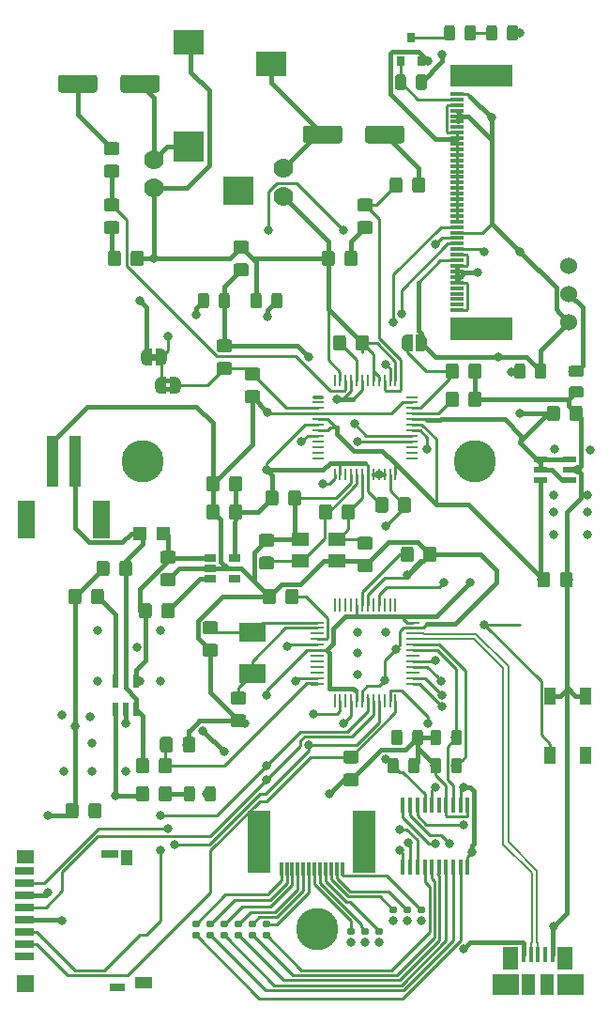
<source format=gbr>
G04 #@! TF.GenerationSoftware,KiCad,Pcbnew,5.1.3-ffb9f22~84~ubuntu18.10.1*
G04 #@! TF.CreationDate,2019-09-01T17:36:09+10:00*
G04 #@! TF.ProjectId,openpod-1,6f70656e-706f-4642-9d31-2e6b69636164,1.0*
G04 #@! TF.SameCoordinates,Original*
G04 #@! TF.FileFunction,Copper,L1,Top*
G04 #@! TF.FilePolarity,Positive*
%FSLAX46Y46*%
G04 Gerber Fmt 4.6, Leading zero omitted, Abs format (unit mm)*
G04 Created by KiCad (PCBNEW 5.1.3-ffb9f22~84~ubuntu18.10.1) date 2019-09-01 17:36:09*
%MOMM*%
%LPD*%
G04 APERTURE LIST*
%ADD10C,0.100000*%
%ADD11C,0.975000*%
%ADD12R,1.200000X1.200000*%
%ADD13C,3.800000*%
%ADD14C,1.600000*%
%ADD15R,2.800000X2.800000*%
%ADD16R,2.800000X2.600000*%
%ADD17R,2.800000X2.200000*%
%ADD18R,0.300000X1.200000*%
%ADD19C,1.150000*%
%ADD20R,0.450000X1.380000*%
%ADD21R,1.475000X2.100000*%
%ADD22R,2.375000X1.900000*%
%ADD23R,1.175000X1.900000*%
%ADD24R,1.550000X1.000000*%
%ADD25R,1.500000X1.500000*%
%ADD26R,1.750000X0.700000*%
%ADD27R,1.400000X0.800000*%
%ADD28R,1.000000X1.450000*%
%ADD29R,1.500000X0.800000*%
%ADD30R,1.500000X1.300000*%
%ADD31C,1.778000*%
%ADD32C,0.500000*%
%ADD33R,0.550000X1.200000*%
%ADD34R,0.250000X1.300000*%
%ADD35R,1.300000X0.250000*%
%ADD36O,1.300000X0.250000*%
%ADD37R,0.280000X1.100000*%
%ADD38R,0.285000X1.100000*%
%ADD39R,1.100000X0.285000*%
%ADD40O,1.100000X0.285000*%
%ADD41R,1.200000X0.550000*%
%ADD42R,2.400000X1.700000*%
%ADD43R,1.060000X0.650000*%
%ADD44R,0.355600X1.473200*%
%ADD45R,1.600000X1.300000*%
%ADD46C,0.590000*%
%ADD47C,1.524000*%
%ADD48R,0.800000X0.900000*%
%ADD49R,1.200000X0.300000*%
%ADD50R,1.000000X1.550000*%
%ADD51R,1.600000X3.400000*%
%ADD52R,1.000000X4.600000*%
%ADD53C,0.800000*%
%ADD54C,0.250000*%
%ADD55C,0.406000*%
%ADD56C,0.200000*%
G04 APERTURE END LIST*
D10*
G36*
X106886500Y-116365500D02*
G01*
X108886500Y-116365500D01*
X108886500Y-110765500D01*
X106886500Y-110765500D01*
X106886500Y-116365500D01*
G37*
G36*
X97386500Y-116360500D02*
G01*
X99386500Y-116360500D01*
X99386500Y-110760500D01*
X97386500Y-110760500D01*
X97386500Y-116360500D01*
G37*
G36*
X90420000Y-72190000D02*
G01*
X89920000Y-72190000D01*
X89920000Y-71790000D01*
X90420000Y-71790000D01*
X90420000Y-72190000D01*
G37*
G36*
X90420000Y-72990000D02*
G01*
X89920000Y-72990000D01*
X89920000Y-72590000D01*
X90420000Y-72590000D01*
X90420000Y-72990000D01*
G37*
G36*
X89150000Y-69550000D02*
G01*
X88650000Y-69550000D01*
X88650000Y-70150000D01*
X89150000Y-70150000D01*
X89150000Y-69550000D01*
G37*
G36*
X115640000Y-45480000D02*
G01*
X121240000Y-45480000D01*
X121240000Y-43480000D01*
X115640000Y-43480000D01*
X115640000Y-45480000D01*
G37*
G36*
X115640000Y-66280000D02*
G01*
X115640000Y-68280000D01*
X121240000Y-68280000D01*
X121240000Y-66280000D01*
X115640000Y-66280000D01*
G37*
G36*
X92372642Y-108521174D02*
G01*
X92396303Y-108524684D01*
X92419507Y-108530496D01*
X92442029Y-108538554D01*
X92463653Y-108548782D01*
X92484170Y-108561079D01*
X92503383Y-108575329D01*
X92521107Y-108591393D01*
X92537171Y-108609117D01*
X92551421Y-108628330D01*
X92563718Y-108648847D01*
X92573946Y-108670471D01*
X92582004Y-108692993D01*
X92587816Y-108716197D01*
X92591326Y-108739858D01*
X92592500Y-108763750D01*
X92592500Y-109676250D01*
X92591326Y-109700142D01*
X92587816Y-109723803D01*
X92582004Y-109747007D01*
X92573946Y-109769529D01*
X92563718Y-109791153D01*
X92551421Y-109811670D01*
X92537171Y-109830883D01*
X92521107Y-109848607D01*
X92503383Y-109864671D01*
X92484170Y-109878921D01*
X92463653Y-109891218D01*
X92442029Y-109901446D01*
X92419507Y-109909504D01*
X92396303Y-109915316D01*
X92372642Y-109918826D01*
X92348750Y-109920000D01*
X91861250Y-109920000D01*
X91837358Y-109918826D01*
X91813697Y-109915316D01*
X91790493Y-109909504D01*
X91767971Y-109901446D01*
X91746347Y-109891218D01*
X91725830Y-109878921D01*
X91706617Y-109864671D01*
X91688893Y-109848607D01*
X91672829Y-109830883D01*
X91658579Y-109811670D01*
X91646282Y-109791153D01*
X91636054Y-109769529D01*
X91627996Y-109747007D01*
X91622184Y-109723803D01*
X91618674Y-109700142D01*
X91617500Y-109676250D01*
X91617500Y-108763750D01*
X91618674Y-108739858D01*
X91622184Y-108716197D01*
X91627996Y-108692993D01*
X91636054Y-108670471D01*
X91646282Y-108648847D01*
X91658579Y-108628330D01*
X91672829Y-108609117D01*
X91688893Y-108591393D01*
X91706617Y-108575329D01*
X91725830Y-108561079D01*
X91746347Y-108548782D01*
X91767971Y-108538554D01*
X91790493Y-108530496D01*
X91813697Y-108524684D01*
X91837358Y-108521174D01*
X91861250Y-108520000D01*
X92348750Y-108520000D01*
X92372642Y-108521174D01*
X92372642Y-108521174D01*
G37*
D11*
X92105000Y-109220000D03*
D10*
G36*
X94247642Y-108521174D02*
G01*
X94271303Y-108524684D01*
X94294507Y-108530496D01*
X94317029Y-108538554D01*
X94338653Y-108548782D01*
X94359170Y-108561079D01*
X94378383Y-108575329D01*
X94396107Y-108591393D01*
X94412171Y-108609117D01*
X94426421Y-108628330D01*
X94438718Y-108648847D01*
X94448946Y-108670471D01*
X94457004Y-108692993D01*
X94462816Y-108716197D01*
X94466326Y-108739858D01*
X94467500Y-108763750D01*
X94467500Y-109676250D01*
X94466326Y-109700142D01*
X94462816Y-109723803D01*
X94457004Y-109747007D01*
X94448946Y-109769529D01*
X94438718Y-109791153D01*
X94426421Y-109811670D01*
X94412171Y-109830883D01*
X94396107Y-109848607D01*
X94378383Y-109864671D01*
X94359170Y-109878921D01*
X94338653Y-109891218D01*
X94317029Y-109901446D01*
X94294507Y-109909504D01*
X94271303Y-109915316D01*
X94247642Y-109918826D01*
X94223750Y-109920000D01*
X93736250Y-109920000D01*
X93712358Y-109918826D01*
X93688697Y-109915316D01*
X93665493Y-109909504D01*
X93642971Y-109901446D01*
X93621347Y-109891218D01*
X93600830Y-109878921D01*
X93581617Y-109864671D01*
X93563893Y-109848607D01*
X93547829Y-109830883D01*
X93533579Y-109811670D01*
X93521282Y-109791153D01*
X93511054Y-109769529D01*
X93502996Y-109747007D01*
X93497184Y-109723803D01*
X93493674Y-109700142D01*
X93492500Y-109676250D01*
X93492500Y-108763750D01*
X93493674Y-108739858D01*
X93497184Y-108716197D01*
X93502996Y-108692993D01*
X93511054Y-108670471D01*
X93521282Y-108648847D01*
X93533579Y-108628330D01*
X93547829Y-108609117D01*
X93563893Y-108591393D01*
X93581617Y-108575329D01*
X93600830Y-108561079D01*
X93621347Y-108548782D01*
X93642971Y-108538554D01*
X93665493Y-108530496D01*
X93688697Y-108524684D01*
X93712358Y-108521174D01*
X93736250Y-108520000D01*
X94223750Y-108520000D01*
X94247642Y-108521174D01*
X94247642Y-108521174D01*
G37*
D11*
X93980000Y-109220000D03*
D12*
X89730000Y-85725000D03*
X87630000Y-85725000D03*
D13*
X103632000Y-121412000D03*
X117856000Y-79248000D03*
X87884000Y-79248000D03*
D10*
G36*
X105652504Y-48985204D02*
G01*
X105676773Y-48988804D01*
X105700571Y-48994765D01*
X105723671Y-49003030D01*
X105745849Y-49013520D01*
X105766893Y-49026133D01*
X105786598Y-49040747D01*
X105804777Y-49057223D01*
X105821253Y-49075402D01*
X105835867Y-49095107D01*
X105848480Y-49116151D01*
X105858970Y-49138329D01*
X105867235Y-49161429D01*
X105873196Y-49185227D01*
X105876796Y-49209496D01*
X105878000Y-49234000D01*
X105878000Y-50334000D01*
X105876796Y-50358504D01*
X105873196Y-50382773D01*
X105867235Y-50406571D01*
X105858970Y-50429671D01*
X105848480Y-50451849D01*
X105835867Y-50472893D01*
X105821253Y-50492598D01*
X105804777Y-50510777D01*
X105786598Y-50527253D01*
X105766893Y-50541867D01*
X105745849Y-50554480D01*
X105723671Y-50564970D01*
X105700571Y-50573235D01*
X105676773Y-50579196D01*
X105652504Y-50582796D01*
X105628000Y-50584000D01*
X102628000Y-50584000D01*
X102603496Y-50582796D01*
X102579227Y-50579196D01*
X102555429Y-50573235D01*
X102532329Y-50564970D01*
X102510151Y-50554480D01*
X102489107Y-50541867D01*
X102469402Y-50527253D01*
X102451223Y-50510777D01*
X102434747Y-50492598D01*
X102420133Y-50472893D01*
X102407520Y-50451849D01*
X102397030Y-50429671D01*
X102388765Y-50406571D01*
X102382804Y-50382773D01*
X102379204Y-50358504D01*
X102378000Y-50334000D01*
X102378000Y-49234000D01*
X102379204Y-49209496D01*
X102382804Y-49185227D01*
X102388765Y-49161429D01*
X102397030Y-49138329D01*
X102407520Y-49116151D01*
X102420133Y-49095107D01*
X102434747Y-49075402D01*
X102451223Y-49057223D01*
X102469402Y-49040747D01*
X102489107Y-49026133D01*
X102510151Y-49013520D01*
X102532329Y-49003030D01*
X102555429Y-48994765D01*
X102579227Y-48988804D01*
X102603496Y-48985204D01*
X102628000Y-48984000D01*
X105628000Y-48984000D01*
X105652504Y-48985204D01*
X105652504Y-48985204D01*
G37*
D14*
X104128000Y-49784000D03*
D10*
G36*
X111252504Y-48985204D02*
G01*
X111276773Y-48988804D01*
X111300571Y-48994765D01*
X111323671Y-49003030D01*
X111345849Y-49013520D01*
X111366893Y-49026133D01*
X111386598Y-49040747D01*
X111404777Y-49057223D01*
X111421253Y-49075402D01*
X111435867Y-49095107D01*
X111448480Y-49116151D01*
X111458970Y-49138329D01*
X111467235Y-49161429D01*
X111473196Y-49185227D01*
X111476796Y-49209496D01*
X111478000Y-49234000D01*
X111478000Y-50334000D01*
X111476796Y-50358504D01*
X111473196Y-50382773D01*
X111467235Y-50406571D01*
X111458970Y-50429671D01*
X111448480Y-50451849D01*
X111435867Y-50472893D01*
X111421253Y-50492598D01*
X111404777Y-50510777D01*
X111386598Y-50527253D01*
X111366893Y-50541867D01*
X111345849Y-50554480D01*
X111323671Y-50564970D01*
X111300571Y-50573235D01*
X111276773Y-50579196D01*
X111252504Y-50582796D01*
X111228000Y-50584000D01*
X108228000Y-50584000D01*
X108203496Y-50582796D01*
X108179227Y-50579196D01*
X108155429Y-50573235D01*
X108132329Y-50564970D01*
X108110151Y-50554480D01*
X108089107Y-50541867D01*
X108069402Y-50527253D01*
X108051223Y-50510777D01*
X108034747Y-50492598D01*
X108020133Y-50472893D01*
X108007520Y-50451849D01*
X107997030Y-50429671D01*
X107988765Y-50406571D01*
X107982804Y-50382773D01*
X107979204Y-50358504D01*
X107978000Y-50334000D01*
X107978000Y-49234000D01*
X107979204Y-49209496D01*
X107982804Y-49185227D01*
X107988765Y-49161429D01*
X107997030Y-49138329D01*
X108007520Y-49116151D01*
X108020133Y-49095107D01*
X108034747Y-49075402D01*
X108051223Y-49057223D01*
X108069402Y-49040747D01*
X108089107Y-49026133D01*
X108110151Y-49013520D01*
X108132329Y-49003030D01*
X108155429Y-48994765D01*
X108179227Y-48988804D01*
X108203496Y-48985204D01*
X108228000Y-48984000D01*
X111228000Y-48984000D01*
X111252504Y-48985204D01*
X111252504Y-48985204D01*
G37*
D14*
X109728000Y-49784000D03*
D15*
X92070000Y-50864000D03*
D16*
X96520000Y-54864000D03*
D17*
X92070000Y-41464000D03*
X99470000Y-43464000D03*
D10*
G36*
X89160504Y-44413204D02*
G01*
X89184773Y-44416804D01*
X89208571Y-44422765D01*
X89231671Y-44431030D01*
X89253849Y-44441520D01*
X89274893Y-44454133D01*
X89294598Y-44468747D01*
X89312777Y-44485223D01*
X89329253Y-44503402D01*
X89343867Y-44523107D01*
X89356480Y-44544151D01*
X89366970Y-44566329D01*
X89375235Y-44589429D01*
X89381196Y-44613227D01*
X89384796Y-44637496D01*
X89386000Y-44662000D01*
X89386000Y-45762000D01*
X89384796Y-45786504D01*
X89381196Y-45810773D01*
X89375235Y-45834571D01*
X89366970Y-45857671D01*
X89356480Y-45879849D01*
X89343867Y-45900893D01*
X89329253Y-45920598D01*
X89312777Y-45938777D01*
X89294598Y-45955253D01*
X89274893Y-45969867D01*
X89253849Y-45982480D01*
X89231671Y-45992970D01*
X89208571Y-46001235D01*
X89184773Y-46007196D01*
X89160504Y-46010796D01*
X89136000Y-46012000D01*
X86136000Y-46012000D01*
X86111496Y-46010796D01*
X86087227Y-46007196D01*
X86063429Y-46001235D01*
X86040329Y-45992970D01*
X86018151Y-45982480D01*
X85997107Y-45969867D01*
X85977402Y-45955253D01*
X85959223Y-45938777D01*
X85942747Y-45920598D01*
X85928133Y-45900893D01*
X85915520Y-45879849D01*
X85905030Y-45857671D01*
X85896765Y-45834571D01*
X85890804Y-45810773D01*
X85887204Y-45786504D01*
X85886000Y-45762000D01*
X85886000Y-44662000D01*
X85887204Y-44637496D01*
X85890804Y-44613227D01*
X85896765Y-44589429D01*
X85905030Y-44566329D01*
X85915520Y-44544151D01*
X85928133Y-44523107D01*
X85942747Y-44503402D01*
X85959223Y-44485223D01*
X85977402Y-44468747D01*
X85997107Y-44454133D01*
X86018151Y-44441520D01*
X86040329Y-44431030D01*
X86063429Y-44422765D01*
X86087227Y-44416804D01*
X86111496Y-44413204D01*
X86136000Y-44412000D01*
X89136000Y-44412000D01*
X89160504Y-44413204D01*
X89160504Y-44413204D01*
G37*
D14*
X87636000Y-45212000D03*
D10*
G36*
X83560504Y-44413204D02*
G01*
X83584773Y-44416804D01*
X83608571Y-44422765D01*
X83631671Y-44431030D01*
X83653849Y-44441520D01*
X83674893Y-44454133D01*
X83694598Y-44468747D01*
X83712777Y-44485223D01*
X83729253Y-44503402D01*
X83743867Y-44523107D01*
X83756480Y-44544151D01*
X83766970Y-44566329D01*
X83775235Y-44589429D01*
X83781196Y-44613227D01*
X83784796Y-44637496D01*
X83786000Y-44662000D01*
X83786000Y-45762000D01*
X83784796Y-45786504D01*
X83781196Y-45810773D01*
X83775235Y-45834571D01*
X83766970Y-45857671D01*
X83756480Y-45879849D01*
X83743867Y-45900893D01*
X83729253Y-45920598D01*
X83712777Y-45938777D01*
X83694598Y-45955253D01*
X83674893Y-45969867D01*
X83653849Y-45982480D01*
X83631671Y-45992970D01*
X83608571Y-46001235D01*
X83584773Y-46007196D01*
X83560504Y-46010796D01*
X83536000Y-46012000D01*
X80536000Y-46012000D01*
X80511496Y-46010796D01*
X80487227Y-46007196D01*
X80463429Y-46001235D01*
X80440329Y-45992970D01*
X80418151Y-45982480D01*
X80397107Y-45969867D01*
X80377402Y-45955253D01*
X80359223Y-45938777D01*
X80342747Y-45920598D01*
X80328133Y-45900893D01*
X80315520Y-45879849D01*
X80305030Y-45857671D01*
X80296765Y-45834571D01*
X80290804Y-45810773D01*
X80287204Y-45786504D01*
X80286000Y-45762000D01*
X80286000Y-44662000D01*
X80287204Y-44637496D01*
X80290804Y-44613227D01*
X80296765Y-44589429D01*
X80305030Y-44566329D01*
X80315520Y-44544151D01*
X80328133Y-44523107D01*
X80342747Y-44503402D01*
X80359223Y-44485223D01*
X80377402Y-44468747D01*
X80397107Y-44454133D01*
X80418151Y-44441520D01*
X80440329Y-44431030D01*
X80463429Y-44422765D01*
X80487227Y-44416804D01*
X80511496Y-44413204D01*
X80536000Y-44412000D01*
X83536000Y-44412000D01*
X83560504Y-44413204D01*
X83560504Y-44413204D01*
G37*
D14*
X82036000Y-45212000D03*
D18*
X104886500Y-115945500D03*
X104386500Y-115945500D03*
X103386500Y-115945500D03*
X105386500Y-115945500D03*
X100386500Y-115945500D03*
X102886500Y-115945500D03*
X102386500Y-115945500D03*
X101886500Y-115945500D03*
X101386500Y-115945500D03*
X105886500Y-115945500D03*
X103886500Y-115945500D03*
X100886500Y-115945500D03*
D10*
G36*
X96994505Y-102051204D02*
G01*
X97018773Y-102054804D01*
X97042572Y-102060765D01*
X97065671Y-102069030D01*
X97087850Y-102079520D01*
X97108893Y-102092132D01*
X97128599Y-102106747D01*
X97146777Y-102123223D01*
X97163253Y-102141401D01*
X97177868Y-102161107D01*
X97190480Y-102182150D01*
X97200970Y-102204329D01*
X97209235Y-102227428D01*
X97215196Y-102251227D01*
X97218796Y-102275495D01*
X97220000Y-102299999D01*
X97220000Y-102950001D01*
X97218796Y-102974505D01*
X97215196Y-102998773D01*
X97209235Y-103022572D01*
X97200970Y-103045671D01*
X97190480Y-103067850D01*
X97177868Y-103088893D01*
X97163253Y-103108599D01*
X97146777Y-103126777D01*
X97128599Y-103143253D01*
X97108893Y-103157868D01*
X97087850Y-103170480D01*
X97065671Y-103180970D01*
X97042572Y-103189235D01*
X97018773Y-103195196D01*
X96994505Y-103198796D01*
X96970001Y-103200000D01*
X96069999Y-103200000D01*
X96045495Y-103198796D01*
X96021227Y-103195196D01*
X95997428Y-103189235D01*
X95974329Y-103180970D01*
X95952150Y-103170480D01*
X95931107Y-103157868D01*
X95911401Y-103143253D01*
X95893223Y-103126777D01*
X95876747Y-103108599D01*
X95862132Y-103088893D01*
X95849520Y-103067850D01*
X95839030Y-103045671D01*
X95830765Y-103022572D01*
X95824804Y-102998773D01*
X95821204Y-102974505D01*
X95820000Y-102950001D01*
X95820000Y-102299999D01*
X95821204Y-102275495D01*
X95824804Y-102251227D01*
X95830765Y-102227428D01*
X95839030Y-102204329D01*
X95849520Y-102182150D01*
X95862132Y-102161107D01*
X95876747Y-102141401D01*
X95893223Y-102123223D01*
X95911401Y-102106747D01*
X95931107Y-102092132D01*
X95952150Y-102079520D01*
X95974329Y-102069030D01*
X95997428Y-102060765D01*
X96021227Y-102054804D01*
X96045495Y-102051204D01*
X96069999Y-102050000D01*
X96970001Y-102050000D01*
X96994505Y-102051204D01*
X96994505Y-102051204D01*
G37*
D19*
X96520000Y-102625000D03*
D10*
G36*
X96994505Y-100001204D02*
G01*
X97018773Y-100004804D01*
X97042572Y-100010765D01*
X97065671Y-100019030D01*
X97087850Y-100029520D01*
X97108893Y-100042132D01*
X97128599Y-100056747D01*
X97146777Y-100073223D01*
X97163253Y-100091401D01*
X97177868Y-100111107D01*
X97190480Y-100132150D01*
X97200970Y-100154329D01*
X97209235Y-100177428D01*
X97215196Y-100201227D01*
X97218796Y-100225495D01*
X97220000Y-100249999D01*
X97220000Y-100900001D01*
X97218796Y-100924505D01*
X97215196Y-100948773D01*
X97209235Y-100972572D01*
X97200970Y-100995671D01*
X97190480Y-101017850D01*
X97177868Y-101038893D01*
X97163253Y-101058599D01*
X97146777Y-101076777D01*
X97128599Y-101093253D01*
X97108893Y-101107868D01*
X97087850Y-101120480D01*
X97065671Y-101130970D01*
X97042572Y-101139235D01*
X97018773Y-101145196D01*
X96994505Y-101148796D01*
X96970001Y-101150000D01*
X96069999Y-101150000D01*
X96045495Y-101148796D01*
X96021227Y-101145196D01*
X95997428Y-101139235D01*
X95974329Y-101130970D01*
X95952150Y-101120480D01*
X95931107Y-101107868D01*
X95911401Y-101093253D01*
X95893223Y-101076777D01*
X95876747Y-101058599D01*
X95862132Y-101038893D01*
X95849520Y-101017850D01*
X95839030Y-100995671D01*
X95830765Y-100972572D01*
X95824804Y-100948773D01*
X95821204Y-100924505D01*
X95820000Y-100900001D01*
X95820000Y-100249999D01*
X95821204Y-100225495D01*
X95824804Y-100201227D01*
X95830765Y-100177428D01*
X95839030Y-100154329D01*
X95849520Y-100132150D01*
X95862132Y-100111107D01*
X95876747Y-100091401D01*
X95893223Y-100073223D01*
X95911401Y-100056747D01*
X95931107Y-100042132D01*
X95952150Y-100029520D01*
X95974329Y-100019030D01*
X95997428Y-100010765D01*
X96021227Y-100004804D01*
X96045495Y-100001204D01*
X96069999Y-100000000D01*
X96970001Y-100000000D01*
X96994505Y-100001204D01*
X96994505Y-100001204D01*
G37*
D19*
X96520000Y-100575000D03*
D10*
G36*
X94454505Y-93651204D02*
G01*
X94478773Y-93654804D01*
X94502572Y-93660765D01*
X94525671Y-93669030D01*
X94547850Y-93679520D01*
X94568893Y-93692132D01*
X94588599Y-93706747D01*
X94606777Y-93723223D01*
X94623253Y-93741401D01*
X94637868Y-93761107D01*
X94650480Y-93782150D01*
X94660970Y-93804329D01*
X94669235Y-93827428D01*
X94675196Y-93851227D01*
X94678796Y-93875495D01*
X94680000Y-93899999D01*
X94680000Y-94550001D01*
X94678796Y-94574505D01*
X94675196Y-94598773D01*
X94669235Y-94622572D01*
X94660970Y-94645671D01*
X94650480Y-94667850D01*
X94637868Y-94688893D01*
X94623253Y-94708599D01*
X94606777Y-94726777D01*
X94588599Y-94743253D01*
X94568893Y-94757868D01*
X94547850Y-94770480D01*
X94525671Y-94780970D01*
X94502572Y-94789235D01*
X94478773Y-94795196D01*
X94454505Y-94798796D01*
X94430001Y-94800000D01*
X93529999Y-94800000D01*
X93505495Y-94798796D01*
X93481227Y-94795196D01*
X93457428Y-94789235D01*
X93434329Y-94780970D01*
X93412150Y-94770480D01*
X93391107Y-94757868D01*
X93371401Y-94743253D01*
X93353223Y-94726777D01*
X93336747Y-94708599D01*
X93322132Y-94688893D01*
X93309520Y-94667850D01*
X93299030Y-94645671D01*
X93290765Y-94622572D01*
X93284804Y-94598773D01*
X93281204Y-94574505D01*
X93280000Y-94550001D01*
X93280000Y-93899999D01*
X93281204Y-93875495D01*
X93284804Y-93851227D01*
X93290765Y-93827428D01*
X93299030Y-93804329D01*
X93309520Y-93782150D01*
X93322132Y-93761107D01*
X93336747Y-93741401D01*
X93353223Y-93723223D01*
X93371401Y-93706747D01*
X93391107Y-93692132D01*
X93412150Y-93679520D01*
X93434329Y-93669030D01*
X93457428Y-93660765D01*
X93481227Y-93654804D01*
X93505495Y-93651204D01*
X93529999Y-93650000D01*
X94430001Y-93650000D01*
X94454505Y-93651204D01*
X94454505Y-93651204D01*
G37*
D19*
X93980000Y-94225000D03*
D10*
G36*
X94454505Y-95701204D02*
G01*
X94478773Y-95704804D01*
X94502572Y-95710765D01*
X94525671Y-95719030D01*
X94547850Y-95729520D01*
X94568893Y-95742132D01*
X94588599Y-95756747D01*
X94606777Y-95773223D01*
X94623253Y-95791401D01*
X94637868Y-95811107D01*
X94650480Y-95832150D01*
X94660970Y-95854329D01*
X94669235Y-95877428D01*
X94675196Y-95901227D01*
X94678796Y-95925495D01*
X94680000Y-95949999D01*
X94680000Y-96600001D01*
X94678796Y-96624505D01*
X94675196Y-96648773D01*
X94669235Y-96672572D01*
X94660970Y-96695671D01*
X94650480Y-96717850D01*
X94637868Y-96738893D01*
X94623253Y-96758599D01*
X94606777Y-96776777D01*
X94588599Y-96793253D01*
X94568893Y-96807868D01*
X94547850Y-96820480D01*
X94525671Y-96830970D01*
X94502572Y-96839235D01*
X94478773Y-96845196D01*
X94454505Y-96848796D01*
X94430001Y-96850000D01*
X93529999Y-96850000D01*
X93505495Y-96848796D01*
X93481227Y-96845196D01*
X93457428Y-96839235D01*
X93434329Y-96830970D01*
X93412150Y-96820480D01*
X93391107Y-96807868D01*
X93371401Y-96793253D01*
X93353223Y-96776777D01*
X93336747Y-96758599D01*
X93322132Y-96738893D01*
X93309520Y-96717850D01*
X93299030Y-96695671D01*
X93290765Y-96672572D01*
X93284804Y-96648773D01*
X93281204Y-96624505D01*
X93280000Y-96600001D01*
X93280000Y-95949999D01*
X93281204Y-95925495D01*
X93284804Y-95901227D01*
X93290765Y-95877428D01*
X93299030Y-95854329D01*
X93309520Y-95832150D01*
X93322132Y-95811107D01*
X93336747Y-95791401D01*
X93353223Y-95773223D01*
X93371401Y-95756747D01*
X93391107Y-95742132D01*
X93412150Y-95729520D01*
X93434329Y-95719030D01*
X93457428Y-95710765D01*
X93481227Y-95704804D01*
X93505495Y-95701204D01*
X93529999Y-95700000D01*
X94430001Y-95700000D01*
X94454505Y-95701204D01*
X94454505Y-95701204D01*
G37*
D19*
X93980000Y-96275000D03*
D10*
G36*
X84659505Y-88201204D02*
G01*
X84683773Y-88204804D01*
X84707572Y-88210765D01*
X84730671Y-88219030D01*
X84752850Y-88229520D01*
X84773893Y-88242132D01*
X84793599Y-88256747D01*
X84811777Y-88273223D01*
X84828253Y-88291401D01*
X84842868Y-88311107D01*
X84855480Y-88332150D01*
X84865970Y-88354329D01*
X84874235Y-88377428D01*
X84880196Y-88401227D01*
X84883796Y-88425495D01*
X84885000Y-88449999D01*
X84885000Y-89350001D01*
X84883796Y-89374505D01*
X84880196Y-89398773D01*
X84874235Y-89422572D01*
X84865970Y-89445671D01*
X84855480Y-89467850D01*
X84842868Y-89488893D01*
X84828253Y-89508599D01*
X84811777Y-89526777D01*
X84793599Y-89543253D01*
X84773893Y-89557868D01*
X84752850Y-89570480D01*
X84730671Y-89580970D01*
X84707572Y-89589235D01*
X84683773Y-89595196D01*
X84659505Y-89598796D01*
X84635001Y-89600000D01*
X83984999Y-89600000D01*
X83960495Y-89598796D01*
X83936227Y-89595196D01*
X83912428Y-89589235D01*
X83889329Y-89580970D01*
X83867150Y-89570480D01*
X83846107Y-89557868D01*
X83826401Y-89543253D01*
X83808223Y-89526777D01*
X83791747Y-89508599D01*
X83777132Y-89488893D01*
X83764520Y-89467850D01*
X83754030Y-89445671D01*
X83745765Y-89422572D01*
X83739804Y-89398773D01*
X83736204Y-89374505D01*
X83735000Y-89350001D01*
X83735000Y-88449999D01*
X83736204Y-88425495D01*
X83739804Y-88401227D01*
X83745765Y-88377428D01*
X83754030Y-88354329D01*
X83764520Y-88332150D01*
X83777132Y-88311107D01*
X83791747Y-88291401D01*
X83808223Y-88273223D01*
X83826401Y-88256747D01*
X83846107Y-88242132D01*
X83867150Y-88229520D01*
X83889329Y-88219030D01*
X83912428Y-88210765D01*
X83936227Y-88204804D01*
X83960495Y-88201204D01*
X83984999Y-88200000D01*
X84635001Y-88200000D01*
X84659505Y-88201204D01*
X84659505Y-88201204D01*
G37*
D19*
X84310000Y-88900000D03*
D10*
G36*
X86709505Y-88201204D02*
G01*
X86733773Y-88204804D01*
X86757572Y-88210765D01*
X86780671Y-88219030D01*
X86802850Y-88229520D01*
X86823893Y-88242132D01*
X86843599Y-88256747D01*
X86861777Y-88273223D01*
X86878253Y-88291401D01*
X86892868Y-88311107D01*
X86905480Y-88332150D01*
X86915970Y-88354329D01*
X86924235Y-88377428D01*
X86930196Y-88401227D01*
X86933796Y-88425495D01*
X86935000Y-88449999D01*
X86935000Y-89350001D01*
X86933796Y-89374505D01*
X86930196Y-89398773D01*
X86924235Y-89422572D01*
X86915970Y-89445671D01*
X86905480Y-89467850D01*
X86892868Y-89488893D01*
X86878253Y-89508599D01*
X86861777Y-89526777D01*
X86843599Y-89543253D01*
X86823893Y-89557868D01*
X86802850Y-89570480D01*
X86780671Y-89580970D01*
X86757572Y-89589235D01*
X86733773Y-89595196D01*
X86709505Y-89598796D01*
X86685001Y-89600000D01*
X86034999Y-89600000D01*
X86010495Y-89598796D01*
X85986227Y-89595196D01*
X85962428Y-89589235D01*
X85939329Y-89580970D01*
X85917150Y-89570480D01*
X85896107Y-89557868D01*
X85876401Y-89543253D01*
X85858223Y-89526777D01*
X85841747Y-89508599D01*
X85827132Y-89488893D01*
X85814520Y-89467850D01*
X85804030Y-89445671D01*
X85795765Y-89422572D01*
X85789804Y-89398773D01*
X85786204Y-89374505D01*
X85785000Y-89350001D01*
X85785000Y-88449999D01*
X85786204Y-88425495D01*
X85789804Y-88401227D01*
X85795765Y-88377428D01*
X85804030Y-88354329D01*
X85814520Y-88332150D01*
X85827132Y-88311107D01*
X85841747Y-88291401D01*
X85858223Y-88273223D01*
X85876401Y-88256747D01*
X85896107Y-88242132D01*
X85917150Y-88229520D01*
X85939329Y-88219030D01*
X85962428Y-88210765D01*
X85986227Y-88204804D01*
X86010495Y-88201204D01*
X86034999Y-88200000D01*
X86685001Y-88200000D01*
X86709505Y-88201204D01*
X86709505Y-88201204D01*
G37*
D19*
X86360000Y-88900000D03*
D10*
G36*
X94574505Y-80581204D02*
G01*
X94598773Y-80584804D01*
X94622572Y-80590765D01*
X94645671Y-80599030D01*
X94667850Y-80609520D01*
X94688893Y-80622132D01*
X94708599Y-80636747D01*
X94726777Y-80653223D01*
X94743253Y-80671401D01*
X94757868Y-80691107D01*
X94770480Y-80712150D01*
X94780970Y-80734329D01*
X94789235Y-80757428D01*
X94795196Y-80781227D01*
X94798796Y-80805495D01*
X94800000Y-80829999D01*
X94800000Y-81730001D01*
X94798796Y-81754505D01*
X94795196Y-81778773D01*
X94789235Y-81802572D01*
X94780970Y-81825671D01*
X94770480Y-81847850D01*
X94757868Y-81868893D01*
X94743253Y-81888599D01*
X94726777Y-81906777D01*
X94708599Y-81923253D01*
X94688893Y-81937868D01*
X94667850Y-81950480D01*
X94645671Y-81960970D01*
X94622572Y-81969235D01*
X94598773Y-81975196D01*
X94574505Y-81978796D01*
X94550001Y-81980000D01*
X93899999Y-81980000D01*
X93875495Y-81978796D01*
X93851227Y-81975196D01*
X93827428Y-81969235D01*
X93804329Y-81960970D01*
X93782150Y-81950480D01*
X93761107Y-81937868D01*
X93741401Y-81923253D01*
X93723223Y-81906777D01*
X93706747Y-81888599D01*
X93692132Y-81868893D01*
X93679520Y-81847850D01*
X93669030Y-81825671D01*
X93660765Y-81802572D01*
X93654804Y-81778773D01*
X93651204Y-81754505D01*
X93650000Y-81730001D01*
X93650000Y-80829999D01*
X93651204Y-80805495D01*
X93654804Y-80781227D01*
X93660765Y-80757428D01*
X93669030Y-80734329D01*
X93679520Y-80712150D01*
X93692132Y-80691107D01*
X93706747Y-80671401D01*
X93723223Y-80653223D01*
X93741401Y-80636747D01*
X93761107Y-80622132D01*
X93782150Y-80609520D01*
X93804329Y-80599030D01*
X93827428Y-80590765D01*
X93851227Y-80584804D01*
X93875495Y-80581204D01*
X93899999Y-80580000D01*
X94550001Y-80580000D01*
X94574505Y-80581204D01*
X94574505Y-80581204D01*
G37*
D19*
X94225000Y-81280000D03*
D10*
G36*
X96624505Y-80581204D02*
G01*
X96648773Y-80584804D01*
X96672572Y-80590765D01*
X96695671Y-80599030D01*
X96717850Y-80609520D01*
X96738893Y-80622132D01*
X96758599Y-80636747D01*
X96776777Y-80653223D01*
X96793253Y-80671401D01*
X96807868Y-80691107D01*
X96820480Y-80712150D01*
X96830970Y-80734329D01*
X96839235Y-80757428D01*
X96845196Y-80781227D01*
X96848796Y-80805495D01*
X96850000Y-80829999D01*
X96850000Y-81730001D01*
X96848796Y-81754505D01*
X96845196Y-81778773D01*
X96839235Y-81802572D01*
X96830970Y-81825671D01*
X96820480Y-81847850D01*
X96807868Y-81868893D01*
X96793253Y-81888599D01*
X96776777Y-81906777D01*
X96758599Y-81923253D01*
X96738893Y-81937868D01*
X96717850Y-81950480D01*
X96695671Y-81960970D01*
X96672572Y-81969235D01*
X96648773Y-81975196D01*
X96624505Y-81978796D01*
X96600001Y-81980000D01*
X95949999Y-81980000D01*
X95925495Y-81978796D01*
X95901227Y-81975196D01*
X95877428Y-81969235D01*
X95854329Y-81960970D01*
X95832150Y-81950480D01*
X95811107Y-81937868D01*
X95791401Y-81923253D01*
X95773223Y-81906777D01*
X95756747Y-81888599D01*
X95742132Y-81868893D01*
X95729520Y-81847850D01*
X95719030Y-81825671D01*
X95710765Y-81802572D01*
X95704804Y-81778773D01*
X95701204Y-81754505D01*
X95700000Y-81730001D01*
X95700000Y-80829999D01*
X95701204Y-80805495D01*
X95704804Y-80781227D01*
X95710765Y-80757428D01*
X95719030Y-80734329D01*
X95729520Y-80712150D01*
X95742132Y-80691107D01*
X95756747Y-80671401D01*
X95773223Y-80653223D01*
X95791401Y-80636747D01*
X95811107Y-80622132D01*
X95832150Y-80609520D01*
X95854329Y-80599030D01*
X95877428Y-80590765D01*
X95901227Y-80584804D01*
X95925495Y-80581204D01*
X95949999Y-80580000D01*
X96600001Y-80580000D01*
X96624505Y-80581204D01*
X96624505Y-80581204D01*
G37*
D19*
X96275000Y-81280000D03*
D10*
G36*
X114159505Y-86931204D02*
G01*
X114183773Y-86934804D01*
X114207572Y-86940765D01*
X114230671Y-86949030D01*
X114252850Y-86959520D01*
X114273893Y-86972132D01*
X114293599Y-86986747D01*
X114311777Y-87003223D01*
X114328253Y-87021401D01*
X114342868Y-87041107D01*
X114355480Y-87062150D01*
X114365970Y-87084329D01*
X114374235Y-87107428D01*
X114380196Y-87131227D01*
X114383796Y-87155495D01*
X114385000Y-87179999D01*
X114385000Y-88080001D01*
X114383796Y-88104505D01*
X114380196Y-88128773D01*
X114374235Y-88152572D01*
X114365970Y-88175671D01*
X114355480Y-88197850D01*
X114342868Y-88218893D01*
X114328253Y-88238599D01*
X114311777Y-88256777D01*
X114293599Y-88273253D01*
X114273893Y-88287868D01*
X114252850Y-88300480D01*
X114230671Y-88310970D01*
X114207572Y-88319235D01*
X114183773Y-88325196D01*
X114159505Y-88328796D01*
X114135001Y-88330000D01*
X113484999Y-88330000D01*
X113460495Y-88328796D01*
X113436227Y-88325196D01*
X113412428Y-88319235D01*
X113389329Y-88310970D01*
X113367150Y-88300480D01*
X113346107Y-88287868D01*
X113326401Y-88273253D01*
X113308223Y-88256777D01*
X113291747Y-88238599D01*
X113277132Y-88218893D01*
X113264520Y-88197850D01*
X113254030Y-88175671D01*
X113245765Y-88152572D01*
X113239804Y-88128773D01*
X113236204Y-88104505D01*
X113235000Y-88080001D01*
X113235000Y-87179999D01*
X113236204Y-87155495D01*
X113239804Y-87131227D01*
X113245765Y-87107428D01*
X113254030Y-87084329D01*
X113264520Y-87062150D01*
X113277132Y-87041107D01*
X113291747Y-87021401D01*
X113308223Y-87003223D01*
X113326401Y-86986747D01*
X113346107Y-86972132D01*
X113367150Y-86959520D01*
X113389329Y-86949030D01*
X113412428Y-86940765D01*
X113436227Y-86934804D01*
X113460495Y-86931204D01*
X113484999Y-86930000D01*
X114135001Y-86930000D01*
X114159505Y-86931204D01*
X114159505Y-86931204D01*
G37*
D19*
X113810000Y-87630000D03*
D10*
G36*
X112109505Y-86931204D02*
G01*
X112133773Y-86934804D01*
X112157572Y-86940765D01*
X112180671Y-86949030D01*
X112202850Y-86959520D01*
X112223893Y-86972132D01*
X112243599Y-86986747D01*
X112261777Y-87003223D01*
X112278253Y-87021401D01*
X112292868Y-87041107D01*
X112305480Y-87062150D01*
X112315970Y-87084329D01*
X112324235Y-87107428D01*
X112330196Y-87131227D01*
X112333796Y-87155495D01*
X112335000Y-87179999D01*
X112335000Y-88080001D01*
X112333796Y-88104505D01*
X112330196Y-88128773D01*
X112324235Y-88152572D01*
X112315970Y-88175671D01*
X112305480Y-88197850D01*
X112292868Y-88218893D01*
X112278253Y-88238599D01*
X112261777Y-88256777D01*
X112243599Y-88273253D01*
X112223893Y-88287868D01*
X112202850Y-88300480D01*
X112180671Y-88310970D01*
X112157572Y-88319235D01*
X112133773Y-88325196D01*
X112109505Y-88328796D01*
X112085001Y-88330000D01*
X111434999Y-88330000D01*
X111410495Y-88328796D01*
X111386227Y-88325196D01*
X111362428Y-88319235D01*
X111339329Y-88310970D01*
X111317150Y-88300480D01*
X111296107Y-88287868D01*
X111276401Y-88273253D01*
X111258223Y-88256777D01*
X111241747Y-88238599D01*
X111227132Y-88218893D01*
X111214520Y-88197850D01*
X111204030Y-88175671D01*
X111195765Y-88152572D01*
X111189804Y-88128773D01*
X111186204Y-88104505D01*
X111185000Y-88080001D01*
X111185000Y-87179999D01*
X111186204Y-87155495D01*
X111189804Y-87131227D01*
X111195765Y-87107428D01*
X111204030Y-87084329D01*
X111214520Y-87062150D01*
X111227132Y-87041107D01*
X111241747Y-87021401D01*
X111258223Y-87003223D01*
X111276401Y-86986747D01*
X111296107Y-86972132D01*
X111317150Y-86959520D01*
X111339329Y-86949030D01*
X111362428Y-86940765D01*
X111386227Y-86934804D01*
X111410495Y-86931204D01*
X111434999Y-86930000D01*
X112085001Y-86930000D01*
X112109505Y-86931204D01*
X112109505Y-86931204D01*
G37*
D19*
X111760000Y-87630000D03*
D10*
G36*
X99654505Y-90741204D02*
G01*
X99678773Y-90744804D01*
X99702572Y-90750765D01*
X99725671Y-90759030D01*
X99747850Y-90769520D01*
X99768893Y-90782132D01*
X99788599Y-90796747D01*
X99806777Y-90813223D01*
X99823253Y-90831401D01*
X99837868Y-90851107D01*
X99850480Y-90872150D01*
X99860970Y-90894329D01*
X99869235Y-90917428D01*
X99875196Y-90941227D01*
X99878796Y-90965495D01*
X99880000Y-90989999D01*
X99880000Y-91890001D01*
X99878796Y-91914505D01*
X99875196Y-91938773D01*
X99869235Y-91962572D01*
X99860970Y-91985671D01*
X99850480Y-92007850D01*
X99837868Y-92028893D01*
X99823253Y-92048599D01*
X99806777Y-92066777D01*
X99788599Y-92083253D01*
X99768893Y-92097868D01*
X99747850Y-92110480D01*
X99725671Y-92120970D01*
X99702572Y-92129235D01*
X99678773Y-92135196D01*
X99654505Y-92138796D01*
X99630001Y-92140000D01*
X98979999Y-92140000D01*
X98955495Y-92138796D01*
X98931227Y-92135196D01*
X98907428Y-92129235D01*
X98884329Y-92120970D01*
X98862150Y-92110480D01*
X98841107Y-92097868D01*
X98821401Y-92083253D01*
X98803223Y-92066777D01*
X98786747Y-92048599D01*
X98772132Y-92028893D01*
X98759520Y-92007850D01*
X98749030Y-91985671D01*
X98740765Y-91962572D01*
X98734804Y-91938773D01*
X98731204Y-91914505D01*
X98730000Y-91890001D01*
X98730000Y-90989999D01*
X98731204Y-90965495D01*
X98734804Y-90941227D01*
X98740765Y-90917428D01*
X98749030Y-90894329D01*
X98759520Y-90872150D01*
X98772132Y-90851107D01*
X98786747Y-90831401D01*
X98803223Y-90813223D01*
X98821401Y-90796747D01*
X98841107Y-90782132D01*
X98862150Y-90769520D01*
X98884329Y-90759030D01*
X98907428Y-90750765D01*
X98931227Y-90744804D01*
X98955495Y-90741204D01*
X98979999Y-90740000D01*
X99630001Y-90740000D01*
X99654505Y-90741204D01*
X99654505Y-90741204D01*
G37*
D19*
X99305000Y-91440000D03*
D10*
G36*
X101704505Y-90741204D02*
G01*
X101728773Y-90744804D01*
X101752572Y-90750765D01*
X101775671Y-90759030D01*
X101797850Y-90769520D01*
X101818893Y-90782132D01*
X101838599Y-90796747D01*
X101856777Y-90813223D01*
X101873253Y-90831401D01*
X101887868Y-90851107D01*
X101900480Y-90872150D01*
X101910970Y-90894329D01*
X101919235Y-90917428D01*
X101925196Y-90941227D01*
X101928796Y-90965495D01*
X101930000Y-90989999D01*
X101930000Y-91890001D01*
X101928796Y-91914505D01*
X101925196Y-91938773D01*
X101919235Y-91962572D01*
X101910970Y-91985671D01*
X101900480Y-92007850D01*
X101887868Y-92028893D01*
X101873253Y-92048599D01*
X101856777Y-92066777D01*
X101838599Y-92083253D01*
X101818893Y-92097868D01*
X101797850Y-92110480D01*
X101775671Y-92120970D01*
X101752572Y-92129235D01*
X101728773Y-92135196D01*
X101704505Y-92138796D01*
X101680001Y-92140000D01*
X101029999Y-92140000D01*
X101005495Y-92138796D01*
X100981227Y-92135196D01*
X100957428Y-92129235D01*
X100934329Y-92120970D01*
X100912150Y-92110480D01*
X100891107Y-92097868D01*
X100871401Y-92083253D01*
X100853223Y-92066777D01*
X100836747Y-92048599D01*
X100822132Y-92028893D01*
X100809520Y-92007850D01*
X100799030Y-91985671D01*
X100790765Y-91962572D01*
X100784804Y-91938773D01*
X100781204Y-91914505D01*
X100780000Y-91890001D01*
X100780000Y-90989999D01*
X100781204Y-90965495D01*
X100784804Y-90941227D01*
X100790765Y-90917428D01*
X100799030Y-90894329D01*
X100809520Y-90872150D01*
X100822132Y-90851107D01*
X100836747Y-90831401D01*
X100853223Y-90813223D01*
X100871401Y-90796747D01*
X100891107Y-90782132D01*
X100912150Y-90769520D01*
X100934329Y-90759030D01*
X100957428Y-90750765D01*
X100981227Y-90744804D01*
X101005495Y-90741204D01*
X101029999Y-90740000D01*
X101680001Y-90740000D01*
X101704505Y-90741204D01*
X101704505Y-90741204D01*
G37*
D19*
X101355000Y-91440000D03*
D10*
G36*
X101949505Y-81851204D02*
G01*
X101973773Y-81854804D01*
X101997572Y-81860765D01*
X102020671Y-81869030D01*
X102042850Y-81879520D01*
X102063893Y-81892132D01*
X102083599Y-81906747D01*
X102101777Y-81923223D01*
X102118253Y-81941401D01*
X102132868Y-81961107D01*
X102145480Y-81982150D01*
X102155970Y-82004329D01*
X102164235Y-82027428D01*
X102170196Y-82051227D01*
X102173796Y-82075495D01*
X102175000Y-82099999D01*
X102175000Y-83000001D01*
X102173796Y-83024505D01*
X102170196Y-83048773D01*
X102164235Y-83072572D01*
X102155970Y-83095671D01*
X102145480Y-83117850D01*
X102132868Y-83138893D01*
X102118253Y-83158599D01*
X102101777Y-83176777D01*
X102083599Y-83193253D01*
X102063893Y-83207868D01*
X102042850Y-83220480D01*
X102020671Y-83230970D01*
X101997572Y-83239235D01*
X101973773Y-83245196D01*
X101949505Y-83248796D01*
X101925001Y-83250000D01*
X101274999Y-83250000D01*
X101250495Y-83248796D01*
X101226227Y-83245196D01*
X101202428Y-83239235D01*
X101179329Y-83230970D01*
X101157150Y-83220480D01*
X101136107Y-83207868D01*
X101116401Y-83193253D01*
X101098223Y-83176777D01*
X101081747Y-83158599D01*
X101067132Y-83138893D01*
X101054520Y-83117850D01*
X101044030Y-83095671D01*
X101035765Y-83072572D01*
X101029804Y-83048773D01*
X101026204Y-83024505D01*
X101025000Y-83000001D01*
X101025000Y-82099999D01*
X101026204Y-82075495D01*
X101029804Y-82051227D01*
X101035765Y-82027428D01*
X101044030Y-82004329D01*
X101054520Y-81982150D01*
X101067132Y-81961107D01*
X101081747Y-81941401D01*
X101098223Y-81923223D01*
X101116401Y-81906747D01*
X101136107Y-81892132D01*
X101157150Y-81879520D01*
X101179329Y-81869030D01*
X101202428Y-81860765D01*
X101226227Y-81854804D01*
X101250495Y-81851204D01*
X101274999Y-81850000D01*
X101925001Y-81850000D01*
X101949505Y-81851204D01*
X101949505Y-81851204D01*
G37*
D19*
X101600000Y-82550000D03*
D10*
G36*
X99899505Y-81851204D02*
G01*
X99923773Y-81854804D01*
X99947572Y-81860765D01*
X99970671Y-81869030D01*
X99992850Y-81879520D01*
X100013893Y-81892132D01*
X100033599Y-81906747D01*
X100051777Y-81923223D01*
X100068253Y-81941401D01*
X100082868Y-81961107D01*
X100095480Y-81982150D01*
X100105970Y-82004329D01*
X100114235Y-82027428D01*
X100120196Y-82051227D01*
X100123796Y-82075495D01*
X100125000Y-82099999D01*
X100125000Y-83000001D01*
X100123796Y-83024505D01*
X100120196Y-83048773D01*
X100114235Y-83072572D01*
X100105970Y-83095671D01*
X100095480Y-83117850D01*
X100082868Y-83138893D01*
X100068253Y-83158599D01*
X100051777Y-83176777D01*
X100033599Y-83193253D01*
X100013893Y-83207868D01*
X99992850Y-83220480D01*
X99970671Y-83230970D01*
X99947572Y-83239235D01*
X99923773Y-83245196D01*
X99899505Y-83248796D01*
X99875001Y-83250000D01*
X99224999Y-83250000D01*
X99200495Y-83248796D01*
X99176227Y-83245196D01*
X99152428Y-83239235D01*
X99129329Y-83230970D01*
X99107150Y-83220480D01*
X99086107Y-83207868D01*
X99066401Y-83193253D01*
X99048223Y-83176777D01*
X99031747Y-83158599D01*
X99017132Y-83138893D01*
X99004520Y-83117850D01*
X98994030Y-83095671D01*
X98985765Y-83072572D01*
X98979804Y-83048773D01*
X98976204Y-83024505D01*
X98975000Y-83000001D01*
X98975000Y-82099999D01*
X98976204Y-82075495D01*
X98979804Y-82051227D01*
X98985765Y-82027428D01*
X98994030Y-82004329D01*
X99004520Y-81982150D01*
X99017132Y-81961107D01*
X99031747Y-81941401D01*
X99048223Y-81923223D01*
X99066401Y-81906747D01*
X99086107Y-81892132D01*
X99107150Y-81879520D01*
X99129329Y-81869030D01*
X99152428Y-81860765D01*
X99176227Y-81854804D01*
X99200495Y-81851204D01*
X99224999Y-81850000D01*
X99875001Y-81850000D01*
X99899505Y-81851204D01*
X99899505Y-81851204D01*
G37*
D19*
X99550000Y-82550000D03*
D10*
G36*
X108424505Y-88081204D02*
G01*
X108448773Y-88084804D01*
X108472572Y-88090765D01*
X108495671Y-88099030D01*
X108517850Y-88109520D01*
X108538893Y-88122132D01*
X108558599Y-88136747D01*
X108576777Y-88153223D01*
X108593253Y-88171401D01*
X108607868Y-88191107D01*
X108620480Y-88212150D01*
X108630970Y-88234329D01*
X108639235Y-88257428D01*
X108645196Y-88281227D01*
X108648796Y-88305495D01*
X108650000Y-88329999D01*
X108650000Y-88980001D01*
X108648796Y-89004505D01*
X108645196Y-89028773D01*
X108639235Y-89052572D01*
X108630970Y-89075671D01*
X108620480Y-89097850D01*
X108607868Y-89118893D01*
X108593253Y-89138599D01*
X108576777Y-89156777D01*
X108558599Y-89173253D01*
X108538893Y-89187868D01*
X108517850Y-89200480D01*
X108495671Y-89210970D01*
X108472572Y-89219235D01*
X108448773Y-89225196D01*
X108424505Y-89228796D01*
X108400001Y-89230000D01*
X107499999Y-89230000D01*
X107475495Y-89228796D01*
X107451227Y-89225196D01*
X107427428Y-89219235D01*
X107404329Y-89210970D01*
X107382150Y-89200480D01*
X107361107Y-89187868D01*
X107341401Y-89173253D01*
X107323223Y-89156777D01*
X107306747Y-89138599D01*
X107292132Y-89118893D01*
X107279520Y-89097850D01*
X107269030Y-89075671D01*
X107260765Y-89052572D01*
X107254804Y-89028773D01*
X107251204Y-89004505D01*
X107250000Y-88980001D01*
X107250000Y-88329999D01*
X107251204Y-88305495D01*
X107254804Y-88281227D01*
X107260765Y-88257428D01*
X107269030Y-88234329D01*
X107279520Y-88212150D01*
X107292132Y-88191107D01*
X107306747Y-88171401D01*
X107323223Y-88153223D01*
X107341401Y-88136747D01*
X107361107Y-88122132D01*
X107382150Y-88109520D01*
X107404329Y-88099030D01*
X107427428Y-88090765D01*
X107451227Y-88084804D01*
X107475495Y-88081204D01*
X107499999Y-88080000D01*
X108400001Y-88080000D01*
X108424505Y-88081204D01*
X108424505Y-88081204D01*
G37*
D19*
X107950000Y-88655000D03*
D10*
G36*
X108424505Y-86031204D02*
G01*
X108448773Y-86034804D01*
X108472572Y-86040765D01*
X108495671Y-86049030D01*
X108517850Y-86059520D01*
X108538893Y-86072132D01*
X108558599Y-86086747D01*
X108576777Y-86103223D01*
X108593253Y-86121401D01*
X108607868Y-86141107D01*
X108620480Y-86162150D01*
X108630970Y-86184329D01*
X108639235Y-86207428D01*
X108645196Y-86231227D01*
X108648796Y-86255495D01*
X108650000Y-86279999D01*
X108650000Y-86930001D01*
X108648796Y-86954505D01*
X108645196Y-86978773D01*
X108639235Y-87002572D01*
X108630970Y-87025671D01*
X108620480Y-87047850D01*
X108607868Y-87068893D01*
X108593253Y-87088599D01*
X108576777Y-87106777D01*
X108558599Y-87123253D01*
X108538893Y-87137868D01*
X108517850Y-87150480D01*
X108495671Y-87160970D01*
X108472572Y-87169235D01*
X108448773Y-87175196D01*
X108424505Y-87178796D01*
X108400001Y-87180000D01*
X107499999Y-87180000D01*
X107475495Y-87178796D01*
X107451227Y-87175196D01*
X107427428Y-87169235D01*
X107404329Y-87160970D01*
X107382150Y-87150480D01*
X107361107Y-87137868D01*
X107341401Y-87123253D01*
X107323223Y-87106777D01*
X107306747Y-87088599D01*
X107292132Y-87068893D01*
X107279520Y-87047850D01*
X107269030Y-87025671D01*
X107260765Y-87002572D01*
X107254804Y-86978773D01*
X107251204Y-86954505D01*
X107250000Y-86930001D01*
X107250000Y-86279999D01*
X107251204Y-86255495D01*
X107254804Y-86231227D01*
X107260765Y-86207428D01*
X107269030Y-86184329D01*
X107279520Y-86162150D01*
X107292132Y-86141107D01*
X107306747Y-86121401D01*
X107323223Y-86103223D01*
X107341401Y-86086747D01*
X107361107Y-86072132D01*
X107382150Y-86059520D01*
X107404329Y-86049030D01*
X107427428Y-86040765D01*
X107451227Y-86034804D01*
X107475495Y-86031204D01*
X107499999Y-86030000D01*
X108400001Y-86030000D01*
X108424505Y-86031204D01*
X108424505Y-86031204D01*
G37*
D19*
X107950000Y-86605000D03*
D10*
G36*
X99534505Y-85786204D02*
G01*
X99558773Y-85789804D01*
X99582572Y-85795765D01*
X99605671Y-85804030D01*
X99627850Y-85814520D01*
X99648893Y-85827132D01*
X99668599Y-85841747D01*
X99686777Y-85858223D01*
X99703253Y-85876401D01*
X99717868Y-85896107D01*
X99730480Y-85917150D01*
X99740970Y-85939329D01*
X99749235Y-85962428D01*
X99755196Y-85986227D01*
X99758796Y-86010495D01*
X99760000Y-86034999D01*
X99760000Y-86685001D01*
X99758796Y-86709505D01*
X99755196Y-86733773D01*
X99749235Y-86757572D01*
X99740970Y-86780671D01*
X99730480Y-86802850D01*
X99717868Y-86823893D01*
X99703253Y-86843599D01*
X99686777Y-86861777D01*
X99668599Y-86878253D01*
X99648893Y-86892868D01*
X99627850Y-86905480D01*
X99605671Y-86915970D01*
X99582572Y-86924235D01*
X99558773Y-86930196D01*
X99534505Y-86933796D01*
X99510001Y-86935000D01*
X98609999Y-86935000D01*
X98585495Y-86933796D01*
X98561227Y-86930196D01*
X98537428Y-86924235D01*
X98514329Y-86915970D01*
X98492150Y-86905480D01*
X98471107Y-86892868D01*
X98451401Y-86878253D01*
X98433223Y-86861777D01*
X98416747Y-86843599D01*
X98402132Y-86823893D01*
X98389520Y-86802850D01*
X98379030Y-86780671D01*
X98370765Y-86757572D01*
X98364804Y-86733773D01*
X98361204Y-86709505D01*
X98360000Y-86685001D01*
X98360000Y-86034999D01*
X98361204Y-86010495D01*
X98364804Y-85986227D01*
X98370765Y-85962428D01*
X98379030Y-85939329D01*
X98389520Y-85917150D01*
X98402132Y-85896107D01*
X98416747Y-85876401D01*
X98433223Y-85858223D01*
X98451401Y-85841747D01*
X98471107Y-85827132D01*
X98492150Y-85814520D01*
X98514329Y-85804030D01*
X98537428Y-85795765D01*
X98561227Y-85789804D01*
X98585495Y-85786204D01*
X98609999Y-85785000D01*
X99510001Y-85785000D01*
X99534505Y-85786204D01*
X99534505Y-85786204D01*
G37*
D19*
X99060000Y-86360000D03*
D10*
G36*
X99534505Y-87836204D02*
G01*
X99558773Y-87839804D01*
X99582572Y-87845765D01*
X99605671Y-87854030D01*
X99627850Y-87864520D01*
X99648893Y-87877132D01*
X99668599Y-87891747D01*
X99686777Y-87908223D01*
X99703253Y-87926401D01*
X99717868Y-87946107D01*
X99730480Y-87967150D01*
X99740970Y-87989329D01*
X99749235Y-88012428D01*
X99755196Y-88036227D01*
X99758796Y-88060495D01*
X99760000Y-88084999D01*
X99760000Y-88735001D01*
X99758796Y-88759505D01*
X99755196Y-88783773D01*
X99749235Y-88807572D01*
X99740970Y-88830671D01*
X99730480Y-88852850D01*
X99717868Y-88873893D01*
X99703253Y-88893599D01*
X99686777Y-88911777D01*
X99668599Y-88928253D01*
X99648893Y-88942868D01*
X99627850Y-88955480D01*
X99605671Y-88965970D01*
X99582572Y-88974235D01*
X99558773Y-88980196D01*
X99534505Y-88983796D01*
X99510001Y-88985000D01*
X98609999Y-88985000D01*
X98585495Y-88983796D01*
X98561227Y-88980196D01*
X98537428Y-88974235D01*
X98514329Y-88965970D01*
X98492150Y-88955480D01*
X98471107Y-88942868D01*
X98451401Y-88928253D01*
X98433223Y-88911777D01*
X98416747Y-88893599D01*
X98402132Y-88873893D01*
X98389520Y-88852850D01*
X98379030Y-88830671D01*
X98370765Y-88807572D01*
X98364804Y-88783773D01*
X98361204Y-88759505D01*
X98360000Y-88735001D01*
X98360000Y-88084999D01*
X98361204Y-88060495D01*
X98364804Y-88036227D01*
X98370765Y-88012428D01*
X98379030Y-87989329D01*
X98389520Y-87967150D01*
X98402132Y-87946107D01*
X98416747Y-87926401D01*
X98433223Y-87908223D01*
X98451401Y-87891747D01*
X98471107Y-87877132D01*
X98492150Y-87864520D01*
X98514329Y-87854030D01*
X98537428Y-87845765D01*
X98561227Y-87839804D01*
X98585495Y-87836204D01*
X98609999Y-87835000D01*
X99510001Y-87835000D01*
X99534505Y-87836204D01*
X99534505Y-87836204D01*
G37*
D19*
X99060000Y-88410000D03*
D10*
G36*
X98264505Y-72841204D02*
G01*
X98288773Y-72844804D01*
X98312572Y-72850765D01*
X98335671Y-72859030D01*
X98357850Y-72869520D01*
X98378893Y-72882132D01*
X98398599Y-72896747D01*
X98416777Y-72913223D01*
X98433253Y-72931401D01*
X98447868Y-72951107D01*
X98460480Y-72972150D01*
X98470970Y-72994329D01*
X98479235Y-73017428D01*
X98485196Y-73041227D01*
X98488796Y-73065495D01*
X98490000Y-73089999D01*
X98490000Y-73740001D01*
X98488796Y-73764505D01*
X98485196Y-73788773D01*
X98479235Y-73812572D01*
X98470970Y-73835671D01*
X98460480Y-73857850D01*
X98447868Y-73878893D01*
X98433253Y-73898599D01*
X98416777Y-73916777D01*
X98398599Y-73933253D01*
X98378893Y-73947868D01*
X98357850Y-73960480D01*
X98335671Y-73970970D01*
X98312572Y-73979235D01*
X98288773Y-73985196D01*
X98264505Y-73988796D01*
X98240001Y-73990000D01*
X97339999Y-73990000D01*
X97315495Y-73988796D01*
X97291227Y-73985196D01*
X97267428Y-73979235D01*
X97244329Y-73970970D01*
X97222150Y-73960480D01*
X97201107Y-73947868D01*
X97181401Y-73933253D01*
X97163223Y-73916777D01*
X97146747Y-73898599D01*
X97132132Y-73878893D01*
X97119520Y-73857850D01*
X97109030Y-73835671D01*
X97100765Y-73812572D01*
X97094804Y-73788773D01*
X97091204Y-73764505D01*
X97090000Y-73740001D01*
X97090000Y-73089999D01*
X97091204Y-73065495D01*
X97094804Y-73041227D01*
X97100765Y-73017428D01*
X97109030Y-72994329D01*
X97119520Y-72972150D01*
X97132132Y-72951107D01*
X97146747Y-72931401D01*
X97163223Y-72913223D01*
X97181401Y-72896747D01*
X97201107Y-72882132D01*
X97222150Y-72869520D01*
X97244329Y-72859030D01*
X97267428Y-72850765D01*
X97291227Y-72844804D01*
X97315495Y-72841204D01*
X97339999Y-72840000D01*
X98240001Y-72840000D01*
X98264505Y-72841204D01*
X98264505Y-72841204D01*
G37*
D19*
X97790000Y-73415000D03*
D10*
G36*
X98264505Y-70791204D02*
G01*
X98288773Y-70794804D01*
X98312572Y-70800765D01*
X98335671Y-70809030D01*
X98357850Y-70819520D01*
X98378893Y-70832132D01*
X98398599Y-70846747D01*
X98416777Y-70863223D01*
X98433253Y-70881401D01*
X98447868Y-70901107D01*
X98460480Y-70922150D01*
X98470970Y-70944329D01*
X98479235Y-70967428D01*
X98485196Y-70991227D01*
X98488796Y-71015495D01*
X98490000Y-71039999D01*
X98490000Y-71690001D01*
X98488796Y-71714505D01*
X98485196Y-71738773D01*
X98479235Y-71762572D01*
X98470970Y-71785671D01*
X98460480Y-71807850D01*
X98447868Y-71828893D01*
X98433253Y-71848599D01*
X98416777Y-71866777D01*
X98398599Y-71883253D01*
X98378893Y-71897868D01*
X98357850Y-71910480D01*
X98335671Y-71920970D01*
X98312572Y-71929235D01*
X98288773Y-71935196D01*
X98264505Y-71938796D01*
X98240001Y-71940000D01*
X97339999Y-71940000D01*
X97315495Y-71938796D01*
X97291227Y-71935196D01*
X97267428Y-71929235D01*
X97244329Y-71920970D01*
X97222150Y-71910480D01*
X97201107Y-71897868D01*
X97181401Y-71883253D01*
X97163223Y-71866777D01*
X97146747Y-71848599D01*
X97132132Y-71828893D01*
X97119520Y-71807850D01*
X97109030Y-71785671D01*
X97100765Y-71762572D01*
X97094804Y-71738773D01*
X97091204Y-71714505D01*
X97090000Y-71690001D01*
X97090000Y-71039999D01*
X97091204Y-71015495D01*
X97094804Y-70991227D01*
X97100765Y-70967428D01*
X97109030Y-70944329D01*
X97119520Y-70922150D01*
X97132132Y-70901107D01*
X97146747Y-70881401D01*
X97163223Y-70863223D01*
X97181401Y-70846747D01*
X97201107Y-70832132D01*
X97222150Y-70819520D01*
X97244329Y-70809030D01*
X97267428Y-70800765D01*
X97291227Y-70794804D01*
X97315495Y-70791204D01*
X97339999Y-70790000D01*
X98240001Y-70790000D01*
X98264505Y-70791204D01*
X98264505Y-70791204D01*
G37*
D19*
X97790000Y-71365000D03*
D10*
G36*
X108054505Y-67881204D02*
G01*
X108078773Y-67884804D01*
X108102572Y-67890765D01*
X108125671Y-67899030D01*
X108147850Y-67909520D01*
X108168893Y-67922132D01*
X108188599Y-67936747D01*
X108206777Y-67953223D01*
X108223253Y-67971401D01*
X108237868Y-67991107D01*
X108250480Y-68012150D01*
X108260970Y-68034329D01*
X108269235Y-68057428D01*
X108275196Y-68081227D01*
X108278796Y-68105495D01*
X108280000Y-68129999D01*
X108280000Y-69030001D01*
X108278796Y-69054505D01*
X108275196Y-69078773D01*
X108269235Y-69102572D01*
X108260970Y-69125671D01*
X108250480Y-69147850D01*
X108237868Y-69168893D01*
X108223253Y-69188599D01*
X108206777Y-69206777D01*
X108188599Y-69223253D01*
X108168893Y-69237868D01*
X108147850Y-69250480D01*
X108125671Y-69260970D01*
X108102572Y-69269235D01*
X108078773Y-69275196D01*
X108054505Y-69278796D01*
X108030001Y-69280000D01*
X107379999Y-69280000D01*
X107355495Y-69278796D01*
X107331227Y-69275196D01*
X107307428Y-69269235D01*
X107284329Y-69260970D01*
X107262150Y-69250480D01*
X107241107Y-69237868D01*
X107221401Y-69223253D01*
X107203223Y-69206777D01*
X107186747Y-69188599D01*
X107172132Y-69168893D01*
X107159520Y-69147850D01*
X107149030Y-69125671D01*
X107140765Y-69102572D01*
X107134804Y-69078773D01*
X107131204Y-69054505D01*
X107130000Y-69030001D01*
X107130000Y-68129999D01*
X107131204Y-68105495D01*
X107134804Y-68081227D01*
X107140765Y-68057428D01*
X107149030Y-68034329D01*
X107159520Y-68012150D01*
X107172132Y-67991107D01*
X107186747Y-67971401D01*
X107203223Y-67953223D01*
X107221401Y-67936747D01*
X107241107Y-67922132D01*
X107262150Y-67909520D01*
X107284329Y-67899030D01*
X107307428Y-67890765D01*
X107331227Y-67884804D01*
X107355495Y-67881204D01*
X107379999Y-67880000D01*
X108030001Y-67880000D01*
X108054505Y-67881204D01*
X108054505Y-67881204D01*
G37*
D19*
X107705000Y-68580000D03*
D10*
G36*
X106004505Y-67881204D02*
G01*
X106028773Y-67884804D01*
X106052572Y-67890765D01*
X106075671Y-67899030D01*
X106097850Y-67909520D01*
X106118893Y-67922132D01*
X106138599Y-67936747D01*
X106156777Y-67953223D01*
X106173253Y-67971401D01*
X106187868Y-67991107D01*
X106200480Y-68012150D01*
X106210970Y-68034329D01*
X106219235Y-68057428D01*
X106225196Y-68081227D01*
X106228796Y-68105495D01*
X106230000Y-68129999D01*
X106230000Y-69030001D01*
X106228796Y-69054505D01*
X106225196Y-69078773D01*
X106219235Y-69102572D01*
X106210970Y-69125671D01*
X106200480Y-69147850D01*
X106187868Y-69168893D01*
X106173253Y-69188599D01*
X106156777Y-69206777D01*
X106138599Y-69223253D01*
X106118893Y-69237868D01*
X106097850Y-69250480D01*
X106075671Y-69260970D01*
X106052572Y-69269235D01*
X106028773Y-69275196D01*
X106004505Y-69278796D01*
X105980001Y-69280000D01*
X105329999Y-69280000D01*
X105305495Y-69278796D01*
X105281227Y-69275196D01*
X105257428Y-69269235D01*
X105234329Y-69260970D01*
X105212150Y-69250480D01*
X105191107Y-69237868D01*
X105171401Y-69223253D01*
X105153223Y-69206777D01*
X105136747Y-69188599D01*
X105122132Y-69168893D01*
X105109520Y-69147850D01*
X105099030Y-69125671D01*
X105090765Y-69102572D01*
X105084804Y-69078773D01*
X105081204Y-69054505D01*
X105080000Y-69030001D01*
X105080000Y-68129999D01*
X105081204Y-68105495D01*
X105084804Y-68081227D01*
X105090765Y-68057428D01*
X105099030Y-68034329D01*
X105109520Y-68012150D01*
X105122132Y-67991107D01*
X105136747Y-67971401D01*
X105153223Y-67953223D01*
X105171401Y-67936747D01*
X105191107Y-67922132D01*
X105212150Y-67909520D01*
X105234329Y-67899030D01*
X105257428Y-67890765D01*
X105281227Y-67884804D01*
X105305495Y-67881204D01*
X105329999Y-67880000D01*
X105980001Y-67880000D01*
X106004505Y-67881204D01*
X106004505Y-67881204D01*
G37*
D19*
X105655000Y-68580000D03*
D10*
G36*
X97239505Y-59361204D02*
G01*
X97263773Y-59364804D01*
X97287572Y-59370765D01*
X97310671Y-59379030D01*
X97332850Y-59389520D01*
X97353893Y-59402132D01*
X97373599Y-59416747D01*
X97391777Y-59433223D01*
X97408253Y-59451401D01*
X97422868Y-59471107D01*
X97435480Y-59492150D01*
X97445970Y-59514329D01*
X97454235Y-59537428D01*
X97460196Y-59561227D01*
X97463796Y-59585495D01*
X97465000Y-59609999D01*
X97465000Y-60260001D01*
X97463796Y-60284505D01*
X97460196Y-60308773D01*
X97454235Y-60332572D01*
X97445970Y-60355671D01*
X97435480Y-60377850D01*
X97422868Y-60398893D01*
X97408253Y-60418599D01*
X97391777Y-60436777D01*
X97373599Y-60453253D01*
X97353893Y-60467868D01*
X97332850Y-60480480D01*
X97310671Y-60490970D01*
X97287572Y-60499235D01*
X97263773Y-60505196D01*
X97239505Y-60508796D01*
X97215001Y-60510000D01*
X96314999Y-60510000D01*
X96290495Y-60508796D01*
X96266227Y-60505196D01*
X96242428Y-60499235D01*
X96219329Y-60490970D01*
X96197150Y-60480480D01*
X96176107Y-60467868D01*
X96156401Y-60453253D01*
X96138223Y-60436777D01*
X96121747Y-60418599D01*
X96107132Y-60398893D01*
X96094520Y-60377850D01*
X96084030Y-60355671D01*
X96075765Y-60332572D01*
X96069804Y-60308773D01*
X96066204Y-60284505D01*
X96065000Y-60260001D01*
X96065000Y-59609999D01*
X96066204Y-59585495D01*
X96069804Y-59561227D01*
X96075765Y-59537428D01*
X96084030Y-59514329D01*
X96094520Y-59492150D01*
X96107132Y-59471107D01*
X96121747Y-59451401D01*
X96138223Y-59433223D01*
X96156401Y-59416747D01*
X96176107Y-59402132D01*
X96197150Y-59389520D01*
X96219329Y-59379030D01*
X96242428Y-59370765D01*
X96266227Y-59364804D01*
X96290495Y-59361204D01*
X96314999Y-59360000D01*
X97215001Y-59360000D01*
X97239505Y-59361204D01*
X97239505Y-59361204D01*
G37*
D19*
X96765000Y-59935000D03*
D10*
G36*
X97239505Y-61411204D02*
G01*
X97263773Y-61414804D01*
X97287572Y-61420765D01*
X97310671Y-61429030D01*
X97332850Y-61439520D01*
X97353893Y-61452132D01*
X97373599Y-61466747D01*
X97391777Y-61483223D01*
X97408253Y-61501401D01*
X97422868Y-61521107D01*
X97435480Y-61542150D01*
X97445970Y-61564329D01*
X97454235Y-61587428D01*
X97460196Y-61611227D01*
X97463796Y-61635495D01*
X97465000Y-61659999D01*
X97465000Y-62310001D01*
X97463796Y-62334505D01*
X97460196Y-62358773D01*
X97454235Y-62382572D01*
X97445970Y-62405671D01*
X97435480Y-62427850D01*
X97422868Y-62448893D01*
X97408253Y-62468599D01*
X97391777Y-62486777D01*
X97373599Y-62503253D01*
X97353893Y-62517868D01*
X97332850Y-62530480D01*
X97310671Y-62540970D01*
X97287572Y-62549235D01*
X97263773Y-62555196D01*
X97239505Y-62558796D01*
X97215001Y-62560000D01*
X96314999Y-62560000D01*
X96290495Y-62558796D01*
X96266227Y-62555196D01*
X96242428Y-62549235D01*
X96219329Y-62540970D01*
X96197150Y-62530480D01*
X96176107Y-62517868D01*
X96156401Y-62503253D01*
X96138223Y-62486777D01*
X96121747Y-62468599D01*
X96107132Y-62448893D01*
X96094520Y-62427850D01*
X96084030Y-62405671D01*
X96075765Y-62382572D01*
X96069804Y-62358773D01*
X96066204Y-62334505D01*
X96065000Y-62310001D01*
X96065000Y-61659999D01*
X96066204Y-61635495D01*
X96069804Y-61611227D01*
X96075765Y-61587428D01*
X96084030Y-61564329D01*
X96094520Y-61542150D01*
X96107132Y-61521107D01*
X96121747Y-61501401D01*
X96138223Y-61483223D01*
X96156401Y-61466747D01*
X96176107Y-61452132D01*
X96197150Y-61439520D01*
X96219329Y-61429030D01*
X96242428Y-61420765D01*
X96266227Y-61414804D01*
X96290495Y-61411204D01*
X96314999Y-61410000D01*
X97215001Y-61410000D01*
X97239505Y-61411204D01*
X97239505Y-61411204D01*
G37*
D19*
X96765000Y-61985000D03*
D10*
G36*
X81874505Y-110036204D02*
G01*
X81898773Y-110039804D01*
X81922572Y-110045765D01*
X81945671Y-110054030D01*
X81967850Y-110064520D01*
X81988893Y-110077132D01*
X82008599Y-110091747D01*
X82026777Y-110108223D01*
X82043253Y-110126401D01*
X82057868Y-110146107D01*
X82070480Y-110167150D01*
X82080970Y-110189329D01*
X82089235Y-110212428D01*
X82095196Y-110236227D01*
X82098796Y-110260495D01*
X82100000Y-110284999D01*
X82100000Y-111185001D01*
X82098796Y-111209505D01*
X82095196Y-111233773D01*
X82089235Y-111257572D01*
X82080970Y-111280671D01*
X82070480Y-111302850D01*
X82057868Y-111323893D01*
X82043253Y-111343599D01*
X82026777Y-111361777D01*
X82008599Y-111378253D01*
X81988893Y-111392868D01*
X81967850Y-111405480D01*
X81945671Y-111415970D01*
X81922572Y-111424235D01*
X81898773Y-111430196D01*
X81874505Y-111433796D01*
X81850001Y-111435000D01*
X81199999Y-111435000D01*
X81175495Y-111433796D01*
X81151227Y-111430196D01*
X81127428Y-111424235D01*
X81104329Y-111415970D01*
X81082150Y-111405480D01*
X81061107Y-111392868D01*
X81041401Y-111378253D01*
X81023223Y-111361777D01*
X81006747Y-111343599D01*
X80992132Y-111323893D01*
X80979520Y-111302850D01*
X80969030Y-111280671D01*
X80960765Y-111257572D01*
X80954804Y-111233773D01*
X80951204Y-111209505D01*
X80950000Y-111185001D01*
X80950000Y-110284999D01*
X80951204Y-110260495D01*
X80954804Y-110236227D01*
X80960765Y-110212428D01*
X80969030Y-110189329D01*
X80979520Y-110167150D01*
X80992132Y-110146107D01*
X81006747Y-110126401D01*
X81023223Y-110108223D01*
X81041401Y-110091747D01*
X81061107Y-110077132D01*
X81082150Y-110064520D01*
X81104329Y-110054030D01*
X81127428Y-110045765D01*
X81151227Y-110039804D01*
X81175495Y-110036204D01*
X81199999Y-110035000D01*
X81850001Y-110035000D01*
X81874505Y-110036204D01*
X81874505Y-110036204D01*
G37*
D19*
X81525000Y-110735000D03*
D10*
G36*
X83924505Y-110036204D02*
G01*
X83948773Y-110039804D01*
X83972572Y-110045765D01*
X83995671Y-110054030D01*
X84017850Y-110064520D01*
X84038893Y-110077132D01*
X84058599Y-110091747D01*
X84076777Y-110108223D01*
X84093253Y-110126401D01*
X84107868Y-110146107D01*
X84120480Y-110167150D01*
X84130970Y-110189329D01*
X84139235Y-110212428D01*
X84145196Y-110236227D01*
X84148796Y-110260495D01*
X84150000Y-110284999D01*
X84150000Y-111185001D01*
X84148796Y-111209505D01*
X84145196Y-111233773D01*
X84139235Y-111257572D01*
X84130970Y-111280671D01*
X84120480Y-111302850D01*
X84107868Y-111323893D01*
X84093253Y-111343599D01*
X84076777Y-111361777D01*
X84058599Y-111378253D01*
X84038893Y-111392868D01*
X84017850Y-111405480D01*
X83995671Y-111415970D01*
X83972572Y-111424235D01*
X83948773Y-111430196D01*
X83924505Y-111433796D01*
X83900001Y-111435000D01*
X83249999Y-111435000D01*
X83225495Y-111433796D01*
X83201227Y-111430196D01*
X83177428Y-111424235D01*
X83154329Y-111415970D01*
X83132150Y-111405480D01*
X83111107Y-111392868D01*
X83091401Y-111378253D01*
X83073223Y-111361777D01*
X83056747Y-111343599D01*
X83042132Y-111323893D01*
X83029520Y-111302850D01*
X83019030Y-111280671D01*
X83010765Y-111257572D01*
X83004804Y-111233773D01*
X83001204Y-111209505D01*
X83000000Y-111185001D01*
X83000000Y-110284999D01*
X83001204Y-110260495D01*
X83004804Y-110236227D01*
X83010765Y-110212428D01*
X83019030Y-110189329D01*
X83029520Y-110167150D01*
X83042132Y-110146107D01*
X83056747Y-110126401D01*
X83073223Y-110108223D01*
X83091401Y-110091747D01*
X83111107Y-110077132D01*
X83132150Y-110064520D01*
X83154329Y-110054030D01*
X83177428Y-110045765D01*
X83201227Y-110039804D01*
X83225495Y-110036204D01*
X83249999Y-110035000D01*
X83900001Y-110035000D01*
X83924505Y-110036204D01*
X83924505Y-110036204D01*
G37*
D19*
X83575000Y-110735000D03*
D10*
G36*
X127349505Y-74231204D02*
G01*
X127373773Y-74234804D01*
X127397572Y-74240765D01*
X127420671Y-74249030D01*
X127442850Y-74259520D01*
X127463893Y-74272132D01*
X127483599Y-74286747D01*
X127501777Y-74303223D01*
X127518253Y-74321401D01*
X127532868Y-74341107D01*
X127545480Y-74362150D01*
X127555970Y-74384329D01*
X127564235Y-74407428D01*
X127570196Y-74431227D01*
X127573796Y-74455495D01*
X127575000Y-74479999D01*
X127575000Y-75380001D01*
X127573796Y-75404505D01*
X127570196Y-75428773D01*
X127564235Y-75452572D01*
X127555970Y-75475671D01*
X127545480Y-75497850D01*
X127532868Y-75518893D01*
X127518253Y-75538599D01*
X127501777Y-75556777D01*
X127483599Y-75573253D01*
X127463893Y-75587868D01*
X127442850Y-75600480D01*
X127420671Y-75610970D01*
X127397572Y-75619235D01*
X127373773Y-75625196D01*
X127349505Y-75628796D01*
X127325001Y-75630000D01*
X126674999Y-75630000D01*
X126650495Y-75628796D01*
X126626227Y-75625196D01*
X126602428Y-75619235D01*
X126579329Y-75610970D01*
X126557150Y-75600480D01*
X126536107Y-75587868D01*
X126516401Y-75573253D01*
X126498223Y-75556777D01*
X126481747Y-75538599D01*
X126467132Y-75518893D01*
X126454520Y-75497850D01*
X126444030Y-75475671D01*
X126435765Y-75452572D01*
X126429804Y-75428773D01*
X126426204Y-75404505D01*
X126425000Y-75380001D01*
X126425000Y-74479999D01*
X126426204Y-74455495D01*
X126429804Y-74431227D01*
X126435765Y-74407428D01*
X126444030Y-74384329D01*
X126454520Y-74362150D01*
X126467132Y-74341107D01*
X126481747Y-74321401D01*
X126498223Y-74303223D01*
X126516401Y-74286747D01*
X126536107Y-74272132D01*
X126557150Y-74259520D01*
X126579329Y-74249030D01*
X126602428Y-74240765D01*
X126626227Y-74234804D01*
X126650495Y-74231204D01*
X126674999Y-74230000D01*
X127325001Y-74230000D01*
X127349505Y-74231204D01*
X127349505Y-74231204D01*
G37*
D19*
X127000000Y-74930000D03*
D10*
G36*
X125299505Y-74231204D02*
G01*
X125323773Y-74234804D01*
X125347572Y-74240765D01*
X125370671Y-74249030D01*
X125392850Y-74259520D01*
X125413893Y-74272132D01*
X125433599Y-74286747D01*
X125451777Y-74303223D01*
X125468253Y-74321401D01*
X125482868Y-74341107D01*
X125495480Y-74362150D01*
X125505970Y-74384329D01*
X125514235Y-74407428D01*
X125520196Y-74431227D01*
X125523796Y-74455495D01*
X125525000Y-74479999D01*
X125525000Y-75380001D01*
X125523796Y-75404505D01*
X125520196Y-75428773D01*
X125514235Y-75452572D01*
X125505970Y-75475671D01*
X125495480Y-75497850D01*
X125482868Y-75518893D01*
X125468253Y-75538599D01*
X125451777Y-75556777D01*
X125433599Y-75573253D01*
X125413893Y-75587868D01*
X125392850Y-75600480D01*
X125370671Y-75610970D01*
X125347572Y-75619235D01*
X125323773Y-75625196D01*
X125299505Y-75628796D01*
X125275001Y-75630000D01*
X124624999Y-75630000D01*
X124600495Y-75628796D01*
X124576227Y-75625196D01*
X124552428Y-75619235D01*
X124529329Y-75610970D01*
X124507150Y-75600480D01*
X124486107Y-75587868D01*
X124466401Y-75573253D01*
X124448223Y-75556777D01*
X124431747Y-75538599D01*
X124417132Y-75518893D01*
X124404520Y-75497850D01*
X124394030Y-75475671D01*
X124385765Y-75452572D01*
X124379804Y-75428773D01*
X124376204Y-75404505D01*
X124375000Y-75380001D01*
X124375000Y-74479999D01*
X124376204Y-74455495D01*
X124379804Y-74431227D01*
X124385765Y-74407428D01*
X124394030Y-74384329D01*
X124404520Y-74362150D01*
X124417132Y-74341107D01*
X124431747Y-74321401D01*
X124448223Y-74303223D01*
X124466401Y-74286747D01*
X124486107Y-74272132D01*
X124507150Y-74259520D01*
X124529329Y-74249030D01*
X124552428Y-74240765D01*
X124576227Y-74234804D01*
X124600495Y-74231204D01*
X124624999Y-74230000D01*
X125275001Y-74230000D01*
X125299505Y-74231204D01*
X125299505Y-74231204D01*
G37*
D19*
X124950000Y-74930000D03*
D10*
G36*
X126469505Y-89217204D02*
G01*
X126493773Y-89220804D01*
X126517572Y-89226765D01*
X126540671Y-89235030D01*
X126562850Y-89245520D01*
X126583893Y-89258132D01*
X126603599Y-89272747D01*
X126621777Y-89289223D01*
X126638253Y-89307401D01*
X126652868Y-89327107D01*
X126665480Y-89348150D01*
X126675970Y-89370329D01*
X126684235Y-89393428D01*
X126690196Y-89417227D01*
X126693796Y-89441495D01*
X126695000Y-89465999D01*
X126695000Y-90366001D01*
X126693796Y-90390505D01*
X126690196Y-90414773D01*
X126684235Y-90438572D01*
X126675970Y-90461671D01*
X126665480Y-90483850D01*
X126652868Y-90504893D01*
X126638253Y-90524599D01*
X126621777Y-90542777D01*
X126603599Y-90559253D01*
X126583893Y-90573868D01*
X126562850Y-90586480D01*
X126540671Y-90596970D01*
X126517572Y-90605235D01*
X126493773Y-90611196D01*
X126469505Y-90614796D01*
X126445001Y-90616000D01*
X125794999Y-90616000D01*
X125770495Y-90614796D01*
X125746227Y-90611196D01*
X125722428Y-90605235D01*
X125699329Y-90596970D01*
X125677150Y-90586480D01*
X125656107Y-90573868D01*
X125636401Y-90559253D01*
X125618223Y-90542777D01*
X125601747Y-90524599D01*
X125587132Y-90504893D01*
X125574520Y-90483850D01*
X125564030Y-90461671D01*
X125555765Y-90438572D01*
X125549804Y-90414773D01*
X125546204Y-90390505D01*
X125545000Y-90366001D01*
X125545000Y-89465999D01*
X125546204Y-89441495D01*
X125549804Y-89417227D01*
X125555765Y-89393428D01*
X125564030Y-89370329D01*
X125574520Y-89348150D01*
X125587132Y-89327107D01*
X125601747Y-89307401D01*
X125618223Y-89289223D01*
X125636401Y-89272747D01*
X125656107Y-89258132D01*
X125677150Y-89245520D01*
X125699329Y-89235030D01*
X125722428Y-89226765D01*
X125746227Y-89220804D01*
X125770495Y-89217204D01*
X125794999Y-89216000D01*
X126445001Y-89216000D01*
X126469505Y-89217204D01*
X126469505Y-89217204D01*
G37*
D19*
X126120000Y-89916000D03*
D10*
G36*
X124419505Y-89217204D02*
G01*
X124443773Y-89220804D01*
X124467572Y-89226765D01*
X124490671Y-89235030D01*
X124512850Y-89245520D01*
X124533893Y-89258132D01*
X124553599Y-89272747D01*
X124571777Y-89289223D01*
X124588253Y-89307401D01*
X124602868Y-89327107D01*
X124615480Y-89348150D01*
X124625970Y-89370329D01*
X124634235Y-89393428D01*
X124640196Y-89417227D01*
X124643796Y-89441495D01*
X124645000Y-89465999D01*
X124645000Y-90366001D01*
X124643796Y-90390505D01*
X124640196Y-90414773D01*
X124634235Y-90438572D01*
X124625970Y-90461671D01*
X124615480Y-90483850D01*
X124602868Y-90504893D01*
X124588253Y-90524599D01*
X124571777Y-90542777D01*
X124553599Y-90559253D01*
X124533893Y-90573868D01*
X124512850Y-90586480D01*
X124490671Y-90596970D01*
X124467572Y-90605235D01*
X124443773Y-90611196D01*
X124419505Y-90614796D01*
X124395001Y-90616000D01*
X123744999Y-90616000D01*
X123720495Y-90614796D01*
X123696227Y-90611196D01*
X123672428Y-90605235D01*
X123649329Y-90596970D01*
X123627150Y-90586480D01*
X123606107Y-90573868D01*
X123586401Y-90559253D01*
X123568223Y-90542777D01*
X123551747Y-90524599D01*
X123537132Y-90504893D01*
X123524520Y-90483850D01*
X123514030Y-90461671D01*
X123505765Y-90438572D01*
X123499804Y-90414773D01*
X123496204Y-90390505D01*
X123495000Y-90366001D01*
X123495000Y-89465999D01*
X123496204Y-89441495D01*
X123499804Y-89417227D01*
X123505765Y-89393428D01*
X123514030Y-89370329D01*
X123524520Y-89348150D01*
X123537132Y-89327107D01*
X123551747Y-89307401D01*
X123568223Y-89289223D01*
X123586401Y-89272747D01*
X123606107Y-89258132D01*
X123627150Y-89245520D01*
X123649329Y-89235030D01*
X123672428Y-89226765D01*
X123696227Y-89220804D01*
X123720495Y-89217204D01*
X123744999Y-89216000D01*
X124395001Y-89216000D01*
X124419505Y-89217204D01*
X124419505Y-89217204D01*
G37*
D19*
X124070000Y-89916000D03*
D10*
G36*
X100265142Y-64071174D02*
G01*
X100288803Y-64074684D01*
X100312007Y-64080496D01*
X100334529Y-64088554D01*
X100356153Y-64098782D01*
X100376670Y-64111079D01*
X100395883Y-64125329D01*
X100413607Y-64141393D01*
X100429671Y-64159117D01*
X100443921Y-64178330D01*
X100456218Y-64198847D01*
X100466446Y-64220471D01*
X100474504Y-64242993D01*
X100480316Y-64266197D01*
X100483826Y-64289858D01*
X100485000Y-64313750D01*
X100485000Y-65226250D01*
X100483826Y-65250142D01*
X100480316Y-65273803D01*
X100474504Y-65297007D01*
X100466446Y-65319529D01*
X100456218Y-65341153D01*
X100443921Y-65361670D01*
X100429671Y-65380883D01*
X100413607Y-65398607D01*
X100395883Y-65414671D01*
X100376670Y-65428921D01*
X100356153Y-65441218D01*
X100334529Y-65451446D01*
X100312007Y-65459504D01*
X100288803Y-65465316D01*
X100265142Y-65468826D01*
X100241250Y-65470000D01*
X99753750Y-65470000D01*
X99729858Y-65468826D01*
X99706197Y-65465316D01*
X99682993Y-65459504D01*
X99660471Y-65451446D01*
X99638847Y-65441218D01*
X99618330Y-65428921D01*
X99599117Y-65414671D01*
X99581393Y-65398607D01*
X99565329Y-65380883D01*
X99551079Y-65361670D01*
X99538782Y-65341153D01*
X99528554Y-65319529D01*
X99520496Y-65297007D01*
X99514684Y-65273803D01*
X99511174Y-65250142D01*
X99510000Y-65226250D01*
X99510000Y-64313750D01*
X99511174Y-64289858D01*
X99514684Y-64266197D01*
X99520496Y-64242993D01*
X99528554Y-64220471D01*
X99538782Y-64198847D01*
X99551079Y-64178330D01*
X99565329Y-64159117D01*
X99581393Y-64141393D01*
X99599117Y-64125329D01*
X99618330Y-64111079D01*
X99638847Y-64098782D01*
X99660471Y-64088554D01*
X99682993Y-64080496D01*
X99706197Y-64074684D01*
X99729858Y-64071174D01*
X99753750Y-64070000D01*
X100241250Y-64070000D01*
X100265142Y-64071174D01*
X100265142Y-64071174D01*
G37*
D11*
X99997500Y-64770000D03*
D10*
G36*
X98390142Y-64071174D02*
G01*
X98413803Y-64074684D01*
X98437007Y-64080496D01*
X98459529Y-64088554D01*
X98481153Y-64098782D01*
X98501670Y-64111079D01*
X98520883Y-64125329D01*
X98538607Y-64141393D01*
X98554671Y-64159117D01*
X98568921Y-64178330D01*
X98581218Y-64198847D01*
X98591446Y-64220471D01*
X98599504Y-64242993D01*
X98605316Y-64266197D01*
X98608826Y-64289858D01*
X98610000Y-64313750D01*
X98610000Y-65226250D01*
X98608826Y-65250142D01*
X98605316Y-65273803D01*
X98599504Y-65297007D01*
X98591446Y-65319529D01*
X98581218Y-65341153D01*
X98568921Y-65361670D01*
X98554671Y-65380883D01*
X98538607Y-65398607D01*
X98520883Y-65414671D01*
X98501670Y-65428921D01*
X98481153Y-65441218D01*
X98459529Y-65451446D01*
X98437007Y-65459504D01*
X98413803Y-65465316D01*
X98390142Y-65468826D01*
X98366250Y-65470000D01*
X97878750Y-65470000D01*
X97854858Y-65468826D01*
X97831197Y-65465316D01*
X97807993Y-65459504D01*
X97785471Y-65451446D01*
X97763847Y-65441218D01*
X97743330Y-65428921D01*
X97724117Y-65414671D01*
X97706393Y-65398607D01*
X97690329Y-65380883D01*
X97676079Y-65361670D01*
X97663782Y-65341153D01*
X97653554Y-65319529D01*
X97645496Y-65297007D01*
X97639684Y-65273803D01*
X97636174Y-65250142D01*
X97635000Y-65226250D01*
X97635000Y-64313750D01*
X97636174Y-64289858D01*
X97639684Y-64266197D01*
X97645496Y-64242993D01*
X97653554Y-64220471D01*
X97663782Y-64198847D01*
X97676079Y-64178330D01*
X97690329Y-64159117D01*
X97706393Y-64141393D01*
X97724117Y-64125329D01*
X97743330Y-64111079D01*
X97763847Y-64098782D01*
X97785471Y-64088554D01*
X97807993Y-64080496D01*
X97831197Y-64074684D01*
X97854858Y-64071174D01*
X97878750Y-64070000D01*
X98366250Y-64070000D01*
X98390142Y-64071174D01*
X98390142Y-64071174D01*
G37*
D11*
X98122500Y-64770000D03*
D10*
G36*
X93642642Y-64071174D02*
G01*
X93666303Y-64074684D01*
X93689507Y-64080496D01*
X93712029Y-64088554D01*
X93733653Y-64098782D01*
X93754170Y-64111079D01*
X93773383Y-64125329D01*
X93791107Y-64141393D01*
X93807171Y-64159117D01*
X93821421Y-64178330D01*
X93833718Y-64198847D01*
X93843946Y-64220471D01*
X93852004Y-64242993D01*
X93857816Y-64266197D01*
X93861326Y-64289858D01*
X93862500Y-64313750D01*
X93862500Y-65226250D01*
X93861326Y-65250142D01*
X93857816Y-65273803D01*
X93852004Y-65297007D01*
X93843946Y-65319529D01*
X93833718Y-65341153D01*
X93821421Y-65361670D01*
X93807171Y-65380883D01*
X93791107Y-65398607D01*
X93773383Y-65414671D01*
X93754170Y-65428921D01*
X93733653Y-65441218D01*
X93712029Y-65451446D01*
X93689507Y-65459504D01*
X93666303Y-65465316D01*
X93642642Y-65468826D01*
X93618750Y-65470000D01*
X93131250Y-65470000D01*
X93107358Y-65468826D01*
X93083697Y-65465316D01*
X93060493Y-65459504D01*
X93037971Y-65451446D01*
X93016347Y-65441218D01*
X92995830Y-65428921D01*
X92976617Y-65414671D01*
X92958893Y-65398607D01*
X92942829Y-65380883D01*
X92928579Y-65361670D01*
X92916282Y-65341153D01*
X92906054Y-65319529D01*
X92897996Y-65297007D01*
X92892184Y-65273803D01*
X92888674Y-65250142D01*
X92887500Y-65226250D01*
X92887500Y-64313750D01*
X92888674Y-64289858D01*
X92892184Y-64266197D01*
X92897996Y-64242993D01*
X92906054Y-64220471D01*
X92916282Y-64198847D01*
X92928579Y-64178330D01*
X92942829Y-64159117D01*
X92958893Y-64141393D01*
X92976617Y-64125329D01*
X92995830Y-64111079D01*
X93016347Y-64098782D01*
X93037971Y-64088554D01*
X93060493Y-64080496D01*
X93083697Y-64074684D01*
X93107358Y-64071174D01*
X93131250Y-64070000D01*
X93618750Y-64070000D01*
X93642642Y-64071174D01*
X93642642Y-64071174D01*
G37*
D11*
X93375000Y-64770000D03*
D10*
G36*
X95517642Y-64071174D02*
G01*
X95541303Y-64074684D01*
X95564507Y-64080496D01*
X95587029Y-64088554D01*
X95608653Y-64098782D01*
X95629170Y-64111079D01*
X95648383Y-64125329D01*
X95666107Y-64141393D01*
X95682171Y-64159117D01*
X95696421Y-64178330D01*
X95708718Y-64198847D01*
X95718946Y-64220471D01*
X95727004Y-64242993D01*
X95732816Y-64266197D01*
X95736326Y-64289858D01*
X95737500Y-64313750D01*
X95737500Y-65226250D01*
X95736326Y-65250142D01*
X95732816Y-65273803D01*
X95727004Y-65297007D01*
X95718946Y-65319529D01*
X95708718Y-65341153D01*
X95696421Y-65361670D01*
X95682171Y-65380883D01*
X95666107Y-65398607D01*
X95648383Y-65414671D01*
X95629170Y-65428921D01*
X95608653Y-65441218D01*
X95587029Y-65451446D01*
X95564507Y-65459504D01*
X95541303Y-65465316D01*
X95517642Y-65468826D01*
X95493750Y-65470000D01*
X95006250Y-65470000D01*
X94982358Y-65468826D01*
X94958697Y-65465316D01*
X94935493Y-65459504D01*
X94912971Y-65451446D01*
X94891347Y-65441218D01*
X94870830Y-65428921D01*
X94851617Y-65414671D01*
X94833893Y-65398607D01*
X94817829Y-65380883D01*
X94803579Y-65361670D01*
X94791282Y-65341153D01*
X94781054Y-65319529D01*
X94772996Y-65297007D01*
X94767184Y-65273803D01*
X94763674Y-65250142D01*
X94762500Y-65226250D01*
X94762500Y-64313750D01*
X94763674Y-64289858D01*
X94767184Y-64266197D01*
X94772996Y-64242993D01*
X94781054Y-64220471D01*
X94791282Y-64198847D01*
X94803579Y-64178330D01*
X94817829Y-64159117D01*
X94833893Y-64141393D01*
X94851617Y-64125329D01*
X94870830Y-64111079D01*
X94891347Y-64098782D01*
X94912971Y-64088554D01*
X94935493Y-64080496D01*
X94958697Y-64074684D01*
X94982358Y-64071174D01*
X95006250Y-64070000D01*
X95493750Y-64070000D01*
X95517642Y-64071174D01*
X95517642Y-64071174D01*
G37*
D11*
X95250000Y-64770000D03*
D20*
X122260000Y-123705000D03*
X122910000Y-123705000D03*
X123560000Y-123705000D03*
X124210000Y-123705000D03*
X124860000Y-123705000D03*
D21*
X121097500Y-124065000D03*
X126022500Y-124065000D03*
D22*
X120650000Y-126365000D03*
X126470000Y-126365000D03*
D23*
X122720000Y-126365000D03*
X124400000Y-126365000D03*
D24*
X88000000Y-126225000D03*
D25*
X77325000Y-126275000D03*
D26*
X77200000Y-123825000D03*
X77200000Y-122725000D03*
X77200000Y-121625000D03*
X77200000Y-120525000D03*
X77200000Y-119425000D03*
X77200000Y-118325000D03*
X77200000Y-117225000D03*
D27*
X85575000Y-126625000D03*
D28*
X86425000Y-115000000D03*
D29*
X84925000Y-114675000D03*
D30*
X77325000Y-114925000D03*
D26*
X77200000Y-116125000D03*
D31*
X88900000Y-52070000D03*
X88900000Y-54610000D03*
X100584000Y-52832000D03*
X100584000Y-55372000D03*
D32*
X111730000Y-68580000D03*
D10*
G36*
X111730000Y-69329398D02*
G01*
X111705466Y-69329398D01*
X111656635Y-69324588D01*
X111608510Y-69315016D01*
X111561555Y-69300772D01*
X111516222Y-69281995D01*
X111472949Y-69258864D01*
X111432150Y-69231604D01*
X111394221Y-69200476D01*
X111359524Y-69165779D01*
X111328396Y-69127850D01*
X111301136Y-69087051D01*
X111278005Y-69043778D01*
X111259228Y-68998445D01*
X111244984Y-68951490D01*
X111235412Y-68903365D01*
X111230602Y-68854534D01*
X111230602Y-68830000D01*
X111230000Y-68830000D01*
X111230000Y-68330000D01*
X111230602Y-68330000D01*
X111230602Y-68305466D01*
X111235412Y-68256635D01*
X111244984Y-68208510D01*
X111259228Y-68161555D01*
X111278005Y-68116222D01*
X111301136Y-68072949D01*
X111328396Y-68032150D01*
X111359524Y-67994221D01*
X111394221Y-67959524D01*
X111432150Y-67928396D01*
X111472949Y-67901136D01*
X111516222Y-67878005D01*
X111561555Y-67859228D01*
X111608510Y-67844984D01*
X111656635Y-67835412D01*
X111705466Y-67830602D01*
X111730000Y-67830602D01*
X111730000Y-67830000D01*
X112230000Y-67830000D01*
X112230000Y-69330000D01*
X111730000Y-69330000D01*
X111730000Y-69329398D01*
X111730000Y-69329398D01*
G37*
D32*
X113030000Y-68580000D03*
D10*
G36*
X112530000Y-67830000D02*
G01*
X113030000Y-67830000D01*
X113030000Y-67830602D01*
X113054534Y-67830602D01*
X113103365Y-67835412D01*
X113151490Y-67844984D01*
X113198445Y-67859228D01*
X113243778Y-67878005D01*
X113287051Y-67901136D01*
X113327850Y-67928396D01*
X113365779Y-67959524D01*
X113400476Y-67994221D01*
X113431604Y-68032150D01*
X113458864Y-68072949D01*
X113481995Y-68116222D01*
X113500772Y-68161555D01*
X113515016Y-68208510D01*
X113524588Y-68256635D01*
X113529398Y-68305466D01*
X113529398Y-68330000D01*
X113530000Y-68330000D01*
X113530000Y-68830000D01*
X113529398Y-68830000D01*
X113529398Y-68854534D01*
X113524588Y-68903365D01*
X113515016Y-68951490D01*
X113500772Y-68998445D01*
X113481995Y-69043778D01*
X113458864Y-69087051D01*
X113431604Y-69127850D01*
X113400476Y-69165779D01*
X113365779Y-69200476D01*
X113327850Y-69231604D01*
X113287051Y-69258864D01*
X113243778Y-69281995D01*
X113198445Y-69300772D01*
X113151490Y-69315016D01*
X113103365Y-69324588D01*
X113054534Y-69329398D01*
X113030000Y-69329398D01*
X113030000Y-69330000D01*
X112530000Y-69330000D01*
X112530000Y-67830000D01*
X112530000Y-67830000D01*
G37*
G36*
X84169505Y-90741204D02*
G01*
X84193773Y-90744804D01*
X84217572Y-90750765D01*
X84240671Y-90759030D01*
X84262850Y-90769520D01*
X84283893Y-90782132D01*
X84303599Y-90796747D01*
X84321777Y-90813223D01*
X84338253Y-90831401D01*
X84352868Y-90851107D01*
X84365480Y-90872150D01*
X84375970Y-90894329D01*
X84384235Y-90917428D01*
X84390196Y-90941227D01*
X84393796Y-90965495D01*
X84395000Y-90989999D01*
X84395000Y-91890001D01*
X84393796Y-91914505D01*
X84390196Y-91938773D01*
X84384235Y-91962572D01*
X84375970Y-91985671D01*
X84365480Y-92007850D01*
X84352868Y-92028893D01*
X84338253Y-92048599D01*
X84321777Y-92066777D01*
X84303599Y-92083253D01*
X84283893Y-92097868D01*
X84262850Y-92110480D01*
X84240671Y-92120970D01*
X84217572Y-92129235D01*
X84193773Y-92135196D01*
X84169505Y-92138796D01*
X84145001Y-92140000D01*
X83494999Y-92140000D01*
X83470495Y-92138796D01*
X83446227Y-92135196D01*
X83422428Y-92129235D01*
X83399329Y-92120970D01*
X83377150Y-92110480D01*
X83356107Y-92097868D01*
X83336401Y-92083253D01*
X83318223Y-92066777D01*
X83301747Y-92048599D01*
X83287132Y-92028893D01*
X83274520Y-92007850D01*
X83264030Y-91985671D01*
X83255765Y-91962572D01*
X83249804Y-91938773D01*
X83246204Y-91914505D01*
X83245000Y-91890001D01*
X83245000Y-90989999D01*
X83246204Y-90965495D01*
X83249804Y-90941227D01*
X83255765Y-90917428D01*
X83264030Y-90894329D01*
X83274520Y-90872150D01*
X83287132Y-90851107D01*
X83301747Y-90831401D01*
X83318223Y-90813223D01*
X83336401Y-90796747D01*
X83356107Y-90782132D01*
X83377150Y-90769520D01*
X83399329Y-90759030D01*
X83422428Y-90750765D01*
X83446227Y-90744804D01*
X83470495Y-90741204D01*
X83494999Y-90740000D01*
X84145001Y-90740000D01*
X84169505Y-90741204D01*
X84169505Y-90741204D01*
G37*
D19*
X83820000Y-91440000D03*
D10*
G36*
X82119505Y-90741204D02*
G01*
X82143773Y-90744804D01*
X82167572Y-90750765D01*
X82190671Y-90759030D01*
X82212850Y-90769520D01*
X82233893Y-90782132D01*
X82253599Y-90796747D01*
X82271777Y-90813223D01*
X82288253Y-90831401D01*
X82302868Y-90851107D01*
X82315480Y-90872150D01*
X82325970Y-90894329D01*
X82334235Y-90917428D01*
X82340196Y-90941227D01*
X82343796Y-90965495D01*
X82345000Y-90989999D01*
X82345000Y-91890001D01*
X82343796Y-91914505D01*
X82340196Y-91938773D01*
X82334235Y-91962572D01*
X82325970Y-91985671D01*
X82315480Y-92007850D01*
X82302868Y-92028893D01*
X82288253Y-92048599D01*
X82271777Y-92066777D01*
X82253599Y-92083253D01*
X82233893Y-92097868D01*
X82212850Y-92110480D01*
X82190671Y-92120970D01*
X82167572Y-92129235D01*
X82143773Y-92135196D01*
X82119505Y-92138796D01*
X82095001Y-92140000D01*
X81444999Y-92140000D01*
X81420495Y-92138796D01*
X81396227Y-92135196D01*
X81372428Y-92129235D01*
X81349329Y-92120970D01*
X81327150Y-92110480D01*
X81306107Y-92097868D01*
X81286401Y-92083253D01*
X81268223Y-92066777D01*
X81251747Y-92048599D01*
X81237132Y-92028893D01*
X81224520Y-92007850D01*
X81214030Y-91985671D01*
X81205765Y-91962572D01*
X81199804Y-91938773D01*
X81196204Y-91914505D01*
X81195000Y-91890001D01*
X81195000Y-90989999D01*
X81196204Y-90965495D01*
X81199804Y-90941227D01*
X81205765Y-90917428D01*
X81214030Y-90894329D01*
X81224520Y-90872150D01*
X81237132Y-90851107D01*
X81251747Y-90831401D01*
X81268223Y-90813223D01*
X81286401Y-90796747D01*
X81306107Y-90782132D01*
X81327150Y-90769520D01*
X81349329Y-90759030D01*
X81372428Y-90750765D01*
X81396227Y-90744804D01*
X81420495Y-90741204D01*
X81444999Y-90740000D01*
X82095001Y-90740000D01*
X82119505Y-90741204D01*
X82119505Y-90741204D01*
G37*
D19*
X81770000Y-91440000D03*
D10*
G36*
X88224505Y-108521204D02*
G01*
X88248773Y-108524804D01*
X88272572Y-108530765D01*
X88295671Y-108539030D01*
X88317850Y-108549520D01*
X88338893Y-108562132D01*
X88358599Y-108576747D01*
X88376777Y-108593223D01*
X88393253Y-108611401D01*
X88407868Y-108631107D01*
X88420480Y-108652150D01*
X88430970Y-108674329D01*
X88439235Y-108697428D01*
X88445196Y-108721227D01*
X88448796Y-108745495D01*
X88450000Y-108769999D01*
X88450000Y-109670001D01*
X88448796Y-109694505D01*
X88445196Y-109718773D01*
X88439235Y-109742572D01*
X88430970Y-109765671D01*
X88420480Y-109787850D01*
X88407868Y-109808893D01*
X88393253Y-109828599D01*
X88376777Y-109846777D01*
X88358599Y-109863253D01*
X88338893Y-109877868D01*
X88317850Y-109890480D01*
X88295671Y-109900970D01*
X88272572Y-109909235D01*
X88248773Y-109915196D01*
X88224505Y-109918796D01*
X88200001Y-109920000D01*
X87549999Y-109920000D01*
X87525495Y-109918796D01*
X87501227Y-109915196D01*
X87477428Y-109909235D01*
X87454329Y-109900970D01*
X87432150Y-109890480D01*
X87411107Y-109877868D01*
X87391401Y-109863253D01*
X87373223Y-109846777D01*
X87356747Y-109828599D01*
X87342132Y-109808893D01*
X87329520Y-109787850D01*
X87319030Y-109765671D01*
X87310765Y-109742572D01*
X87304804Y-109718773D01*
X87301204Y-109694505D01*
X87300000Y-109670001D01*
X87300000Y-108769999D01*
X87301204Y-108745495D01*
X87304804Y-108721227D01*
X87310765Y-108697428D01*
X87319030Y-108674329D01*
X87329520Y-108652150D01*
X87342132Y-108631107D01*
X87356747Y-108611401D01*
X87373223Y-108593223D01*
X87391401Y-108576747D01*
X87411107Y-108562132D01*
X87432150Y-108549520D01*
X87454329Y-108539030D01*
X87477428Y-108530765D01*
X87501227Y-108524804D01*
X87525495Y-108521204D01*
X87549999Y-108520000D01*
X88200001Y-108520000D01*
X88224505Y-108521204D01*
X88224505Y-108521204D01*
G37*
D19*
X87875000Y-109220000D03*
D10*
G36*
X90274505Y-108521204D02*
G01*
X90298773Y-108524804D01*
X90322572Y-108530765D01*
X90345671Y-108539030D01*
X90367850Y-108549520D01*
X90388893Y-108562132D01*
X90408599Y-108576747D01*
X90426777Y-108593223D01*
X90443253Y-108611401D01*
X90457868Y-108631107D01*
X90470480Y-108652150D01*
X90480970Y-108674329D01*
X90489235Y-108697428D01*
X90495196Y-108721227D01*
X90498796Y-108745495D01*
X90500000Y-108769999D01*
X90500000Y-109670001D01*
X90498796Y-109694505D01*
X90495196Y-109718773D01*
X90489235Y-109742572D01*
X90480970Y-109765671D01*
X90470480Y-109787850D01*
X90457868Y-109808893D01*
X90443253Y-109828599D01*
X90426777Y-109846777D01*
X90408599Y-109863253D01*
X90388893Y-109877868D01*
X90367850Y-109890480D01*
X90345671Y-109900970D01*
X90322572Y-109909235D01*
X90298773Y-109915196D01*
X90274505Y-109918796D01*
X90250001Y-109920000D01*
X89599999Y-109920000D01*
X89575495Y-109918796D01*
X89551227Y-109915196D01*
X89527428Y-109909235D01*
X89504329Y-109900970D01*
X89482150Y-109890480D01*
X89461107Y-109877868D01*
X89441401Y-109863253D01*
X89423223Y-109846777D01*
X89406747Y-109828599D01*
X89392132Y-109808893D01*
X89379520Y-109787850D01*
X89369030Y-109765671D01*
X89360765Y-109742572D01*
X89354804Y-109718773D01*
X89351204Y-109694505D01*
X89350000Y-109670001D01*
X89350000Y-108769999D01*
X89351204Y-108745495D01*
X89354804Y-108721227D01*
X89360765Y-108697428D01*
X89369030Y-108674329D01*
X89379520Y-108652150D01*
X89392132Y-108631107D01*
X89406747Y-108611401D01*
X89423223Y-108593223D01*
X89441401Y-108576747D01*
X89461107Y-108562132D01*
X89482150Y-108549520D01*
X89504329Y-108539030D01*
X89527428Y-108530765D01*
X89551227Y-108524804D01*
X89575495Y-108521204D01*
X89599999Y-108520000D01*
X90250001Y-108520000D01*
X90274505Y-108521204D01*
X90274505Y-108521204D01*
G37*
D19*
X89925000Y-109220000D03*
D10*
G36*
X90274505Y-105981204D02*
G01*
X90298773Y-105984804D01*
X90322572Y-105990765D01*
X90345671Y-105999030D01*
X90367850Y-106009520D01*
X90388893Y-106022132D01*
X90408599Y-106036747D01*
X90426777Y-106053223D01*
X90443253Y-106071401D01*
X90457868Y-106091107D01*
X90470480Y-106112150D01*
X90480970Y-106134329D01*
X90489235Y-106157428D01*
X90495196Y-106181227D01*
X90498796Y-106205495D01*
X90500000Y-106229999D01*
X90500000Y-107130001D01*
X90498796Y-107154505D01*
X90495196Y-107178773D01*
X90489235Y-107202572D01*
X90480970Y-107225671D01*
X90470480Y-107247850D01*
X90457868Y-107268893D01*
X90443253Y-107288599D01*
X90426777Y-107306777D01*
X90408599Y-107323253D01*
X90388893Y-107337868D01*
X90367850Y-107350480D01*
X90345671Y-107360970D01*
X90322572Y-107369235D01*
X90298773Y-107375196D01*
X90274505Y-107378796D01*
X90250001Y-107380000D01*
X89599999Y-107380000D01*
X89575495Y-107378796D01*
X89551227Y-107375196D01*
X89527428Y-107369235D01*
X89504329Y-107360970D01*
X89482150Y-107350480D01*
X89461107Y-107337868D01*
X89441401Y-107323253D01*
X89423223Y-107306777D01*
X89406747Y-107288599D01*
X89392132Y-107268893D01*
X89379520Y-107247850D01*
X89369030Y-107225671D01*
X89360765Y-107202572D01*
X89354804Y-107178773D01*
X89351204Y-107154505D01*
X89350000Y-107130001D01*
X89350000Y-106229999D01*
X89351204Y-106205495D01*
X89354804Y-106181227D01*
X89360765Y-106157428D01*
X89369030Y-106134329D01*
X89379520Y-106112150D01*
X89392132Y-106091107D01*
X89406747Y-106071401D01*
X89423223Y-106053223D01*
X89441401Y-106036747D01*
X89461107Y-106022132D01*
X89482150Y-106009520D01*
X89504329Y-105999030D01*
X89527428Y-105990765D01*
X89551227Y-105984804D01*
X89575495Y-105981204D01*
X89599999Y-105980000D01*
X90250001Y-105980000D01*
X90274505Y-105981204D01*
X90274505Y-105981204D01*
G37*
D19*
X89925000Y-106680000D03*
D10*
G36*
X88224505Y-105981204D02*
G01*
X88248773Y-105984804D01*
X88272572Y-105990765D01*
X88295671Y-105999030D01*
X88317850Y-106009520D01*
X88338893Y-106022132D01*
X88358599Y-106036747D01*
X88376777Y-106053223D01*
X88393253Y-106071401D01*
X88407868Y-106091107D01*
X88420480Y-106112150D01*
X88430970Y-106134329D01*
X88439235Y-106157428D01*
X88445196Y-106181227D01*
X88448796Y-106205495D01*
X88450000Y-106229999D01*
X88450000Y-107130001D01*
X88448796Y-107154505D01*
X88445196Y-107178773D01*
X88439235Y-107202572D01*
X88430970Y-107225671D01*
X88420480Y-107247850D01*
X88407868Y-107268893D01*
X88393253Y-107288599D01*
X88376777Y-107306777D01*
X88358599Y-107323253D01*
X88338893Y-107337868D01*
X88317850Y-107350480D01*
X88295671Y-107360970D01*
X88272572Y-107369235D01*
X88248773Y-107375196D01*
X88224505Y-107378796D01*
X88200001Y-107380000D01*
X87549999Y-107380000D01*
X87525495Y-107378796D01*
X87501227Y-107375196D01*
X87477428Y-107369235D01*
X87454329Y-107360970D01*
X87432150Y-107350480D01*
X87411107Y-107337868D01*
X87391401Y-107323253D01*
X87373223Y-107306777D01*
X87356747Y-107288599D01*
X87342132Y-107268893D01*
X87329520Y-107247850D01*
X87319030Y-107225671D01*
X87310765Y-107202572D01*
X87304804Y-107178773D01*
X87301204Y-107154505D01*
X87300000Y-107130001D01*
X87300000Y-106229999D01*
X87301204Y-106205495D01*
X87304804Y-106181227D01*
X87310765Y-106157428D01*
X87319030Y-106134329D01*
X87329520Y-106112150D01*
X87342132Y-106091107D01*
X87356747Y-106071401D01*
X87373223Y-106053223D01*
X87391401Y-106036747D01*
X87411107Y-106022132D01*
X87432150Y-106009520D01*
X87454329Y-105999030D01*
X87477428Y-105990765D01*
X87501227Y-105984804D01*
X87525495Y-105981204D01*
X87549999Y-105980000D01*
X88200001Y-105980000D01*
X88224505Y-105981204D01*
X88224505Y-105981204D01*
G37*
D19*
X87875000Y-106680000D03*
D10*
G36*
X90374505Y-104076204D02*
G01*
X90398773Y-104079804D01*
X90422572Y-104085765D01*
X90445671Y-104094030D01*
X90467850Y-104104520D01*
X90488893Y-104117132D01*
X90508599Y-104131747D01*
X90526777Y-104148223D01*
X90543253Y-104166401D01*
X90557868Y-104186107D01*
X90570480Y-104207150D01*
X90580970Y-104229329D01*
X90589235Y-104252428D01*
X90595196Y-104276227D01*
X90598796Y-104300495D01*
X90600000Y-104324999D01*
X90600000Y-105225001D01*
X90598796Y-105249505D01*
X90595196Y-105273773D01*
X90589235Y-105297572D01*
X90580970Y-105320671D01*
X90570480Y-105342850D01*
X90557868Y-105363893D01*
X90543253Y-105383599D01*
X90526777Y-105401777D01*
X90508599Y-105418253D01*
X90488893Y-105432868D01*
X90467850Y-105445480D01*
X90445671Y-105455970D01*
X90422572Y-105464235D01*
X90398773Y-105470196D01*
X90374505Y-105473796D01*
X90350001Y-105475000D01*
X89699999Y-105475000D01*
X89675495Y-105473796D01*
X89651227Y-105470196D01*
X89627428Y-105464235D01*
X89604329Y-105455970D01*
X89582150Y-105445480D01*
X89561107Y-105432868D01*
X89541401Y-105418253D01*
X89523223Y-105401777D01*
X89506747Y-105383599D01*
X89492132Y-105363893D01*
X89479520Y-105342850D01*
X89469030Y-105320671D01*
X89460765Y-105297572D01*
X89454804Y-105273773D01*
X89451204Y-105249505D01*
X89450000Y-105225001D01*
X89450000Y-104324999D01*
X89451204Y-104300495D01*
X89454804Y-104276227D01*
X89460765Y-104252428D01*
X89469030Y-104229329D01*
X89479520Y-104207150D01*
X89492132Y-104186107D01*
X89506747Y-104166401D01*
X89523223Y-104148223D01*
X89541401Y-104131747D01*
X89561107Y-104117132D01*
X89582150Y-104104520D01*
X89604329Y-104094030D01*
X89627428Y-104085765D01*
X89651227Y-104079804D01*
X89675495Y-104076204D01*
X89699999Y-104075000D01*
X90350001Y-104075000D01*
X90374505Y-104076204D01*
X90374505Y-104076204D01*
G37*
D19*
X90025000Y-104775000D03*
D10*
G36*
X92424505Y-104076204D02*
G01*
X92448773Y-104079804D01*
X92472572Y-104085765D01*
X92495671Y-104094030D01*
X92517850Y-104104520D01*
X92538893Y-104117132D01*
X92558599Y-104131747D01*
X92576777Y-104148223D01*
X92593253Y-104166401D01*
X92607868Y-104186107D01*
X92620480Y-104207150D01*
X92630970Y-104229329D01*
X92639235Y-104252428D01*
X92645196Y-104276227D01*
X92648796Y-104300495D01*
X92650000Y-104324999D01*
X92650000Y-105225001D01*
X92648796Y-105249505D01*
X92645196Y-105273773D01*
X92639235Y-105297572D01*
X92630970Y-105320671D01*
X92620480Y-105342850D01*
X92607868Y-105363893D01*
X92593253Y-105383599D01*
X92576777Y-105401777D01*
X92558599Y-105418253D01*
X92538893Y-105432868D01*
X92517850Y-105445480D01*
X92495671Y-105455970D01*
X92472572Y-105464235D01*
X92448773Y-105470196D01*
X92424505Y-105473796D01*
X92400001Y-105475000D01*
X91749999Y-105475000D01*
X91725495Y-105473796D01*
X91701227Y-105470196D01*
X91677428Y-105464235D01*
X91654329Y-105455970D01*
X91632150Y-105445480D01*
X91611107Y-105432868D01*
X91591401Y-105418253D01*
X91573223Y-105401777D01*
X91556747Y-105383599D01*
X91542132Y-105363893D01*
X91529520Y-105342850D01*
X91519030Y-105320671D01*
X91510765Y-105297572D01*
X91504804Y-105273773D01*
X91501204Y-105249505D01*
X91500000Y-105225001D01*
X91500000Y-104324999D01*
X91501204Y-104300495D01*
X91504804Y-104276227D01*
X91510765Y-104252428D01*
X91519030Y-104229329D01*
X91529520Y-104207150D01*
X91542132Y-104186107D01*
X91556747Y-104166401D01*
X91573223Y-104148223D01*
X91591401Y-104131747D01*
X91611107Y-104117132D01*
X91632150Y-104104520D01*
X91654329Y-104094030D01*
X91677428Y-104085765D01*
X91701227Y-104079804D01*
X91725495Y-104076204D01*
X91749999Y-104075000D01*
X92400001Y-104075000D01*
X92424505Y-104076204D01*
X92424505Y-104076204D01*
G37*
D19*
X92075000Y-104775000D03*
D10*
G36*
X95724505Y-68251204D02*
G01*
X95748773Y-68254804D01*
X95772572Y-68260765D01*
X95795671Y-68269030D01*
X95817850Y-68279520D01*
X95838893Y-68292132D01*
X95858599Y-68306747D01*
X95876777Y-68323223D01*
X95893253Y-68341401D01*
X95907868Y-68361107D01*
X95920480Y-68382150D01*
X95930970Y-68404329D01*
X95939235Y-68427428D01*
X95945196Y-68451227D01*
X95948796Y-68475495D01*
X95950000Y-68499999D01*
X95950000Y-69150001D01*
X95948796Y-69174505D01*
X95945196Y-69198773D01*
X95939235Y-69222572D01*
X95930970Y-69245671D01*
X95920480Y-69267850D01*
X95907868Y-69288893D01*
X95893253Y-69308599D01*
X95876777Y-69326777D01*
X95858599Y-69343253D01*
X95838893Y-69357868D01*
X95817850Y-69370480D01*
X95795671Y-69380970D01*
X95772572Y-69389235D01*
X95748773Y-69395196D01*
X95724505Y-69398796D01*
X95700001Y-69400000D01*
X94799999Y-69400000D01*
X94775495Y-69398796D01*
X94751227Y-69395196D01*
X94727428Y-69389235D01*
X94704329Y-69380970D01*
X94682150Y-69370480D01*
X94661107Y-69357868D01*
X94641401Y-69343253D01*
X94623223Y-69326777D01*
X94606747Y-69308599D01*
X94592132Y-69288893D01*
X94579520Y-69267850D01*
X94569030Y-69245671D01*
X94560765Y-69222572D01*
X94554804Y-69198773D01*
X94551204Y-69174505D01*
X94550000Y-69150001D01*
X94550000Y-68499999D01*
X94551204Y-68475495D01*
X94554804Y-68451227D01*
X94560765Y-68427428D01*
X94569030Y-68404329D01*
X94579520Y-68382150D01*
X94592132Y-68361107D01*
X94606747Y-68341401D01*
X94623223Y-68323223D01*
X94641401Y-68306747D01*
X94661107Y-68292132D01*
X94682150Y-68279520D01*
X94704329Y-68269030D01*
X94727428Y-68260765D01*
X94751227Y-68254804D01*
X94775495Y-68251204D01*
X94799999Y-68250000D01*
X95700001Y-68250000D01*
X95724505Y-68251204D01*
X95724505Y-68251204D01*
G37*
D19*
X95250000Y-68825000D03*
D10*
G36*
X95724505Y-70301204D02*
G01*
X95748773Y-70304804D01*
X95772572Y-70310765D01*
X95795671Y-70319030D01*
X95817850Y-70329520D01*
X95838893Y-70342132D01*
X95858599Y-70356747D01*
X95876777Y-70373223D01*
X95893253Y-70391401D01*
X95907868Y-70411107D01*
X95920480Y-70432150D01*
X95930970Y-70454329D01*
X95939235Y-70477428D01*
X95945196Y-70501227D01*
X95948796Y-70525495D01*
X95950000Y-70549999D01*
X95950000Y-71200001D01*
X95948796Y-71224505D01*
X95945196Y-71248773D01*
X95939235Y-71272572D01*
X95930970Y-71295671D01*
X95920480Y-71317850D01*
X95907868Y-71338893D01*
X95893253Y-71358599D01*
X95876777Y-71376777D01*
X95858599Y-71393253D01*
X95838893Y-71407868D01*
X95817850Y-71420480D01*
X95795671Y-71430970D01*
X95772572Y-71439235D01*
X95748773Y-71445196D01*
X95724505Y-71448796D01*
X95700001Y-71450000D01*
X94799999Y-71450000D01*
X94775495Y-71448796D01*
X94751227Y-71445196D01*
X94727428Y-71439235D01*
X94704329Y-71430970D01*
X94682150Y-71420480D01*
X94661107Y-71407868D01*
X94641401Y-71393253D01*
X94623223Y-71376777D01*
X94606747Y-71358599D01*
X94592132Y-71338893D01*
X94579520Y-71317850D01*
X94569030Y-71295671D01*
X94560765Y-71272572D01*
X94554804Y-71248773D01*
X94551204Y-71224505D01*
X94550000Y-71200001D01*
X94550000Y-70549999D01*
X94551204Y-70525495D01*
X94554804Y-70501227D01*
X94560765Y-70477428D01*
X94569030Y-70454329D01*
X94579520Y-70432150D01*
X94592132Y-70411107D01*
X94606747Y-70391401D01*
X94623223Y-70373223D01*
X94641401Y-70356747D01*
X94661107Y-70342132D01*
X94682150Y-70329520D01*
X94704329Y-70319030D01*
X94727428Y-70310765D01*
X94751227Y-70304804D01*
X94775495Y-70301204D01*
X94799999Y-70300000D01*
X95700001Y-70300000D01*
X95724505Y-70301204D01*
X95724505Y-70301204D01*
G37*
D19*
X95250000Y-70875000D03*
D10*
G36*
X104734505Y-83121204D02*
G01*
X104758773Y-83124804D01*
X104782572Y-83130765D01*
X104805671Y-83139030D01*
X104827850Y-83149520D01*
X104848893Y-83162132D01*
X104868599Y-83176747D01*
X104886777Y-83193223D01*
X104903253Y-83211401D01*
X104917868Y-83231107D01*
X104930480Y-83252150D01*
X104940970Y-83274329D01*
X104949235Y-83297428D01*
X104955196Y-83321227D01*
X104958796Y-83345495D01*
X104960000Y-83369999D01*
X104960000Y-84270001D01*
X104958796Y-84294505D01*
X104955196Y-84318773D01*
X104949235Y-84342572D01*
X104940970Y-84365671D01*
X104930480Y-84387850D01*
X104917868Y-84408893D01*
X104903253Y-84428599D01*
X104886777Y-84446777D01*
X104868599Y-84463253D01*
X104848893Y-84477868D01*
X104827850Y-84490480D01*
X104805671Y-84500970D01*
X104782572Y-84509235D01*
X104758773Y-84515196D01*
X104734505Y-84518796D01*
X104710001Y-84520000D01*
X104059999Y-84520000D01*
X104035495Y-84518796D01*
X104011227Y-84515196D01*
X103987428Y-84509235D01*
X103964329Y-84500970D01*
X103942150Y-84490480D01*
X103921107Y-84477868D01*
X103901401Y-84463253D01*
X103883223Y-84446777D01*
X103866747Y-84428599D01*
X103852132Y-84408893D01*
X103839520Y-84387850D01*
X103829030Y-84365671D01*
X103820765Y-84342572D01*
X103814804Y-84318773D01*
X103811204Y-84294505D01*
X103810000Y-84270001D01*
X103810000Y-83369999D01*
X103811204Y-83345495D01*
X103814804Y-83321227D01*
X103820765Y-83297428D01*
X103829030Y-83274329D01*
X103839520Y-83252150D01*
X103852132Y-83231107D01*
X103866747Y-83211401D01*
X103883223Y-83193223D01*
X103901401Y-83176747D01*
X103921107Y-83162132D01*
X103942150Y-83149520D01*
X103964329Y-83139030D01*
X103987428Y-83130765D01*
X104011227Y-83124804D01*
X104035495Y-83121204D01*
X104059999Y-83120000D01*
X104710001Y-83120000D01*
X104734505Y-83121204D01*
X104734505Y-83121204D01*
G37*
D19*
X104385000Y-83820000D03*
D10*
G36*
X106784505Y-83121204D02*
G01*
X106808773Y-83124804D01*
X106832572Y-83130765D01*
X106855671Y-83139030D01*
X106877850Y-83149520D01*
X106898893Y-83162132D01*
X106918599Y-83176747D01*
X106936777Y-83193223D01*
X106953253Y-83211401D01*
X106967868Y-83231107D01*
X106980480Y-83252150D01*
X106990970Y-83274329D01*
X106999235Y-83297428D01*
X107005196Y-83321227D01*
X107008796Y-83345495D01*
X107010000Y-83369999D01*
X107010000Y-84270001D01*
X107008796Y-84294505D01*
X107005196Y-84318773D01*
X106999235Y-84342572D01*
X106990970Y-84365671D01*
X106980480Y-84387850D01*
X106967868Y-84408893D01*
X106953253Y-84428599D01*
X106936777Y-84446777D01*
X106918599Y-84463253D01*
X106898893Y-84477868D01*
X106877850Y-84490480D01*
X106855671Y-84500970D01*
X106832572Y-84509235D01*
X106808773Y-84515196D01*
X106784505Y-84518796D01*
X106760001Y-84520000D01*
X106109999Y-84520000D01*
X106085495Y-84518796D01*
X106061227Y-84515196D01*
X106037428Y-84509235D01*
X106014329Y-84500970D01*
X105992150Y-84490480D01*
X105971107Y-84477868D01*
X105951401Y-84463253D01*
X105933223Y-84446777D01*
X105916747Y-84428599D01*
X105902132Y-84408893D01*
X105889520Y-84387850D01*
X105879030Y-84365671D01*
X105870765Y-84342572D01*
X105864804Y-84318773D01*
X105861204Y-84294505D01*
X105860000Y-84270001D01*
X105860000Y-83369999D01*
X105861204Y-83345495D01*
X105864804Y-83321227D01*
X105870765Y-83297428D01*
X105879030Y-83274329D01*
X105889520Y-83252150D01*
X105902132Y-83231107D01*
X105916747Y-83211401D01*
X105933223Y-83193223D01*
X105951401Y-83176747D01*
X105971107Y-83162132D01*
X105992150Y-83149520D01*
X106014329Y-83139030D01*
X106037428Y-83130765D01*
X106061227Y-83124804D01*
X106085495Y-83121204D01*
X106109999Y-83120000D01*
X106760001Y-83120000D01*
X106784505Y-83121204D01*
X106784505Y-83121204D01*
G37*
D19*
X106435000Y-83820000D03*
D10*
G36*
X108424505Y-57601204D02*
G01*
X108448773Y-57604804D01*
X108472572Y-57610765D01*
X108495671Y-57619030D01*
X108517850Y-57629520D01*
X108538893Y-57642132D01*
X108558599Y-57656747D01*
X108576777Y-57673223D01*
X108593253Y-57691401D01*
X108607868Y-57711107D01*
X108620480Y-57732150D01*
X108630970Y-57754329D01*
X108639235Y-57777428D01*
X108645196Y-57801227D01*
X108648796Y-57825495D01*
X108650000Y-57849999D01*
X108650000Y-58500001D01*
X108648796Y-58524505D01*
X108645196Y-58548773D01*
X108639235Y-58572572D01*
X108630970Y-58595671D01*
X108620480Y-58617850D01*
X108607868Y-58638893D01*
X108593253Y-58658599D01*
X108576777Y-58676777D01*
X108558599Y-58693253D01*
X108538893Y-58707868D01*
X108517850Y-58720480D01*
X108495671Y-58730970D01*
X108472572Y-58739235D01*
X108448773Y-58745196D01*
X108424505Y-58748796D01*
X108400001Y-58750000D01*
X107499999Y-58750000D01*
X107475495Y-58748796D01*
X107451227Y-58745196D01*
X107427428Y-58739235D01*
X107404329Y-58730970D01*
X107382150Y-58720480D01*
X107361107Y-58707868D01*
X107341401Y-58693253D01*
X107323223Y-58676777D01*
X107306747Y-58658599D01*
X107292132Y-58638893D01*
X107279520Y-58617850D01*
X107269030Y-58595671D01*
X107260765Y-58572572D01*
X107254804Y-58548773D01*
X107251204Y-58524505D01*
X107250000Y-58500001D01*
X107250000Y-57849999D01*
X107251204Y-57825495D01*
X107254804Y-57801227D01*
X107260765Y-57777428D01*
X107269030Y-57754329D01*
X107279520Y-57732150D01*
X107292132Y-57711107D01*
X107306747Y-57691401D01*
X107323223Y-57673223D01*
X107341401Y-57656747D01*
X107361107Y-57642132D01*
X107382150Y-57629520D01*
X107404329Y-57619030D01*
X107427428Y-57610765D01*
X107451227Y-57604804D01*
X107475495Y-57601204D01*
X107499999Y-57600000D01*
X108400001Y-57600000D01*
X108424505Y-57601204D01*
X108424505Y-57601204D01*
G37*
D19*
X107950000Y-58175000D03*
D10*
G36*
X108424505Y-55551204D02*
G01*
X108448773Y-55554804D01*
X108472572Y-55560765D01*
X108495671Y-55569030D01*
X108517850Y-55579520D01*
X108538893Y-55592132D01*
X108558599Y-55606747D01*
X108576777Y-55623223D01*
X108593253Y-55641401D01*
X108607868Y-55661107D01*
X108620480Y-55682150D01*
X108630970Y-55704329D01*
X108639235Y-55727428D01*
X108645196Y-55751227D01*
X108648796Y-55775495D01*
X108650000Y-55799999D01*
X108650000Y-56450001D01*
X108648796Y-56474505D01*
X108645196Y-56498773D01*
X108639235Y-56522572D01*
X108630970Y-56545671D01*
X108620480Y-56567850D01*
X108607868Y-56588893D01*
X108593253Y-56608599D01*
X108576777Y-56626777D01*
X108558599Y-56643253D01*
X108538893Y-56657868D01*
X108517850Y-56670480D01*
X108495671Y-56680970D01*
X108472572Y-56689235D01*
X108448773Y-56695196D01*
X108424505Y-56698796D01*
X108400001Y-56700000D01*
X107499999Y-56700000D01*
X107475495Y-56698796D01*
X107451227Y-56695196D01*
X107427428Y-56689235D01*
X107404329Y-56680970D01*
X107382150Y-56670480D01*
X107361107Y-56657868D01*
X107341401Y-56643253D01*
X107323223Y-56626777D01*
X107306747Y-56608599D01*
X107292132Y-56588893D01*
X107279520Y-56567850D01*
X107269030Y-56545671D01*
X107260765Y-56522572D01*
X107254804Y-56498773D01*
X107251204Y-56474505D01*
X107250000Y-56450001D01*
X107250000Y-55799999D01*
X107251204Y-55775495D01*
X107254804Y-55751227D01*
X107260765Y-55727428D01*
X107269030Y-55704329D01*
X107279520Y-55682150D01*
X107292132Y-55661107D01*
X107306747Y-55641401D01*
X107323223Y-55623223D01*
X107341401Y-55606747D01*
X107361107Y-55592132D01*
X107382150Y-55579520D01*
X107404329Y-55569030D01*
X107427428Y-55560765D01*
X107451227Y-55554804D01*
X107475495Y-55551204D01*
X107499999Y-55550000D01*
X108400001Y-55550000D01*
X108424505Y-55551204D01*
X108424505Y-55551204D01*
G37*
D19*
X107950000Y-56125000D03*
D10*
G36*
X85564505Y-57601204D02*
G01*
X85588773Y-57604804D01*
X85612572Y-57610765D01*
X85635671Y-57619030D01*
X85657850Y-57629520D01*
X85678893Y-57642132D01*
X85698599Y-57656747D01*
X85716777Y-57673223D01*
X85733253Y-57691401D01*
X85747868Y-57711107D01*
X85760480Y-57732150D01*
X85770970Y-57754329D01*
X85779235Y-57777428D01*
X85785196Y-57801227D01*
X85788796Y-57825495D01*
X85790000Y-57849999D01*
X85790000Y-58500001D01*
X85788796Y-58524505D01*
X85785196Y-58548773D01*
X85779235Y-58572572D01*
X85770970Y-58595671D01*
X85760480Y-58617850D01*
X85747868Y-58638893D01*
X85733253Y-58658599D01*
X85716777Y-58676777D01*
X85698599Y-58693253D01*
X85678893Y-58707868D01*
X85657850Y-58720480D01*
X85635671Y-58730970D01*
X85612572Y-58739235D01*
X85588773Y-58745196D01*
X85564505Y-58748796D01*
X85540001Y-58750000D01*
X84639999Y-58750000D01*
X84615495Y-58748796D01*
X84591227Y-58745196D01*
X84567428Y-58739235D01*
X84544329Y-58730970D01*
X84522150Y-58720480D01*
X84501107Y-58707868D01*
X84481401Y-58693253D01*
X84463223Y-58676777D01*
X84446747Y-58658599D01*
X84432132Y-58638893D01*
X84419520Y-58617850D01*
X84409030Y-58595671D01*
X84400765Y-58572572D01*
X84394804Y-58548773D01*
X84391204Y-58524505D01*
X84390000Y-58500001D01*
X84390000Y-57849999D01*
X84391204Y-57825495D01*
X84394804Y-57801227D01*
X84400765Y-57777428D01*
X84409030Y-57754329D01*
X84419520Y-57732150D01*
X84432132Y-57711107D01*
X84446747Y-57691401D01*
X84463223Y-57673223D01*
X84481401Y-57656747D01*
X84501107Y-57642132D01*
X84522150Y-57629520D01*
X84544329Y-57619030D01*
X84567428Y-57610765D01*
X84591227Y-57604804D01*
X84615495Y-57601204D01*
X84639999Y-57600000D01*
X85540001Y-57600000D01*
X85564505Y-57601204D01*
X85564505Y-57601204D01*
G37*
D19*
X85090000Y-58175000D03*
D10*
G36*
X85564505Y-55551204D02*
G01*
X85588773Y-55554804D01*
X85612572Y-55560765D01*
X85635671Y-55569030D01*
X85657850Y-55579520D01*
X85678893Y-55592132D01*
X85698599Y-55606747D01*
X85716777Y-55623223D01*
X85733253Y-55641401D01*
X85747868Y-55661107D01*
X85760480Y-55682150D01*
X85770970Y-55704329D01*
X85779235Y-55727428D01*
X85785196Y-55751227D01*
X85788796Y-55775495D01*
X85790000Y-55799999D01*
X85790000Y-56450001D01*
X85788796Y-56474505D01*
X85785196Y-56498773D01*
X85779235Y-56522572D01*
X85770970Y-56545671D01*
X85760480Y-56567850D01*
X85747868Y-56588893D01*
X85733253Y-56608599D01*
X85716777Y-56626777D01*
X85698599Y-56643253D01*
X85678893Y-56657868D01*
X85657850Y-56670480D01*
X85635671Y-56680970D01*
X85612572Y-56689235D01*
X85588773Y-56695196D01*
X85564505Y-56698796D01*
X85540001Y-56700000D01*
X84639999Y-56700000D01*
X84615495Y-56698796D01*
X84591227Y-56695196D01*
X84567428Y-56689235D01*
X84544329Y-56680970D01*
X84522150Y-56670480D01*
X84501107Y-56657868D01*
X84481401Y-56643253D01*
X84463223Y-56626777D01*
X84446747Y-56608599D01*
X84432132Y-56588893D01*
X84419520Y-56567850D01*
X84409030Y-56545671D01*
X84400765Y-56522572D01*
X84394804Y-56498773D01*
X84391204Y-56474505D01*
X84390000Y-56450001D01*
X84390000Y-55799999D01*
X84391204Y-55775495D01*
X84394804Y-55751227D01*
X84400765Y-55727428D01*
X84409030Y-55704329D01*
X84419520Y-55682150D01*
X84432132Y-55661107D01*
X84446747Y-55641401D01*
X84463223Y-55623223D01*
X84481401Y-55606747D01*
X84501107Y-55592132D01*
X84522150Y-55579520D01*
X84544329Y-55569030D01*
X84567428Y-55560765D01*
X84591227Y-55554804D01*
X84615495Y-55551204D01*
X84639999Y-55550000D01*
X85540001Y-55550000D01*
X85564505Y-55551204D01*
X85564505Y-55551204D01*
G37*
D19*
X85090000Y-56125000D03*
D10*
G36*
X111093505Y-53657204D02*
G01*
X111117773Y-53660804D01*
X111141572Y-53666765D01*
X111164671Y-53675030D01*
X111186850Y-53685520D01*
X111207893Y-53698132D01*
X111227599Y-53712747D01*
X111245777Y-53729223D01*
X111262253Y-53747401D01*
X111276868Y-53767107D01*
X111289480Y-53788150D01*
X111299970Y-53810329D01*
X111308235Y-53833428D01*
X111314196Y-53857227D01*
X111317796Y-53881495D01*
X111319000Y-53905999D01*
X111319000Y-54806001D01*
X111317796Y-54830505D01*
X111314196Y-54854773D01*
X111308235Y-54878572D01*
X111299970Y-54901671D01*
X111289480Y-54923850D01*
X111276868Y-54944893D01*
X111262253Y-54964599D01*
X111245777Y-54982777D01*
X111227599Y-54999253D01*
X111207893Y-55013868D01*
X111186850Y-55026480D01*
X111164671Y-55036970D01*
X111141572Y-55045235D01*
X111117773Y-55051196D01*
X111093505Y-55054796D01*
X111069001Y-55056000D01*
X110418999Y-55056000D01*
X110394495Y-55054796D01*
X110370227Y-55051196D01*
X110346428Y-55045235D01*
X110323329Y-55036970D01*
X110301150Y-55026480D01*
X110280107Y-55013868D01*
X110260401Y-54999253D01*
X110242223Y-54982777D01*
X110225747Y-54964599D01*
X110211132Y-54944893D01*
X110198520Y-54923850D01*
X110188030Y-54901671D01*
X110179765Y-54878572D01*
X110173804Y-54854773D01*
X110170204Y-54830505D01*
X110169000Y-54806001D01*
X110169000Y-53905999D01*
X110170204Y-53881495D01*
X110173804Y-53857227D01*
X110179765Y-53833428D01*
X110188030Y-53810329D01*
X110198520Y-53788150D01*
X110211132Y-53767107D01*
X110225747Y-53747401D01*
X110242223Y-53729223D01*
X110260401Y-53712747D01*
X110280107Y-53698132D01*
X110301150Y-53685520D01*
X110323329Y-53675030D01*
X110346428Y-53666765D01*
X110370227Y-53660804D01*
X110394495Y-53657204D01*
X110418999Y-53656000D01*
X111069001Y-53656000D01*
X111093505Y-53657204D01*
X111093505Y-53657204D01*
G37*
D19*
X110744000Y-54356000D03*
D10*
G36*
X113143505Y-53657204D02*
G01*
X113167773Y-53660804D01*
X113191572Y-53666765D01*
X113214671Y-53675030D01*
X113236850Y-53685520D01*
X113257893Y-53698132D01*
X113277599Y-53712747D01*
X113295777Y-53729223D01*
X113312253Y-53747401D01*
X113326868Y-53767107D01*
X113339480Y-53788150D01*
X113349970Y-53810329D01*
X113358235Y-53833428D01*
X113364196Y-53857227D01*
X113367796Y-53881495D01*
X113369000Y-53905999D01*
X113369000Y-54806001D01*
X113367796Y-54830505D01*
X113364196Y-54854773D01*
X113358235Y-54878572D01*
X113349970Y-54901671D01*
X113339480Y-54923850D01*
X113326868Y-54944893D01*
X113312253Y-54964599D01*
X113295777Y-54982777D01*
X113277599Y-54999253D01*
X113257893Y-55013868D01*
X113236850Y-55026480D01*
X113214671Y-55036970D01*
X113191572Y-55045235D01*
X113167773Y-55051196D01*
X113143505Y-55054796D01*
X113119001Y-55056000D01*
X112468999Y-55056000D01*
X112444495Y-55054796D01*
X112420227Y-55051196D01*
X112396428Y-55045235D01*
X112373329Y-55036970D01*
X112351150Y-55026480D01*
X112330107Y-55013868D01*
X112310401Y-54999253D01*
X112292223Y-54982777D01*
X112275747Y-54964599D01*
X112261132Y-54944893D01*
X112248520Y-54923850D01*
X112238030Y-54901671D01*
X112229765Y-54878572D01*
X112223804Y-54854773D01*
X112220204Y-54830505D01*
X112219000Y-54806001D01*
X112219000Y-53905999D01*
X112220204Y-53881495D01*
X112223804Y-53857227D01*
X112229765Y-53833428D01*
X112238030Y-53810329D01*
X112248520Y-53788150D01*
X112261132Y-53767107D01*
X112275747Y-53747401D01*
X112292223Y-53729223D01*
X112310401Y-53712747D01*
X112330107Y-53698132D01*
X112351150Y-53685520D01*
X112373329Y-53675030D01*
X112396428Y-53666765D01*
X112420227Y-53660804D01*
X112444495Y-53657204D01*
X112468999Y-53656000D01*
X113119001Y-53656000D01*
X113143505Y-53657204D01*
X113143505Y-53657204D01*
G37*
D19*
X112794000Y-54356000D03*
D10*
G36*
X85564505Y-52521204D02*
G01*
X85588773Y-52524804D01*
X85612572Y-52530765D01*
X85635671Y-52539030D01*
X85657850Y-52549520D01*
X85678893Y-52562132D01*
X85698599Y-52576747D01*
X85716777Y-52593223D01*
X85733253Y-52611401D01*
X85747868Y-52631107D01*
X85760480Y-52652150D01*
X85770970Y-52674329D01*
X85779235Y-52697428D01*
X85785196Y-52721227D01*
X85788796Y-52745495D01*
X85790000Y-52769999D01*
X85790000Y-53420001D01*
X85788796Y-53444505D01*
X85785196Y-53468773D01*
X85779235Y-53492572D01*
X85770970Y-53515671D01*
X85760480Y-53537850D01*
X85747868Y-53558893D01*
X85733253Y-53578599D01*
X85716777Y-53596777D01*
X85698599Y-53613253D01*
X85678893Y-53627868D01*
X85657850Y-53640480D01*
X85635671Y-53650970D01*
X85612572Y-53659235D01*
X85588773Y-53665196D01*
X85564505Y-53668796D01*
X85540001Y-53670000D01*
X84639999Y-53670000D01*
X84615495Y-53668796D01*
X84591227Y-53665196D01*
X84567428Y-53659235D01*
X84544329Y-53650970D01*
X84522150Y-53640480D01*
X84501107Y-53627868D01*
X84481401Y-53613253D01*
X84463223Y-53596777D01*
X84446747Y-53578599D01*
X84432132Y-53558893D01*
X84419520Y-53537850D01*
X84409030Y-53515671D01*
X84400765Y-53492572D01*
X84394804Y-53468773D01*
X84391204Y-53444505D01*
X84390000Y-53420001D01*
X84390000Y-52769999D01*
X84391204Y-52745495D01*
X84394804Y-52721227D01*
X84400765Y-52697428D01*
X84409030Y-52674329D01*
X84419520Y-52652150D01*
X84432132Y-52631107D01*
X84446747Y-52611401D01*
X84463223Y-52593223D01*
X84481401Y-52576747D01*
X84501107Y-52562132D01*
X84522150Y-52549520D01*
X84544329Y-52539030D01*
X84567428Y-52530765D01*
X84591227Y-52524804D01*
X84615495Y-52521204D01*
X84639999Y-52520000D01*
X85540001Y-52520000D01*
X85564505Y-52521204D01*
X85564505Y-52521204D01*
G37*
D19*
X85090000Y-53095000D03*
D10*
G36*
X85564505Y-50471204D02*
G01*
X85588773Y-50474804D01*
X85612572Y-50480765D01*
X85635671Y-50489030D01*
X85657850Y-50499520D01*
X85678893Y-50512132D01*
X85698599Y-50526747D01*
X85716777Y-50543223D01*
X85733253Y-50561401D01*
X85747868Y-50581107D01*
X85760480Y-50602150D01*
X85770970Y-50624329D01*
X85779235Y-50647428D01*
X85785196Y-50671227D01*
X85788796Y-50695495D01*
X85790000Y-50719999D01*
X85790000Y-51370001D01*
X85788796Y-51394505D01*
X85785196Y-51418773D01*
X85779235Y-51442572D01*
X85770970Y-51465671D01*
X85760480Y-51487850D01*
X85747868Y-51508893D01*
X85733253Y-51528599D01*
X85716777Y-51546777D01*
X85698599Y-51563253D01*
X85678893Y-51577868D01*
X85657850Y-51590480D01*
X85635671Y-51600970D01*
X85612572Y-51609235D01*
X85588773Y-51615196D01*
X85564505Y-51618796D01*
X85540001Y-51620000D01*
X84639999Y-51620000D01*
X84615495Y-51618796D01*
X84591227Y-51615196D01*
X84567428Y-51609235D01*
X84544329Y-51600970D01*
X84522150Y-51590480D01*
X84501107Y-51577868D01*
X84481401Y-51563253D01*
X84463223Y-51546777D01*
X84446747Y-51528599D01*
X84432132Y-51508893D01*
X84419520Y-51487850D01*
X84409030Y-51465671D01*
X84400765Y-51442572D01*
X84394804Y-51418773D01*
X84391204Y-51394505D01*
X84390000Y-51370001D01*
X84390000Y-50719999D01*
X84391204Y-50695495D01*
X84394804Y-50671227D01*
X84400765Y-50647428D01*
X84409030Y-50624329D01*
X84419520Y-50602150D01*
X84432132Y-50581107D01*
X84446747Y-50561401D01*
X84463223Y-50543223D01*
X84481401Y-50526747D01*
X84501107Y-50512132D01*
X84522150Y-50499520D01*
X84544329Y-50489030D01*
X84567428Y-50480765D01*
X84591227Y-50474804D01*
X84615495Y-50471204D01*
X84639999Y-50470000D01*
X85540001Y-50470000D01*
X85564505Y-50471204D01*
X85564505Y-50471204D01*
G37*
D19*
X85090000Y-51045000D03*
D10*
G36*
X111864505Y-82486204D02*
G01*
X111888773Y-82489804D01*
X111912572Y-82495765D01*
X111935671Y-82504030D01*
X111957850Y-82514520D01*
X111978893Y-82527132D01*
X111998599Y-82541747D01*
X112016777Y-82558223D01*
X112033253Y-82576401D01*
X112047868Y-82596107D01*
X112060480Y-82617150D01*
X112070970Y-82639329D01*
X112079235Y-82662428D01*
X112085196Y-82686227D01*
X112088796Y-82710495D01*
X112090000Y-82734999D01*
X112090000Y-83635001D01*
X112088796Y-83659505D01*
X112085196Y-83683773D01*
X112079235Y-83707572D01*
X112070970Y-83730671D01*
X112060480Y-83752850D01*
X112047868Y-83773893D01*
X112033253Y-83793599D01*
X112016777Y-83811777D01*
X111998599Y-83828253D01*
X111978893Y-83842868D01*
X111957850Y-83855480D01*
X111935671Y-83865970D01*
X111912572Y-83874235D01*
X111888773Y-83880196D01*
X111864505Y-83883796D01*
X111840001Y-83885000D01*
X111189999Y-83885000D01*
X111165495Y-83883796D01*
X111141227Y-83880196D01*
X111117428Y-83874235D01*
X111094329Y-83865970D01*
X111072150Y-83855480D01*
X111051107Y-83842868D01*
X111031401Y-83828253D01*
X111013223Y-83811777D01*
X110996747Y-83793599D01*
X110982132Y-83773893D01*
X110969520Y-83752850D01*
X110959030Y-83730671D01*
X110950765Y-83707572D01*
X110944804Y-83683773D01*
X110941204Y-83659505D01*
X110940000Y-83635001D01*
X110940000Y-82734999D01*
X110941204Y-82710495D01*
X110944804Y-82686227D01*
X110950765Y-82662428D01*
X110959030Y-82639329D01*
X110969520Y-82617150D01*
X110982132Y-82596107D01*
X110996747Y-82576401D01*
X111013223Y-82558223D01*
X111031401Y-82541747D01*
X111051107Y-82527132D01*
X111072150Y-82514520D01*
X111094329Y-82504030D01*
X111117428Y-82495765D01*
X111141227Y-82489804D01*
X111165495Y-82486204D01*
X111189999Y-82485000D01*
X111840001Y-82485000D01*
X111864505Y-82486204D01*
X111864505Y-82486204D01*
G37*
D19*
X111515000Y-83185000D03*
D10*
G36*
X109814505Y-82486204D02*
G01*
X109838773Y-82489804D01*
X109862572Y-82495765D01*
X109885671Y-82504030D01*
X109907850Y-82514520D01*
X109928893Y-82527132D01*
X109948599Y-82541747D01*
X109966777Y-82558223D01*
X109983253Y-82576401D01*
X109997868Y-82596107D01*
X110010480Y-82617150D01*
X110020970Y-82639329D01*
X110029235Y-82662428D01*
X110035196Y-82686227D01*
X110038796Y-82710495D01*
X110040000Y-82734999D01*
X110040000Y-83635001D01*
X110038796Y-83659505D01*
X110035196Y-83683773D01*
X110029235Y-83707572D01*
X110020970Y-83730671D01*
X110010480Y-83752850D01*
X109997868Y-83773893D01*
X109983253Y-83793599D01*
X109966777Y-83811777D01*
X109948599Y-83828253D01*
X109928893Y-83842868D01*
X109907850Y-83855480D01*
X109885671Y-83865970D01*
X109862572Y-83874235D01*
X109838773Y-83880196D01*
X109814505Y-83883796D01*
X109790001Y-83885000D01*
X109139999Y-83885000D01*
X109115495Y-83883796D01*
X109091227Y-83880196D01*
X109067428Y-83874235D01*
X109044329Y-83865970D01*
X109022150Y-83855480D01*
X109001107Y-83842868D01*
X108981401Y-83828253D01*
X108963223Y-83811777D01*
X108946747Y-83793599D01*
X108932132Y-83773893D01*
X108919520Y-83752850D01*
X108909030Y-83730671D01*
X108900765Y-83707572D01*
X108894804Y-83683773D01*
X108891204Y-83659505D01*
X108890000Y-83635001D01*
X108890000Y-82734999D01*
X108891204Y-82710495D01*
X108894804Y-82686227D01*
X108900765Y-82662428D01*
X108909030Y-82639329D01*
X108919520Y-82617150D01*
X108932132Y-82596107D01*
X108946747Y-82576401D01*
X108963223Y-82558223D01*
X108981401Y-82541747D01*
X109001107Y-82527132D01*
X109022150Y-82514520D01*
X109044329Y-82504030D01*
X109067428Y-82495765D01*
X109091227Y-82489804D01*
X109115495Y-82486204D01*
X109139999Y-82485000D01*
X109790001Y-82485000D01*
X109814505Y-82486204D01*
X109814505Y-82486204D01*
G37*
D19*
X109465000Y-83185000D03*
D10*
G36*
X118214505Y-70421204D02*
G01*
X118238773Y-70424804D01*
X118262572Y-70430765D01*
X118285671Y-70439030D01*
X118307850Y-70449520D01*
X118328893Y-70462132D01*
X118348599Y-70476747D01*
X118366777Y-70493223D01*
X118383253Y-70511401D01*
X118397868Y-70531107D01*
X118410480Y-70552150D01*
X118420970Y-70574329D01*
X118429235Y-70597428D01*
X118435196Y-70621227D01*
X118438796Y-70645495D01*
X118440000Y-70669999D01*
X118440000Y-71570001D01*
X118438796Y-71594505D01*
X118435196Y-71618773D01*
X118429235Y-71642572D01*
X118420970Y-71665671D01*
X118410480Y-71687850D01*
X118397868Y-71708893D01*
X118383253Y-71728599D01*
X118366777Y-71746777D01*
X118348599Y-71763253D01*
X118328893Y-71777868D01*
X118307850Y-71790480D01*
X118285671Y-71800970D01*
X118262572Y-71809235D01*
X118238773Y-71815196D01*
X118214505Y-71818796D01*
X118190001Y-71820000D01*
X117539999Y-71820000D01*
X117515495Y-71818796D01*
X117491227Y-71815196D01*
X117467428Y-71809235D01*
X117444329Y-71800970D01*
X117422150Y-71790480D01*
X117401107Y-71777868D01*
X117381401Y-71763253D01*
X117363223Y-71746777D01*
X117346747Y-71728599D01*
X117332132Y-71708893D01*
X117319520Y-71687850D01*
X117309030Y-71665671D01*
X117300765Y-71642572D01*
X117294804Y-71618773D01*
X117291204Y-71594505D01*
X117290000Y-71570001D01*
X117290000Y-70669999D01*
X117291204Y-70645495D01*
X117294804Y-70621227D01*
X117300765Y-70597428D01*
X117309030Y-70574329D01*
X117319520Y-70552150D01*
X117332132Y-70531107D01*
X117346747Y-70511401D01*
X117363223Y-70493223D01*
X117381401Y-70476747D01*
X117401107Y-70462132D01*
X117422150Y-70449520D01*
X117444329Y-70439030D01*
X117467428Y-70430765D01*
X117491227Y-70424804D01*
X117515495Y-70421204D01*
X117539999Y-70420000D01*
X118190001Y-70420000D01*
X118214505Y-70421204D01*
X118214505Y-70421204D01*
G37*
D19*
X117865000Y-71120000D03*
D10*
G36*
X116164505Y-70421204D02*
G01*
X116188773Y-70424804D01*
X116212572Y-70430765D01*
X116235671Y-70439030D01*
X116257850Y-70449520D01*
X116278893Y-70462132D01*
X116298599Y-70476747D01*
X116316777Y-70493223D01*
X116333253Y-70511401D01*
X116347868Y-70531107D01*
X116360480Y-70552150D01*
X116370970Y-70574329D01*
X116379235Y-70597428D01*
X116385196Y-70621227D01*
X116388796Y-70645495D01*
X116390000Y-70669999D01*
X116390000Y-71570001D01*
X116388796Y-71594505D01*
X116385196Y-71618773D01*
X116379235Y-71642572D01*
X116370970Y-71665671D01*
X116360480Y-71687850D01*
X116347868Y-71708893D01*
X116333253Y-71728599D01*
X116316777Y-71746777D01*
X116298599Y-71763253D01*
X116278893Y-71777868D01*
X116257850Y-71790480D01*
X116235671Y-71800970D01*
X116212572Y-71809235D01*
X116188773Y-71815196D01*
X116164505Y-71818796D01*
X116140001Y-71820000D01*
X115489999Y-71820000D01*
X115465495Y-71818796D01*
X115441227Y-71815196D01*
X115417428Y-71809235D01*
X115394329Y-71800970D01*
X115372150Y-71790480D01*
X115351107Y-71777868D01*
X115331401Y-71763253D01*
X115313223Y-71746777D01*
X115296747Y-71728599D01*
X115282132Y-71708893D01*
X115269520Y-71687850D01*
X115259030Y-71665671D01*
X115250765Y-71642572D01*
X115244804Y-71618773D01*
X115241204Y-71594505D01*
X115240000Y-71570001D01*
X115240000Y-70669999D01*
X115241204Y-70645495D01*
X115244804Y-70621227D01*
X115250765Y-70597428D01*
X115259030Y-70574329D01*
X115269520Y-70552150D01*
X115282132Y-70531107D01*
X115296747Y-70511401D01*
X115313223Y-70493223D01*
X115331401Y-70476747D01*
X115351107Y-70462132D01*
X115372150Y-70449520D01*
X115394329Y-70439030D01*
X115417428Y-70430765D01*
X115441227Y-70424804D01*
X115465495Y-70421204D01*
X115489999Y-70420000D01*
X116140001Y-70420000D01*
X116164505Y-70421204D01*
X116164505Y-70421204D01*
G37*
D19*
X115815000Y-71120000D03*
D10*
G36*
X118214505Y-72961204D02*
G01*
X118238773Y-72964804D01*
X118262572Y-72970765D01*
X118285671Y-72979030D01*
X118307850Y-72989520D01*
X118328893Y-73002132D01*
X118348599Y-73016747D01*
X118366777Y-73033223D01*
X118383253Y-73051401D01*
X118397868Y-73071107D01*
X118410480Y-73092150D01*
X118420970Y-73114329D01*
X118429235Y-73137428D01*
X118435196Y-73161227D01*
X118438796Y-73185495D01*
X118440000Y-73209999D01*
X118440000Y-74110001D01*
X118438796Y-74134505D01*
X118435196Y-74158773D01*
X118429235Y-74182572D01*
X118420970Y-74205671D01*
X118410480Y-74227850D01*
X118397868Y-74248893D01*
X118383253Y-74268599D01*
X118366777Y-74286777D01*
X118348599Y-74303253D01*
X118328893Y-74317868D01*
X118307850Y-74330480D01*
X118285671Y-74340970D01*
X118262572Y-74349235D01*
X118238773Y-74355196D01*
X118214505Y-74358796D01*
X118190001Y-74360000D01*
X117539999Y-74360000D01*
X117515495Y-74358796D01*
X117491227Y-74355196D01*
X117467428Y-74349235D01*
X117444329Y-74340970D01*
X117422150Y-74330480D01*
X117401107Y-74317868D01*
X117381401Y-74303253D01*
X117363223Y-74286777D01*
X117346747Y-74268599D01*
X117332132Y-74248893D01*
X117319520Y-74227850D01*
X117309030Y-74205671D01*
X117300765Y-74182572D01*
X117294804Y-74158773D01*
X117291204Y-74134505D01*
X117290000Y-74110001D01*
X117290000Y-73209999D01*
X117291204Y-73185495D01*
X117294804Y-73161227D01*
X117300765Y-73137428D01*
X117309030Y-73114329D01*
X117319520Y-73092150D01*
X117332132Y-73071107D01*
X117346747Y-73051401D01*
X117363223Y-73033223D01*
X117381401Y-73016747D01*
X117401107Y-73002132D01*
X117422150Y-72989520D01*
X117444329Y-72979030D01*
X117467428Y-72970765D01*
X117491227Y-72964804D01*
X117515495Y-72961204D01*
X117539999Y-72960000D01*
X118190001Y-72960000D01*
X118214505Y-72961204D01*
X118214505Y-72961204D01*
G37*
D19*
X117865000Y-73660000D03*
D10*
G36*
X116164505Y-72961204D02*
G01*
X116188773Y-72964804D01*
X116212572Y-72970765D01*
X116235671Y-72979030D01*
X116257850Y-72989520D01*
X116278893Y-73002132D01*
X116298599Y-73016747D01*
X116316777Y-73033223D01*
X116333253Y-73051401D01*
X116347868Y-73071107D01*
X116360480Y-73092150D01*
X116370970Y-73114329D01*
X116379235Y-73137428D01*
X116385196Y-73161227D01*
X116388796Y-73185495D01*
X116390000Y-73209999D01*
X116390000Y-74110001D01*
X116388796Y-74134505D01*
X116385196Y-74158773D01*
X116379235Y-74182572D01*
X116370970Y-74205671D01*
X116360480Y-74227850D01*
X116347868Y-74248893D01*
X116333253Y-74268599D01*
X116316777Y-74286777D01*
X116298599Y-74303253D01*
X116278893Y-74317868D01*
X116257850Y-74330480D01*
X116235671Y-74340970D01*
X116212572Y-74349235D01*
X116188773Y-74355196D01*
X116164505Y-74358796D01*
X116140001Y-74360000D01*
X115489999Y-74360000D01*
X115465495Y-74358796D01*
X115441227Y-74355196D01*
X115417428Y-74349235D01*
X115394329Y-74340970D01*
X115372150Y-74330480D01*
X115351107Y-74317868D01*
X115331401Y-74303253D01*
X115313223Y-74286777D01*
X115296747Y-74268599D01*
X115282132Y-74248893D01*
X115269520Y-74227850D01*
X115259030Y-74205671D01*
X115250765Y-74182572D01*
X115244804Y-74158773D01*
X115241204Y-74134505D01*
X115240000Y-74110001D01*
X115240000Y-73209999D01*
X115241204Y-73185495D01*
X115244804Y-73161227D01*
X115250765Y-73137428D01*
X115259030Y-73114329D01*
X115269520Y-73092150D01*
X115282132Y-73071107D01*
X115296747Y-73051401D01*
X115313223Y-73033223D01*
X115331401Y-73016747D01*
X115351107Y-73002132D01*
X115372150Y-72989520D01*
X115394329Y-72979030D01*
X115417428Y-72970765D01*
X115441227Y-72964804D01*
X115465495Y-72961204D01*
X115489999Y-72960000D01*
X116140001Y-72960000D01*
X116164505Y-72961204D01*
X116164505Y-72961204D01*
G37*
D19*
X115815000Y-73660000D03*
D32*
X89520000Y-72390000D03*
D10*
G36*
X89520000Y-73139398D02*
G01*
X89495466Y-73139398D01*
X89446635Y-73134588D01*
X89398510Y-73125016D01*
X89351555Y-73110772D01*
X89306222Y-73091995D01*
X89262949Y-73068864D01*
X89222150Y-73041604D01*
X89184221Y-73010476D01*
X89149524Y-72975779D01*
X89118396Y-72937850D01*
X89091136Y-72897051D01*
X89068005Y-72853778D01*
X89049228Y-72808445D01*
X89034984Y-72761490D01*
X89025412Y-72713365D01*
X89020602Y-72664534D01*
X89020602Y-72640000D01*
X89020000Y-72640000D01*
X89020000Y-72140000D01*
X89020602Y-72140000D01*
X89020602Y-72115466D01*
X89025412Y-72066635D01*
X89034984Y-72018510D01*
X89049228Y-71971555D01*
X89068005Y-71926222D01*
X89091136Y-71882949D01*
X89118396Y-71842150D01*
X89149524Y-71804221D01*
X89184221Y-71769524D01*
X89222150Y-71738396D01*
X89262949Y-71711136D01*
X89306222Y-71688005D01*
X89351555Y-71669228D01*
X89398510Y-71654984D01*
X89446635Y-71645412D01*
X89495466Y-71640602D01*
X89520000Y-71640602D01*
X89520000Y-71640000D01*
X90020000Y-71640000D01*
X90020000Y-73140000D01*
X89520000Y-73140000D01*
X89520000Y-73139398D01*
X89520000Y-73139398D01*
G37*
D32*
X90820000Y-72390000D03*
D10*
G36*
X90320000Y-71640000D02*
G01*
X90820000Y-71640000D01*
X90820000Y-71640602D01*
X90844534Y-71640602D01*
X90893365Y-71645412D01*
X90941490Y-71654984D01*
X90988445Y-71669228D01*
X91033778Y-71688005D01*
X91077051Y-71711136D01*
X91117850Y-71738396D01*
X91155779Y-71769524D01*
X91190476Y-71804221D01*
X91221604Y-71842150D01*
X91248864Y-71882949D01*
X91271995Y-71926222D01*
X91290772Y-71971555D01*
X91305016Y-72018510D01*
X91314588Y-72066635D01*
X91319398Y-72115466D01*
X91319398Y-72140000D01*
X91320000Y-72140000D01*
X91320000Y-72640000D01*
X91319398Y-72640000D01*
X91319398Y-72664534D01*
X91314588Y-72713365D01*
X91305016Y-72761490D01*
X91290772Y-72808445D01*
X91271995Y-72853778D01*
X91248864Y-72897051D01*
X91221604Y-72937850D01*
X91190476Y-72975779D01*
X91155779Y-73010476D01*
X91117850Y-73041604D01*
X91077051Y-73068864D01*
X91033778Y-73091995D01*
X90988445Y-73110772D01*
X90941490Y-73125016D01*
X90893365Y-73134588D01*
X90844534Y-73139398D01*
X90820000Y-73139398D01*
X90820000Y-73140000D01*
X90320000Y-73140000D01*
X90320000Y-71640000D01*
X90320000Y-71640000D01*
G37*
D33*
X85410000Y-99029900D03*
X87310000Y-99029900D03*
X87310000Y-101630100D03*
X86360000Y-101630100D03*
X85410000Y-101630100D03*
D34*
X105200000Y-92170000D03*
X105700000Y-92170000D03*
X106200000Y-92170000D03*
X106700000Y-92170000D03*
X107200000Y-92170000D03*
X107700000Y-92170000D03*
X108200000Y-92170000D03*
X108700000Y-92170000D03*
X109200000Y-92170000D03*
X109700000Y-92170000D03*
X110200000Y-92170000D03*
X110700000Y-92170000D03*
D35*
X112300000Y-93770000D03*
X112300000Y-94270000D03*
X112300000Y-94770000D03*
X112300000Y-95270000D03*
X112300000Y-95770000D03*
X112300000Y-96270000D03*
X112300000Y-96770000D03*
X112300000Y-97270000D03*
X112300000Y-97770000D03*
X112300000Y-98270000D03*
X112300000Y-98770000D03*
X112300000Y-99270000D03*
D34*
X110700000Y-100870000D03*
X110200000Y-100870000D03*
X109700000Y-100870000D03*
X109200000Y-100870000D03*
X108700000Y-100870000D03*
X108200000Y-100870000D03*
X107700000Y-100870000D03*
X107200000Y-100870000D03*
X106700000Y-100870000D03*
X106200000Y-100870000D03*
X105700000Y-100870000D03*
X105200000Y-100870000D03*
D35*
X103600000Y-99270000D03*
X103600000Y-98770000D03*
X103600000Y-98270000D03*
X103600000Y-97770000D03*
X103600000Y-97270000D03*
X103600000Y-96770000D03*
X103600000Y-96270000D03*
X103600000Y-95770000D03*
X103600000Y-95270000D03*
X103600000Y-94770000D03*
X103600000Y-94270000D03*
D36*
X103600000Y-93770000D03*
D37*
X105200000Y-72000000D03*
D38*
X105700000Y-72000000D03*
X106200000Y-72000000D03*
X106700000Y-72000000D03*
X107200000Y-72000000D03*
X107700000Y-72000000D03*
X108200000Y-72000000D03*
X108700000Y-72000000D03*
X109200000Y-72000000D03*
X109700000Y-72000000D03*
X110200000Y-72000000D03*
X110700000Y-72000000D03*
D39*
X112150000Y-73450000D03*
X112150000Y-73950000D03*
X112150000Y-74450000D03*
X112150000Y-74950000D03*
X112150000Y-75450000D03*
X112150000Y-75950000D03*
X112150000Y-76450000D03*
X112150000Y-76950000D03*
X112150000Y-77450000D03*
X112150000Y-77950000D03*
X112150000Y-78450000D03*
X112150000Y-78950000D03*
D38*
X110700000Y-80400000D03*
X110200000Y-80400000D03*
X109700000Y-80400000D03*
X109200000Y-80400000D03*
X108700000Y-80400000D03*
X108200000Y-80400000D03*
X107700000Y-80400000D03*
X107200000Y-80400000D03*
X106700000Y-80400000D03*
X106200000Y-80400000D03*
X105700000Y-80400000D03*
X105200000Y-80400000D03*
D39*
X103750000Y-78950000D03*
X103750000Y-78450000D03*
X103750000Y-77950000D03*
X103750000Y-77450000D03*
X103750000Y-76950000D03*
X103750000Y-76450000D03*
X103750000Y-75950000D03*
X103750000Y-75450000D03*
X103750000Y-74950000D03*
X103750000Y-74450000D03*
X103750000Y-73950000D03*
D40*
X103750000Y-73450000D03*
D41*
X123795000Y-80960000D03*
X123795000Y-80010000D03*
X123795000Y-79060000D03*
X126395000Y-79060000D03*
X126395000Y-80010000D03*
X126395000Y-80960000D03*
D42*
X97790000Y-94670000D03*
X97790000Y-98370000D03*
D10*
G36*
X94574505Y-83121204D02*
G01*
X94598773Y-83124804D01*
X94622572Y-83130765D01*
X94645671Y-83139030D01*
X94667850Y-83149520D01*
X94688893Y-83162132D01*
X94708599Y-83176747D01*
X94726777Y-83193223D01*
X94743253Y-83211401D01*
X94757868Y-83231107D01*
X94770480Y-83252150D01*
X94780970Y-83274329D01*
X94789235Y-83297428D01*
X94795196Y-83321227D01*
X94798796Y-83345495D01*
X94800000Y-83369999D01*
X94800000Y-84270001D01*
X94798796Y-84294505D01*
X94795196Y-84318773D01*
X94789235Y-84342572D01*
X94780970Y-84365671D01*
X94770480Y-84387850D01*
X94757868Y-84408893D01*
X94743253Y-84428599D01*
X94726777Y-84446777D01*
X94708599Y-84463253D01*
X94688893Y-84477868D01*
X94667850Y-84490480D01*
X94645671Y-84500970D01*
X94622572Y-84509235D01*
X94598773Y-84515196D01*
X94574505Y-84518796D01*
X94550001Y-84520000D01*
X93899999Y-84520000D01*
X93875495Y-84518796D01*
X93851227Y-84515196D01*
X93827428Y-84509235D01*
X93804329Y-84500970D01*
X93782150Y-84490480D01*
X93761107Y-84477868D01*
X93741401Y-84463253D01*
X93723223Y-84446777D01*
X93706747Y-84428599D01*
X93692132Y-84408893D01*
X93679520Y-84387850D01*
X93669030Y-84365671D01*
X93660765Y-84342572D01*
X93654804Y-84318773D01*
X93651204Y-84294505D01*
X93650000Y-84270001D01*
X93650000Y-83369999D01*
X93651204Y-83345495D01*
X93654804Y-83321227D01*
X93660765Y-83297428D01*
X93669030Y-83274329D01*
X93679520Y-83252150D01*
X93692132Y-83231107D01*
X93706747Y-83211401D01*
X93723223Y-83193223D01*
X93741401Y-83176747D01*
X93761107Y-83162132D01*
X93782150Y-83149520D01*
X93804329Y-83139030D01*
X93827428Y-83130765D01*
X93851227Y-83124804D01*
X93875495Y-83121204D01*
X93899999Y-83120000D01*
X94550001Y-83120000D01*
X94574505Y-83121204D01*
X94574505Y-83121204D01*
G37*
D19*
X94225000Y-83820000D03*
D10*
G36*
X96624505Y-83121204D02*
G01*
X96648773Y-83124804D01*
X96672572Y-83130765D01*
X96695671Y-83139030D01*
X96717850Y-83149520D01*
X96738893Y-83162132D01*
X96758599Y-83176747D01*
X96776777Y-83193223D01*
X96793253Y-83211401D01*
X96807868Y-83231107D01*
X96820480Y-83252150D01*
X96830970Y-83274329D01*
X96839235Y-83297428D01*
X96845196Y-83321227D01*
X96848796Y-83345495D01*
X96850000Y-83369999D01*
X96850000Y-84270001D01*
X96848796Y-84294505D01*
X96845196Y-84318773D01*
X96839235Y-84342572D01*
X96830970Y-84365671D01*
X96820480Y-84387850D01*
X96807868Y-84408893D01*
X96793253Y-84428599D01*
X96776777Y-84446777D01*
X96758599Y-84463253D01*
X96738893Y-84477868D01*
X96717850Y-84490480D01*
X96695671Y-84500970D01*
X96672572Y-84509235D01*
X96648773Y-84515196D01*
X96624505Y-84518796D01*
X96600001Y-84520000D01*
X95949999Y-84520000D01*
X95925495Y-84518796D01*
X95901227Y-84515196D01*
X95877428Y-84509235D01*
X95854329Y-84500970D01*
X95832150Y-84490480D01*
X95811107Y-84477868D01*
X95791401Y-84463253D01*
X95773223Y-84446777D01*
X95756747Y-84428599D01*
X95742132Y-84408893D01*
X95729520Y-84387850D01*
X95719030Y-84365671D01*
X95710765Y-84342572D01*
X95704804Y-84318773D01*
X95701204Y-84294505D01*
X95700000Y-84270001D01*
X95700000Y-83369999D01*
X95701204Y-83345495D01*
X95704804Y-83321227D01*
X95710765Y-83297428D01*
X95719030Y-83274329D01*
X95729520Y-83252150D01*
X95742132Y-83231107D01*
X95756747Y-83211401D01*
X95773223Y-83193223D01*
X95791401Y-83176747D01*
X95811107Y-83162132D01*
X95832150Y-83149520D01*
X95854329Y-83139030D01*
X95877428Y-83130765D01*
X95901227Y-83124804D01*
X95925495Y-83121204D01*
X95949999Y-83120000D01*
X96600001Y-83120000D01*
X96624505Y-83121204D01*
X96624505Y-83121204D01*
G37*
D19*
X96275000Y-83820000D03*
D10*
G36*
X90644505Y-87301204D02*
G01*
X90668773Y-87304804D01*
X90692572Y-87310765D01*
X90715671Y-87319030D01*
X90737850Y-87329520D01*
X90758893Y-87342132D01*
X90778599Y-87356747D01*
X90796777Y-87373223D01*
X90813253Y-87391401D01*
X90827868Y-87411107D01*
X90840480Y-87432150D01*
X90850970Y-87454329D01*
X90859235Y-87477428D01*
X90865196Y-87501227D01*
X90868796Y-87525495D01*
X90870000Y-87549999D01*
X90870000Y-88200001D01*
X90868796Y-88224505D01*
X90865196Y-88248773D01*
X90859235Y-88272572D01*
X90850970Y-88295671D01*
X90840480Y-88317850D01*
X90827868Y-88338893D01*
X90813253Y-88358599D01*
X90796777Y-88376777D01*
X90778599Y-88393253D01*
X90758893Y-88407868D01*
X90737850Y-88420480D01*
X90715671Y-88430970D01*
X90692572Y-88439235D01*
X90668773Y-88445196D01*
X90644505Y-88448796D01*
X90620001Y-88450000D01*
X89719999Y-88450000D01*
X89695495Y-88448796D01*
X89671227Y-88445196D01*
X89647428Y-88439235D01*
X89624329Y-88430970D01*
X89602150Y-88420480D01*
X89581107Y-88407868D01*
X89561401Y-88393253D01*
X89543223Y-88376777D01*
X89526747Y-88358599D01*
X89512132Y-88338893D01*
X89499520Y-88317850D01*
X89489030Y-88295671D01*
X89480765Y-88272572D01*
X89474804Y-88248773D01*
X89471204Y-88224505D01*
X89470000Y-88200001D01*
X89470000Y-87549999D01*
X89471204Y-87525495D01*
X89474804Y-87501227D01*
X89480765Y-87477428D01*
X89489030Y-87454329D01*
X89499520Y-87432150D01*
X89512132Y-87411107D01*
X89526747Y-87391401D01*
X89543223Y-87373223D01*
X89561401Y-87356747D01*
X89581107Y-87342132D01*
X89602150Y-87329520D01*
X89624329Y-87319030D01*
X89647428Y-87310765D01*
X89671227Y-87304804D01*
X89695495Y-87301204D01*
X89719999Y-87300000D01*
X90620001Y-87300000D01*
X90644505Y-87301204D01*
X90644505Y-87301204D01*
G37*
D19*
X90170000Y-87875000D03*
D10*
G36*
X90644505Y-89351204D02*
G01*
X90668773Y-89354804D01*
X90692572Y-89360765D01*
X90715671Y-89369030D01*
X90737850Y-89379520D01*
X90758893Y-89392132D01*
X90778599Y-89406747D01*
X90796777Y-89423223D01*
X90813253Y-89441401D01*
X90827868Y-89461107D01*
X90840480Y-89482150D01*
X90850970Y-89504329D01*
X90859235Y-89527428D01*
X90865196Y-89551227D01*
X90868796Y-89575495D01*
X90870000Y-89599999D01*
X90870000Y-90250001D01*
X90868796Y-90274505D01*
X90865196Y-90298773D01*
X90859235Y-90322572D01*
X90850970Y-90345671D01*
X90840480Y-90367850D01*
X90827868Y-90388893D01*
X90813253Y-90408599D01*
X90796777Y-90426777D01*
X90778599Y-90443253D01*
X90758893Y-90457868D01*
X90737850Y-90470480D01*
X90715671Y-90480970D01*
X90692572Y-90489235D01*
X90668773Y-90495196D01*
X90644505Y-90498796D01*
X90620001Y-90500000D01*
X89719999Y-90500000D01*
X89695495Y-90498796D01*
X89671227Y-90495196D01*
X89647428Y-90489235D01*
X89624329Y-90480970D01*
X89602150Y-90470480D01*
X89581107Y-90457868D01*
X89561401Y-90443253D01*
X89543223Y-90426777D01*
X89526747Y-90408599D01*
X89512132Y-90388893D01*
X89499520Y-90367850D01*
X89489030Y-90345671D01*
X89480765Y-90322572D01*
X89474804Y-90298773D01*
X89471204Y-90274505D01*
X89470000Y-90250001D01*
X89470000Y-89599999D01*
X89471204Y-89575495D01*
X89474804Y-89551227D01*
X89480765Y-89527428D01*
X89489030Y-89504329D01*
X89499520Y-89482150D01*
X89512132Y-89461107D01*
X89526747Y-89441401D01*
X89543223Y-89423223D01*
X89561401Y-89406747D01*
X89581107Y-89392132D01*
X89602150Y-89379520D01*
X89624329Y-89369030D01*
X89647428Y-89360765D01*
X89671227Y-89354804D01*
X89695495Y-89351204D01*
X89719999Y-89350000D01*
X90620001Y-89350000D01*
X90644505Y-89351204D01*
X90644505Y-89351204D01*
G37*
D19*
X90170000Y-89925000D03*
D10*
G36*
X90519505Y-92011204D02*
G01*
X90543773Y-92014804D01*
X90567572Y-92020765D01*
X90590671Y-92029030D01*
X90612850Y-92039520D01*
X90633893Y-92052132D01*
X90653599Y-92066747D01*
X90671777Y-92083223D01*
X90688253Y-92101401D01*
X90702868Y-92121107D01*
X90715480Y-92142150D01*
X90725970Y-92164329D01*
X90734235Y-92187428D01*
X90740196Y-92211227D01*
X90743796Y-92235495D01*
X90745000Y-92259999D01*
X90745000Y-93160001D01*
X90743796Y-93184505D01*
X90740196Y-93208773D01*
X90734235Y-93232572D01*
X90725970Y-93255671D01*
X90715480Y-93277850D01*
X90702868Y-93298893D01*
X90688253Y-93318599D01*
X90671777Y-93336777D01*
X90653599Y-93353253D01*
X90633893Y-93367868D01*
X90612850Y-93380480D01*
X90590671Y-93390970D01*
X90567572Y-93399235D01*
X90543773Y-93405196D01*
X90519505Y-93408796D01*
X90495001Y-93410000D01*
X89844999Y-93410000D01*
X89820495Y-93408796D01*
X89796227Y-93405196D01*
X89772428Y-93399235D01*
X89749329Y-93390970D01*
X89727150Y-93380480D01*
X89706107Y-93367868D01*
X89686401Y-93353253D01*
X89668223Y-93336777D01*
X89651747Y-93318599D01*
X89637132Y-93298893D01*
X89624520Y-93277850D01*
X89614030Y-93255671D01*
X89605765Y-93232572D01*
X89599804Y-93208773D01*
X89596204Y-93184505D01*
X89595000Y-93160001D01*
X89595000Y-92259999D01*
X89596204Y-92235495D01*
X89599804Y-92211227D01*
X89605765Y-92187428D01*
X89614030Y-92164329D01*
X89624520Y-92142150D01*
X89637132Y-92121107D01*
X89651747Y-92101401D01*
X89668223Y-92083223D01*
X89686401Y-92066747D01*
X89706107Y-92052132D01*
X89727150Y-92039520D01*
X89749329Y-92029030D01*
X89772428Y-92020765D01*
X89796227Y-92014804D01*
X89820495Y-92011204D01*
X89844999Y-92010000D01*
X90495001Y-92010000D01*
X90519505Y-92011204D01*
X90519505Y-92011204D01*
G37*
D19*
X90170000Y-92710000D03*
D10*
G36*
X88469505Y-92011204D02*
G01*
X88493773Y-92014804D01*
X88517572Y-92020765D01*
X88540671Y-92029030D01*
X88562850Y-92039520D01*
X88583893Y-92052132D01*
X88603599Y-92066747D01*
X88621777Y-92083223D01*
X88638253Y-92101401D01*
X88652868Y-92121107D01*
X88665480Y-92142150D01*
X88675970Y-92164329D01*
X88684235Y-92187428D01*
X88690196Y-92211227D01*
X88693796Y-92235495D01*
X88695000Y-92259999D01*
X88695000Y-93160001D01*
X88693796Y-93184505D01*
X88690196Y-93208773D01*
X88684235Y-93232572D01*
X88675970Y-93255671D01*
X88665480Y-93277850D01*
X88652868Y-93298893D01*
X88638253Y-93318599D01*
X88621777Y-93336777D01*
X88603599Y-93353253D01*
X88583893Y-93367868D01*
X88562850Y-93380480D01*
X88540671Y-93390970D01*
X88517572Y-93399235D01*
X88493773Y-93405196D01*
X88469505Y-93408796D01*
X88445001Y-93410000D01*
X87794999Y-93410000D01*
X87770495Y-93408796D01*
X87746227Y-93405196D01*
X87722428Y-93399235D01*
X87699329Y-93390970D01*
X87677150Y-93380480D01*
X87656107Y-93367868D01*
X87636401Y-93353253D01*
X87618223Y-93336777D01*
X87601747Y-93318599D01*
X87587132Y-93298893D01*
X87574520Y-93277850D01*
X87564030Y-93255671D01*
X87555765Y-93232572D01*
X87549804Y-93208773D01*
X87546204Y-93184505D01*
X87545000Y-93160001D01*
X87545000Y-92259999D01*
X87546204Y-92235495D01*
X87549804Y-92211227D01*
X87555765Y-92187428D01*
X87564030Y-92164329D01*
X87574520Y-92142150D01*
X87587132Y-92121107D01*
X87601747Y-92101401D01*
X87618223Y-92083223D01*
X87636401Y-92066747D01*
X87656107Y-92052132D01*
X87677150Y-92039520D01*
X87699329Y-92029030D01*
X87722428Y-92020765D01*
X87746227Y-92014804D01*
X87770495Y-92011204D01*
X87794999Y-92010000D01*
X88445001Y-92010000D01*
X88469505Y-92011204D01*
X88469505Y-92011204D01*
G37*
D19*
X88120000Y-92710000D03*
D43*
X96180000Y-87950000D03*
X96180000Y-89850000D03*
X93980000Y-89850000D03*
X93980000Y-88900000D03*
X93980000Y-87950000D03*
D10*
G36*
X104979505Y-60261204D02*
G01*
X105003773Y-60264804D01*
X105027572Y-60270765D01*
X105050671Y-60279030D01*
X105072850Y-60289520D01*
X105093893Y-60302132D01*
X105113599Y-60316747D01*
X105131777Y-60333223D01*
X105148253Y-60351401D01*
X105162868Y-60371107D01*
X105175480Y-60392150D01*
X105185970Y-60414329D01*
X105194235Y-60437428D01*
X105200196Y-60461227D01*
X105203796Y-60485495D01*
X105205000Y-60509999D01*
X105205000Y-61410001D01*
X105203796Y-61434505D01*
X105200196Y-61458773D01*
X105194235Y-61482572D01*
X105185970Y-61505671D01*
X105175480Y-61527850D01*
X105162868Y-61548893D01*
X105148253Y-61568599D01*
X105131777Y-61586777D01*
X105113599Y-61603253D01*
X105093893Y-61617868D01*
X105072850Y-61630480D01*
X105050671Y-61640970D01*
X105027572Y-61649235D01*
X105003773Y-61655196D01*
X104979505Y-61658796D01*
X104955001Y-61660000D01*
X104304999Y-61660000D01*
X104280495Y-61658796D01*
X104256227Y-61655196D01*
X104232428Y-61649235D01*
X104209329Y-61640970D01*
X104187150Y-61630480D01*
X104166107Y-61617868D01*
X104146401Y-61603253D01*
X104128223Y-61586777D01*
X104111747Y-61568599D01*
X104097132Y-61548893D01*
X104084520Y-61527850D01*
X104074030Y-61505671D01*
X104065765Y-61482572D01*
X104059804Y-61458773D01*
X104056204Y-61434505D01*
X104055000Y-61410001D01*
X104055000Y-60509999D01*
X104056204Y-60485495D01*
X104059804Y-60461227D01*
X104065765Y-60437428D01*
X104074030Y-60414329D01*
X104084520Y-60392150D01*
X104097132Y-60371107D01*
X104111747Y-60351401D01*
X104128223Y-60333223D01*
X104146401Y-60316747D01*
X104166107Y-60302132D01*
X104187150Y-60289520D01*
X104209329Y-60279030D01*
X104232428Y-60270765D01*
X104256227Y-60264804D01*
X104280495Y-60261204D01*
X104304999Y-60260000D01*
X104955001Y-60260000D01*
X104979505Y-60261204D01*
X104979505Y-60261204D01*
G37*
D19*
X104630000Y-60960000D03*
D10*
G36*
X107029505Y-60261204D02*
G01*
X107053773Y-60264804D01*
X107077572Y-60270765D01*
X107100671Y-60279030D01*
X107122850Y-60289520D01*
X107143893Y-60302132D01*
X107163599Y-60316747D01*
X107181777Y-60333223D01*
X107198253Y-60351401D01*
X107212868Y-60371107D01*
X107225480Y-60392150D01*
X107235970Y-60414329D01*
X107244235Y-60437428D01*
X107250196Y-60461227D01*
X107253796Y-60485495D01*
X107255000Y-60509999D01*
X107255000Y-61410001D01*
X107253796Y-61434505D01*
X107250196Y-61458773D01*
X107244235Y-61482572D01*
X107235970Y-61505671D01*
X107225480Y-61527850D01*
X107212868Y-61548893D01*
X107198253Y-61568599D01*
X107181777Y-61586777D01*
X107163599Y-61603253D01*
X107143893Y-61617868D01*
X107122850Y-61630480D01*
X107100671Y-61640970D01*
X107077572Y-61649235D01*
X107053773Y-61655196D01*
X107029505Y-61658796D01*
X107005001Y-61660000D01*
X106354999Y-61660000D01*
X106330495Y-61658796D01*
X106306227Y-61655196D01*
X106282428Y-61649235D01*
X106259329Y-61640970D01*
X106237150Y-61630480D01*
X106216107Y-61617868D01*
X106196401Y-61603253D01*
X106178223Y-61586777D01*
X106161747Y-61568599D01*
X106147132Y-61548893D01*
X106134520Y-61527850D01*
X106124030Y-61505671D01*
X106115765Y-61482572D01*
X106109804Y-61458773D01*
X106106204Y-61434505D01*
X106105000Y-61410001D01*
X106105000Y-60509999D01*
X106106204Y-60485495D01*
X106109804Y-60461227D01*
X106115765Y-60437428D01*
X106124030Y-60414329D01*
X106134520Y-60392150D01*
X106147132Y-60371107D01*
X106161747Y-60351401D01*
X106178223Y-60333223D01*
X106196401Y-60316747D01*
X106216107Y-60302132D01*
X106237150Y-60289520D01*
X106259329Y-60279030D01*
X106282428Y-60270765D01*
X106306227Y-60264804D01*
X106330495Y-60261204D01*
X106354999Y-60260000D01*
X107005001Y-60260000D01*
X107029505Y-60261204D01*
X107029505Y-60261204D01*
G37*
D19*
X106680000Y-60960000D03*
D10*
G36*
X87734505Y-60261204D02*
G01*
X87758773Y-60264804D01*
X87782572Y-60270765D01*
X87805671Y-60279030D01*
X87827850Y-60289520D01*
X87848893Y-60302132D01*
X87868599Y-60316747D01*
X87886777Y-60333223D01*
X87903253Y-60351401D01*
X87917868Y-60371107D01*
X87930480Y-60392150D01*
X87940970Y-60414329D01*
X87949235Y-60437428D01*
X87955196Y-60461227D01*
X87958796Y-60485495D01*
X87960000Y-60509999D01*
X87960000Y-61410001D01*
X87958796Y-61434505D01*
X87955196Y-61458773D01*
X87949235Y-61482572D01*
X87940970Y-61505671D01*
X87930480Y-61527850D01*
X87917868Y-61548893D01*
X87903253Y-61568599D01*
X87886777Y-61586777D01*
X87868599Y-61603253D01*
X87848893Y-61617868D01*
X87827850Y-61630480D01*
X87805671Y-61640970D01*
X87782572Y-61649235D01*
X87758773Y-61655196D01*
X87734505Y-61658796D01*
X87710001Y-61660000D01*
X87059999Y-61660000D01*
X87035495Y-61658796D01*
X87011227Y-61655196D01*
X86987428Y-61649235D01*
X86964329Y-61640970D01*
X86942150Y-61630480D01*
X86921107Y-61617868D01*
X86901401Y-61603253D01*
X86883223Y-61586777D01*
X86866747Y-61568599D01*
X86852132Y-61548893D01*
X86839520Y-61527850D01*
X86829030Y-61505671D01*
X86820765Y-61482572D01*
X86814804Y-61458773D01*
X86811204Y-61434505D01*
X86810000Y-61410001D01*
X86810000Y-60509999D01*
X86811204Y-60485495D01*
X86814804Y-60461227D01*
X86820765Y-60437428D01*
X86829030Y-60414329D01*
X86839520Y-60392150D01*
X86852132Y-60371107D01*
X86866747Y-60351401D01*
X86883223Y-60333223D01*
X86901401Y-60316747D01*
X86921107Y-60302132D01*
X86942150Y-60289520D01*
X86964329Y-60279030D01*
X86987428Y-60270765D01*
X87011227Y-60264804D01*
X87035495Y-60261204D01*
X87059999Y-60260000D01*
X87710001Y-60260000D01*
X87734505Y-60261204D01*
X87734505Y-60261204D01*
G37*
D19*
X87385000Y-60960000D03*
D10*
G36*
X85684505Y-60261204D02*
G01*
X85708773Y-60264804D01*
X85732572Y-60270765D01*
X85755671Y-60279030D01*
X85777850Y-60289520D01*
X85798893Y-60302132D01*
X85818599Y-60316747D01*
X85836777Y-60333223D01*
X85853253Y-60351401D01*
X85867868Y-60371107D01*
X85880480Y-60392150D01*
X85890970Y-60414329D01*
X85899235Y-60437428D01*
X85905196Y-60461227D01*
X85908796Y-60485495D01*
X85910000Y-60509999D01*
X85910000Y-61410001D01*
X85908796Y-61434505D01*
X85905196Y-61458773D01*
X85899235Y-61482572D01*
X85890970Y-61505671D01*
X85880480Y-61527850D01*
X85867868Y-61548893D01*
X85853253Y-61568599D01*
X85836777Y-61586777D01*
X85818599Y-61603253D01*
X85798893Y-61617868D01*
X85777850Y-61630480D01*
X85755671Y-61640970D01*
X85732572Y-61649235D01*
X85708773Y-61655196D01*
X85684505Y-61658796D01*
X85660001Y-61660000D01*
X85009999Y-61660000D01*
X84985495Y-61658796D01*
X84961227Y-61655196D01*
X84937428Y-61649235D01*
X84914329Y-61640970D01*
X84892150Y-61630480D01*
X84871107Y-61617868D01*
X84851401Y-61603253D01*
X84833223Y-61586777D01*
X84816747Y-61568599D01*
X84802132Y-61548893D01*
X84789520Y-61527850D01*
X84779030Y-61505671D01*
X84770765Y-61482572D01*
X84764804Y-61458773D01*
X84761204Y-61434505D01*
X84760000Y-61410001D01*
X84760000Y-60509999D01*
X84761204Y-60485495D01*
X84764804Y-60461227D01*
X84770765Y-60437428D01*
X84779030Y-60414329D01*
X84789520Y-60392150D01*
X84802132Y-60371107D01*
X84816747Y-60351401D01*
X84833223Y-60333223D01*
X84851401Y-60316747D01*
X84871107Y-60302132D01*
X84892150Y-60289520D01*
X84914329Y-60279030D01*
X84937428Y-60270765D01*
X84961227Y-60264804D01*
X84985495Y-60261204D01*
X85009999Y-60260000D01*
X85660001Y-60260000D01*
X85684505Y-60261204D01*
X85684505Y-60261204D01*
G37*
D19*
X85335000Y-60960000D03*
D10*
G36*
X107154505Y-105326204D02*
G01*
X107178773Y-105329804D01*
X107202572Y-105335765D01*
X107225671Y-105344030D01*
X107247850Y-105354520D01*
X107268893Y-105367132D01*
X107288599Y-105381747D01*
X107306777Y-105398223D01*
X107323253Y-105416401D01*
X107337868Y-105436107D01*
X107350480Y-105457150D01*
X107360970Y-105479329D01*
X107369235Y-105502428D01*
X107375196Y-105526227D01*
X107378796Y-105550495D01*
X107380000Y-105574999D01*
X107380000Y-106225001D01*
X107378796Y-106249505D01*
X107375196Y-106273773D01*
X107369235Y-106297572D01*
X107360970Y-106320671D01*
X107350480Y-106342850D01*
X107337868Y-106363893D01*
X107323253Y-106383599D01*
X107306777Y-106401777D01*
X107288599Y-106418253D01*
X107268893Y-106432868D01*
X107247850Y-106445480D01*
X107225671Y-106455970D01*
X107202572Y-106464235D01*
X107178773Y-106470196D01*
X107154505Y-106473796D01*
X107130001Y-106475000D01*
X106229999Y-106475000D01*
X106205495Y-106473796D01*
X106181227Y-106470196D01*
X106157428Y-106464235D01*
X106134329Y-106455970D01*
X106112150Y-106445480D01*
X106091107Y-106432868D01*
X106071401Y-106418253D01*
X106053223Y-106401777D01*
X106036747Y-106383599D01*
X106022132Y-106363893D01*
X106009520Y-106342850D01*
X105999030Y-106320671D01*
X105990765Y-106297572D01*
X105984804Y-106273773D01*
X105981204Y-106249505D01*
X105980000Y-106225001D01*
X105980000Y-105574999D01*
X105981204Y-105550495D01*
X105984804Y-105526227D01*
X105990765Y-105502428D01*
X105999030Y-105479329D01*
X106009520Y-105457150D01*
X106022132Y-105436107D01*
X106036747Y-105416401D01*
X106053223Y-105398223D01*
X106071401Y-105381747D01*
X106091107Y-105367132D01*
X106112150Y-105354520D01*
X106134329Y-105344030D01*
X106157428Y-105335765D01*
X106181227Y-105329804D01*
X106205495Y-105326204D01*
X106229999Y-105325000D01*
X107130001Y-105325000D01*
X107154505Y-105326204D01*
X107154505Y-105326204D01*
G37*
D19*
X106680000Y-105900000D03*
D10*
G36*
X107154505Y-107376204D02*
G01*
X107178773Y-107379804D01*
X107202572Y-107385765D01*
X107225671Y-107394030D01*
X107247850Y-107404520D01*
X107268893Y-107417132D01*
X107288599Y-107431747D01*
X107306777Y-107448223D01*
X107323253Y-107466401D01*
X107337868Y-107486107D01*
X107350480Y-107507150D01*
X107360970Y-107529329D01*
X107369235Y-107552428D01*
X107375196Y-107576227D01*
X107378796Y-107600495D01*
X107380000Y-107624999D01*
X107380000Y-108275001D01*
X107378796Y-108299505D01*
X107375196Y-108323773D01*
X107369235Y-108347572D01*
X107360970Y-108370671D01*
X107350480Y-108392850D01*
X107337868Y-108413893D01*
X107323253Y-108433599D01*
X107306777Y-108451777D01*
X107288599Y-108468253D01*
X107268893Y-108482868D01*
X107247850Y-108495480D01*
X107225671Y-108505970D01*
X107202572Y-108514235D01*
X107178773Y-108520196D01*
X107154505Y-108523796D01*
X107130001Y-108525000D01*
X106229999Y-108525000D01*
X106205495Y-108523796D01*
X106181227Y-108520196D01*
X106157428Y-108514235D01*
X106134329Y-108505970D01*
X106112150Y-108495480D01*
X106091107Y-108482868D01*
X106071401Y-108468253D01*
X106053223Y-108451777D01*
X106036747Y-108433599D01*
X106022132Y-108413893D01*
X106009520Y-108392850D01*
X105999030Y-108370671D01*
X105990765Y-108347572D01*
X105984804Y-108323773D01*
X105981204Y-108299505D01*
X105980000Y-108275001D01*
X105980000Y-107624999D01*
X105981204Y-107600495D01*
X105984804Y-107576227D01*
X105990765Y-107552428D01*
X105999030Y-107529329D01*
X106009520Y-107507150D01*
X106022132Y-107486107D01*
X106036747Y-107466401D01*
X106053223Y-107448223D01*
X106071401Y-107431747D01*
X106091107Y-107417132D01*
X106112150Y-107404520D01*
X106134329Y-107394030D01*
X106157428Y-107385765D01*
X106181227Y-107379804D01*
X106205495Y-107376204D01*
X106229999Y-107375000D01*
X107130001Y-107375000D01*
X107154505Y-107376204D01*
X107154505Y-107376204D01*
G37*
D19*
X106680000Y-107950000D03*
D44*
X111379000Y-110210600D03*
X112014000Y-110210600D03*
X112674400Y-110210600D03*
X113334800Y-110210600D03*
X113969800Y-110210600D03*
X114630200Y-110210600D03*
X115265200Y-110210600D03*
X115925600Y-110210600D03*
X116586000Y-110210600D03*
X117221000Y-110210600D03*
X117221000Y-115849400D03*
X116586000Y-115849400D03*
X115925600Y-115849400D03*
X115265200Y-115849400D03*
X114630200Y-115849400D03*
X113969800Y-115849400D03*
X113334800Y-115849400D03*
X112674400Y-115849400D03*
X112014000Y-115849400D03*
X111379000Y-115849400D03*
D10*
G36*
X111090142Y-103441174D02*
G01*
X111113803Y-103444684D01*
X111137007Y-103450496D01*
X111159529Y-103458554D01*
X111181153Y-103468782D01*
X111201670Y-103481079D01*
X111220883Y-103495329D01*
X111238607Y-103511393D01*
X111254671Y-103529117D01*
X111268921Y-103548330D01*
X111281218Y-103568847D01*
X111291446Y-103590471D01*
X111299504Y-103612993D01*
X111305316Y-103636197D01*
X111308826Y-103659858D01*
X111310000Y-103683750D01*
X111310000Y-104596250D01*
X111308826Y-104620142D01*
X111305316Y-104643803D01*
X111299504Y-104667007D01*
X111291446Y-104689529D01*
X111281218Y-104711153D01*
X111268921Y-104731670D01*
X111254671Y-104750883D01*
X111238607Y-104768607D01*
X111220883Y-104784671D01*
X111201670Y-104798921D01*
X111181153Y-104811218D01*
X111159529Y-104821446D01*
X111137007Y-104829504D01*
X111113803Y-104835316D01*
X111090142Y-104838826D01*
X111066250Y-104840000D01*
X110578750Y-104840000D01*
X110554858Y-104838826D01*
X110531197Y-104835316D01*
X110507993Y-104829504D01*
X110485471Y-104821446D01*
X110463847Y-104811218D01*
X110443330Y-104798921D01*
X110424117Y-104784671D01*
X110406393Y-104768607D01*
X110390329Y-104750883D01*
X110376079Y-104731670D01*
X110363782Y-104711153D01*
X110353554Y-104689529D01*
X110345496Y-104667007D01*
X110339684Y-104643803D01*
X110336174Y-104620142D01*
X110335000Y-104596250D01*
X110335000Y-103683750D01*
X110336174Y-103659858D01*
X110339684Y-103636197D01*
X110345496Y-103612993D01*
X110353554Y-103590471D01*
X110363782Y-103568847D01*
X110376079Y-103548330D01*
X110390329Y-103529117D01*
X110406393Y-103511393D01*
X110424117Y-103495329D01*
X110443330Y-103481079D01*
X110463847Y-103468782D01*
X110485471Y-103458554D01*
X110507993Y-103450496D01*
X110531197Y-103444684D01*
X110554858Y-103441174D01*
X110578750Y-103440000D01*
X111066250Y-103440000D01*
X111090142Y-103441174D01*
X111090142Y-103441174D01*
G37*
D11*
X110822500Y-104140000D03*
D10*
G36*
X112965142Y-103441174D02*
G01*
X112988803Y-103444684D01*
X113012007Y-103450496D01*
X113034529Y-103458554D01*
X113056153Y-103468782D01*
X113076670Y-103481079D01*
X113095883Y-103495329D01*
X113113607Y-103511393D01*
X113129671Y-103529117D01*
X113143921Y-103548330D01*
X113156218Y-103568847D01*
X113166446Y-103590471D01*
X113174504Y-103612993D01*
X113180316Y-103636197D01*
X113183826Y-103659858D01*
X113185000Y-103683750D01*
X113185000Y-104596250D01*
X113183826Y-104620142D01*
X113180316Y-104643803D01*
X113174504Y-104667007D01*
X113166446Y-104689529D01*
X113156218Y-104711153D01*
X113143921Y-104731670D01*
X113129671Y-104750883D01*
X113113607Y-104768607D01*
X113095883Y-104784671D01*
X113076670Y-104798921D01*
X113056153Y-104811218D01*
X113034529Y-104821446D01*
X113012007Y-104829504D01*
X112988803Y-104835316D01*
X112965142Y-104838826D01*
X112941250Y-104840000D01*
X112453750Y-104840000D01*
X112429858Y-104838826D01*
X112406197Y-104835316D01*
X112382993Y-104829504D01*
X112360471Y-104821446D01*
X112338847Y-104811218D01*
X112318330Y-104798921D01*
X112299117Y-104784671D01*
X112281393Y-104768607D01*
X112265329Y-104750883D01*
X112251079Y-104731670D01*
X112238782Y-104711153D01*
X112228554Y-104689529D01*
X112220496Y-104667007D01*
X112214684Y-104643803D01*
X112211174Y-104620142D01*
X112210000Y-104596250D01*
X112210000Y-103683750D01*
X112211174Y-103659858D01*
X112214684Y-103636197D01*
X112220496Y-103612993D01*
X112228554Y-103590471D01*
X112238782Y-103568847D01*
X112251079Y-103548330D01*
X112265329Y-103529117D01*
X112281393Y-103511393D01*
X112299117Y-103495329D01*
X112318330Y-103481079D01*
X112338847Y-103468782D01*
X112360471Y-103458554D01*
X112382993Y-103450496D01*
X112406197Y-103444684D01*
X112429858Y-103441174D01*
X112453750Y-103440000D01*
X112941250Y-103440000D01*
X112965142Y-103441174D01*
X112965142Y-103441174D01*
G37*
D11*
X112697500Y-104140000D03*
D10*
G36*
X127480142Y-72508674D02*
G01*
X127503803Y-72512184D01*
X127527007Y-72517996D01*
X127549529Y-72526054D01*
X127571153Y-72536282D01*
X127591670Y-72548579D01*
X127610883Y-72562829D01*
X127628607Y-72578893D01*
X127644671Y-72596617D01*
X127658921Y-72615830D01*
X127671218Y-72636347D01*
X127681446Y-72657971D01*
X127689504Y-72680493D01*
X127695316Y-72703697D01*
X127698826Y-72727358D01*
X127700000Y-72751250D01*
X127700000Y-73238750D01*
X127698826Y-73262642D01*
X127695316Y-73286303D01*
X127689504Y-73309507D01*
X127681446Y-73332029D01*
X127671218Y-73353653D01*
X127658921Y-73374170D01*
X127644671Y-73393383D01*
X127628607Y-73411107D01*
X127610883Y-73427171D01*
X127591670Y-73441421D01*
X127571153Y-73453718D01*
X127549529Y-73463946D01*
X127527007Y-73472004D01*
X127503803Y-73477816D01*
X127480142Y-73481326D01*
X127456250Y-73482500D01*
X126543750Y-73482500D01*
X126519858Y-73481326D01*
X126496197Y-73477816D01*
X126472993Y-73472004D01*
X126450471Y-73463946D01*
X126428847Y-73453718D01*
X126408330Y-73441421D01*
X126389117Y-73427171D01*
X126371393Y-73411107D01*
X126355329Y-73393383D01*
X126341079Y-73374170D01*
X126328782Y-73353653D01*
X126318554Y-73332029D01*
X126310496Y-73309507D01*
X126304684Y-73286303D01*
X126301174Y-73262642D01*
X126300000Y-73238750D01*
X126300000Y-72751250D01*
X126301174Y-72727358D01*
X126304684Y-72703697D01*
X126310496Y-72680493D01*
X126318554Y-72657971D01*
X126328782Y-72636347D01*
X126341079Y-72615830D01*
X126355329Y-72596617D01*
X126371393Y-72578893D01*
X126389117Y-72562829D01*
X126408330Y-72548579D01*
X126428847Y-72536282D01*
X126450471Y-72526054D01*
X126472993Y-72517996D01*
X126496197Y-72512184D01*
X126519858Y-72508674D01*
X126543750Y-72507500D01*
X127456250Y-72507500D01*
X127480142Y-72508674D01*
X127480142Y-72508674D01*
G37*
D11*
X127000000Y-72995000D03*
D10*
G36*
X127480142Y-70633674D02*
G01*
X127503803Y-70637184D01*
X127527007Y-70642996D01*
X127549529Y-70651054D01*
X127571153Y-70661282D01*
X127591670Y-70673579D01*
X127610883Y-70687829D01*
X127628607Y-70703893D01*
X127644671Y-70721617D01*
X127658921Y-70740830D01*
X127671218Y-70761347D01*
X127681446Y-70782971D01*
X127689504Y-70805493D01*
X127695316Y-70828697D01*
X127698826Y-70852358D01*
X127700000Y-70876250D01*
X127700000Y-71363750D01*
X127698826Y-71387642D01*
X127695316Y-71411303D01*
X127689504Y-71434507D01*
X127681446Y-71457029D01*
X127671218Y-71478653D01*
X127658921Y-71499170D01*
X127644671Y-71518383D01*
X127628607Y-71536107D01*
X127610883Y-71552171D01*
X127591670Y-71566421D01*
X127571153Y-71578718D01*
X127549529Y-71588946D01*
X127527007Y-71597004D01*
X127503803Y-71602816D01*
X127480142Y-71606326D01*
X127456250Y-71607500D01*
X126543750Y-71607500D01*
X126519858Y-71606326D01*
X126496197Y-71602816D01*
X126472993Y-71597004D01*
X126450471Y-71588946D01*
X126428847Y-71578718D01*
X126408330Y-71566421D01*
X126389117Y-71552171D01*
X126371393Y-71536107D01*
X126355329Y-71518383D01*
X126341079Y-71499170D01*
X126328782Y-71478653D01*
X126318554Y-71457029D01*
X126310496Y-71434507D01*
X126304684Y-71411303D01*
X126301174Y-71387642D01*
X126300000Y-71363750D01*
X126300000Y-70876250D01*
X126301174Y-70852358D01*
X126304684Y-70828697D01*
X126310496Y-70805493D01*
X126318554Y-70782971D01*
X126328782Y-70761347D01*
X126341079Y-70740830D01*
X126355329Y-70721617D01*
X126371393Y-70703893D01*
X126389117Y-70687829D01*
X126408330Y-70673579D01*
X126428847Y-70661282D01*
X126450471Y-70651054D01*
X126472993Y-70642996D01*
X126496197Y-70637184D01*
X126519858Y-70633674D01*
X126543750Y-70632500D01*
X127456250Y-70632500D01*
X127480142Y-70633674D01*
X127480142Y-70633674D01*
G37*
D11*
X127000000Y-71120000D03*
D10*
G36*
X110757642Y-105981174D02*
G01*
X110781303Y-105984684D01*
X110804507Y-105990496D01*
X110827029Y-105998554D01*
X110848653Y-106008782D01*
X110869170Y-106021079D01*
X110888383Y-106035329D01*
X110906107Y-106051393D01*
X110922171Y-106069117D01*
X110936421Y-106088330D01*
X110948718Y-106108847D01*
X110958946Y-106130471D01*
X110967004Y-106152993D01*
X110972816Y-106176197D01*
X110976326Y-106199858D01*
X110977500Y-106223750D01*
X110977500Y-107136250D01*
X110976326Y-107160142D01*
X110972816Y-107183803D01*
X110967004Y-107207007D01*
X110958946Y-107229529D01*
X110948718Y-107251153D01*
X110936421Y-107271670D01*
X110922171Y-107290883D01*
X110906107Y-107308607D01*
X110888383Y-107324671D01*
X110869170Y-107338921D01*
X110848653Y-107351218D01*
X110827029Y-107361446D01*
X110804507Y-107369504D01*
X110781303Y-107375316D01*
X110757642Y-107378826D01*
X110733750Y-107380000D01*
X110246250Y-107380000D01*
X110222358Y-107378826D01*
X110198697Y-107375316D01*
X110175493Y-107369504D01*
X110152971Y-107361446D01*
X110131347Y-107351218D01*
X110110830Y-107338921D01*
X110091617Y-107324671D01*
X110073893Y-107308607D01*
X110057829Y-107290883D01*
X110043579Y-107271670D01*
X110031282Y-107251153D01*
X110021054Y-107229529D01*
X110012996Y-107207007D01*
X110007184Y-107183803D01*
X110003674Y-107160142D01*
X110002500Y-107136250D01*
X110002500Y-106223750D01*
X110003674Y-106199858D01*
X110007184Y-106176197D01*
X110012996Y-106152993D01*
X110021054Y-106130471D01*
X110031282Y-106108847D01*
X110043579Y-106088330D01*
X110057829Y-106069117D01*
X110073893Y-106051393D01*
X110091617Y-106035329D01*
X110110830Y-106021079D01*
X110131347Y-106008782D01*
X110152971Y-105998554D01*
X110175493Y-105990496D01*
X110198697Y-105984684D01*
X110222358Y-105981174D01*
X110246250Y-105980000D01*
X110733750Y-105980000D01*
X110757642Y-105981174D01*
X110757642Y-105981174D01*
G37*
D11*
X110490000Y-106680000D03*
D10*
G36*
X112632642Y-105981174D02*
G01*
X112656303Y-105984684D01*
X112679507Y-105990496D01*
X112702029Y-105998554D01*
X112723653Y-106008782D01*
X112744170Y-106021079D01*
X112763383Y-106035329D01*
X112781107Y-106051393D01*
X112797171Y-106069117D01*
X112811421Y-106088330D01*
X112823718Y-106108847D01*
X112833946Y-106130471D01*
X112842004Y-106152993D01*
X112847816Y-106176197D01*
X112851326Y-106199858D01*
X112852500Y-106223750D01*
X112852500Y-107136250D01*
X112851326Y-107160142D01*
X112847816Y-107183803D01*
X112842004Y-107207007D01*
X112833946Y-107229529D01*
X112823718Y-107251153D01*
X112811421Y-107271670D01*
X112797171Y-107290883D01*
X112781107Y-107308607D01*
X112763383Y-107324671D01*
X112744170Y-107338921D01*
X112723653Y-107351218D01*
X112702029Y-107361446D01*
X112679507Y-107369504D01*
X112656303Y-107375316D01*
X112632642Y-107378826D01*
X112608750Y-107380000D01*
X112121250Y-107380000D01*
X112097358Y-107378826D01*
X112073697Y-107375316D01*
X112050493Y-107369504D01*
X112027971Y-107361446D01*
X112006347Y-107351218D01*
X111985830Y-107338921D01*
X111966617Y-107324671D01*
X111948893Y-107308607D01*
X111932829Y-107290883D01*
X111918579Y-107271670D01*
X111906282Y-107251153D01*
X111896054Y-107229529D01*
X111887996Y-107207007D01*
X111882184Y-107183803D01*
X111878674Y-107160142D01*
X111877500Y-107136250D01*
X111877500Y-106223750D01*
X111878674Y-106199858D01*
X111882184Y-106176197D01*
X111887996Y-106152993D01*
X111896054Y-106130471D01*
X111906282Y-106108847D01*
X111918579Y-106088330D01*
X111932829Y-106069117D01*
X111948893Y-106051393D01*
X111966617Y-106035329D01*
X111985830Y-106021079D01*
X112006347Y-106008782D01*
X112027971Y-105998554D01*
X112050493Y-105990496D01*
X112073697Y-105984684D01*
X112097358Y-105981174D01*
X112121250Y-105980000D01*
X112608750Y-105980000D01*
X112632642Y-105981174D01*
X112632642Y-105981174D01*
G37*
D11*
X112365000Y-106680000D03*
D10*
G36*
X116472642Y-103441174D02*
G01*
X116496303Y-103444684D01*
X116519507Y-103450496D01*
X116542029Y-103458554D01*
X116563653Y-103468782D01*
X116584170Y-103481079D01*
X116603383Y-103495329D01*
X116621107Y-103511393D01*
X116637171Y-103529117D01*
X116651421Y-103548330D01*
X116663718Y-103568847D01*
X116673946Y-103590471D01*
X116682004Y-103612993D01*
X116687816Y-103636197D01*
X116691326Y-103659858D01*
X116692500Y-103683750D01*
X116692500Y-104596250D01*
X116691326Y-104620142D01*
X116687816Y-104643803D01*
X116682004Y-104667007D01*
X116673946Y-104689529D01*
X116663718Y-104711153D01*
X116651421Y-104731670D01*
X116637171Y-104750883D01*
X116621107Y-104768607D01*
X116603383Y-104784671D01*
X116584170Y-104798921D01*
X116563653Y-104811218D01*
X116542029Y-104821446D01*
X116519507Y-104829504D01*
X116496303Y-104835316D01*
X116472642Y-104838826D01*
X116448750Y-104840000D01*
X115961250Y-104840000D01*
X115937358Y-104838826D01*
X115913697Y-104835316D01*
X115890493Y-104829504D01*
X115867971Y-104821446D01*
X115846347Y-104811218D01*
X115825830Y-104798921D01*
X115806617Y-104784671D01*
X115788893Y-104768607D01*
X115772829Y-104750883D01*
X115758579Y-104731670D01*
X115746282Y-104711153D01*
X115736054Y-104689529D01*
X115727996Y-104667007D01*
X115722184Y-104643803D01*
X115718674Y-104620142D01*
X115717500Y-104596250D01*
X115717500Y-103683750D01*
X115718674Y-103659858D01*
X115722184Y-103636197D01*
X115727996Y-103612993D01*
X115736054Y-103590471D01*
X115746282Y-103568847D01*
X115758579Y-103548330D01*
X115772829Y-103529117D01*
X115788893Y-103511393D01*
X115806617Y-103495329D01*
X115825830Y-103481079D01*
X115846347Y-103468782D01*
X115867971Y-103458554D01*
X115890493Y-103450496D01*
X115913697Y-103444684D01*
X115937358Y-103441174D01*
X115961250Y-103440000D01*
X116448750Y-103440000D01*
X116472642Y-103441174D01*
X116472642Y-103441174D01*
G37*
D11*
X116205000Y-104140000D03*
D10*
G36*
X114597642Y-103441174D02*
G01*
X114621303Y-103444684D01*
X114644507Y-103450496D01*
X114667029Y-103458554D01*
X114688653Y-103468782D01*
X114709170Y-103481079D01*
X114728383Y-103495329D01*
X114746107Y-103511393D01*
X114762171Y-103529117D01*
X114776421Y-103548330D01*
X114788718Y-103568847D01*
X114798946Y-103590471D01*
X114807004Y-103612993D01*
X114812816Y-103636197D01*
X114816326Y-103659858D01*
X114817500Y-103683750D01*
X114817500Y-104596250D01*
X114816326Y-104620142D01*
X114812816Y-104643803D01*
X114807004Y-104667007D01*
X114798946Y-104689529D01*
X114788718Y-104711153D01*
X114776421Y-104731670D01*
X114762171Y-104750883D01*
X114746107Y-104768607D01*
X114728383Y-104784671D01*
X114709170Y-104798921D01*
X114688653Y-104811218D01*
X114667029Y-104821446D01*
X114644507Y-104829504D01*
X114621303Y-104835316D01*
X114597642Y-104838826D01*
X114573750Y-104840000D01*
X114086250Y-104840000D01*
X114062358Y-104838826D01*
X114038697Y-104835316D01*
X114015493Y-104829504D01*
X113992971Y-104821446D01*
X113971347Y-104811218D01*
X113950830Y-104798921D01*
X113931617Y-104784671D01*
X113913893Y-104768607D01*
X113897829Y-104750883D01*
X113883579Y-104731670D01*
X113871282Y-104711153D01*
X113861054Y-104689529D01*
X113852996Y-104667007D01*
X113847184Y-104643803D01*
X113843674Y-104620142D01*
X113842500Y-104596250D01*
X113842500Y-103683750D01*
X113843674Y-103659858D01*
X113847184Y-103636197D01*
X113852996Y-103612993D01*
X113861054Y-103590471D01*
X113871282Y-103568847D01*
X113883579Y-103548330D01*
X113897829Y-103529117D01*
X113913893Y-103511393D01*
X113931617Y-103495329D01*
X113950830Y-103481079D01*
X113971347Y-103468782D01*
X113992971Y-103458554D01*
X114015493Y-103450496D01*
X114038697Y-103444684D01*
X114062358Y-103441174D01*
X114086250Y-103440000D01*
X114573750Y-103440000D01*
X114597642Y-103441174D01*
X114597642Y-103441174D01*
G37*
D11*
X114330000Y-104140000D03*
D10*
G36*
X114597642Y-105981174D02*
G01*
X114621303Y-105984684D01*
X114644507Y-105990496D01*
X114667029Y-105998554D01*
X114688653Y-106008782D01*
X114709170Y-106021079D01*
X114728383Y-106035329D01*
X114746107Y-106051393D01*
X114762171Y-106069117D01*
X114776421Y-106088330D01*
X114788718Y-106108847D01*
X114798946Y-106130471D01*
X114807004Y-106152993D01*
X114812816Y-106176197D01*
X114816326Y-106199858D01*
X114817500Y-106223750D01*
X114817500Y-107136250D01*
X114816326Y-107160142D01*
X114812816Y-107183803D01*
X114807004Y-107207007D01*
X114798946Y-107229529D01*
X114788718Y-107251153D01*
X114776421Y-107271670D01*
X114762171Y-107290883D01*
X114746107Y-107308607D01*
X114728383Y-107324671D01*
X114709170Y-107338921D01*
X114688653Y-107351218D01*
X114667029Y-107361446D01*
X114644507Y-107369504D01*
X114621303Y-107375316D01*
X114597642Y-107378826D01*
X114573750Y-107380000D01*
X114086250Y-107380000D01*
X114062358Y-107378826D01*
X114038697Y-107375316D01*
X114015493Y-107369504D01*
X113992971Y-107361446D01*
X113971347Y-107351218D01*
X113950830Y-107338921D01*
X113931617Y-107324671D01*
X113913893Y-107308607D01*
X113897829Y-107290883D01*
X113883579Y-107271670D01*
X113871282Y-107251153D01*
X113861054Y-107229529D01*
X113852996Y-107207007D01*
X113847184Y-107183803D01*
X113843674Y-107160142D01*
X113842500Y-107136250D01*
X113842500Y-106223750D01*
X113843674Y-106199858D01*
X113847184Y-106176197D01*
X113852996Y-106152993D01*
X113861054Y-106130471D01*
X113871282Y-106108847D01*
X113883579Y-106088330D01*
X113897829Y-106069117D01*
X113913893Y-106051393D01*
X113931617Y-106035329D01*
X113950830Y-106021079D01*
X113971347Y-106008782D01*
X113992971Y-105998554D01*
X114015493Y-105990496D01*
X114038697Y-105984684D01*
X114062358Y-105981174D01*
X114086250Y-105980000D01*
X114573750Y-105980000D01*
X114597642Y-105981174D01*
X114597642Y-105981174D01*
G37*
D11*
X114330000Y-106680000D03*
D10*
G36*
X116472642Y-105981174D02*
G01*
X116496303Y-105984684D01*
X116519507Y-105990496D01*
X116542029Y-105998554D01*
X116563653Y-106008782D01*
X116584170Y-106021079D01*
X116603383Y-106035329D01*
X116621107Y-106051393D01*
X116637171Y-106069117D01*
X116651421Y-106088330D01*
X116663718Y-106108847D01*
X116673946Y-106130471D01*
X116682004Y-106152993D01*
X116687816Y-106176197D01*
X116691326Y-106199858D01*
X116692500Y-106223750D01*
X116692500Y-107136250D01*
X116691326Y-107160142D01*
X116687816Y-107183803D01*
X116682004Y-107207007D01*
X116673946Y-107229529D01*
X116663718Y-107251153D01*
X116651421Y-107271670D01*
X116637171Y-107290883D01*
X116621107Y-107308607D01*
X116603383Y-107324671D01*
X116584170Y-107338921D01*
X116563653Y-107351218D01*
X116542029Y-107361446D01*
X116519507Y-107369504D01*
X116496303Y-107375316D01*
X116472642Y-107378826D01*
X116448750Y-107380000D01*
X115961250Y-107380000D01*
X115937358Y-107378826D01*
X115913697Y-107375316D01*
X115890493Y-107369504D01*
X115867971Y-107361446D01*
X115846347Y-107351218D01*
X115825830Y-107338921D01*
X115806617Y-107324671D01*
X115788893Y-107308607D01*
X115772829Y-107290883D01*
X115758579Y-107271670D01*
X115746282Y-107251153D01*
X115736054Y-107229529D01*
X115727996Y-107207007D01*
X115722184Y-107183803D01*
X115718674Y-107160142D01*
X115717500Y-107136250D01*
X115717500Y-106223750D01*
X115718674Y-106199858D01*
X115722184Y-106176197D01*
X115727996Y-106152993D01*
X115736054Y-106130471D01*
X115746282Y-106108847D01*
X115758579Y-106088330D01*
X115772829Y-106069117D01*
X115788893Y-106051393D01*
X115806617Y-106035329D01*
X115825830Y-106021079D01*
X115846347Y-106008782D01*
X115867971Y-105998554D01*
X115890493Y-105990496D01*
X115913697Y-105984684D01*
X115937358Y-105981174D01*
X115961250Y-105980000D01*
X116448750Y-105980000D01*
X116472642Y-105981174D01*
X116472642Y-105981174D01*
G37*
D11*
X116205000Y-106680000D03*
D32*
X88250000Y-69850000D03*
D10*
G36*
X88750000Y-70600000D02*
G01*
X88250000Y-70600000D01*
X88250000Y-70599398D01*
X88225466Y-70599398D01*
X88176635Y-70594588D01*
X88128510Y-70585016D01*
X88081555Y-70570772D01*
X88036222Y-70551995D01*
X87992949Y-70528864D01*
X87952150Y-70501604D01*
X87914221Y-70470476D01*
X87879524Y-70435779D01*
X87848396Y-70397850D01*
X87821136Y-70357051D01*
X87798005Y-70313778D01*
X87779228Y-70268445D01*
X87764984Y-70221490D01*
X87755412Y-70173365D01*
X87750602Y-70124534D01*
X87750602Y-70100000D01*
X87750000Y-70100000D01*
X87750000Y-69600000D01*
X87750602Y-69600000D01*
X87750602Y-69575466D01*
X87755412Y-69526635D01*
X87764984Y-69478510D01*
X87779228Y-69431555D01*
X87798005Y-69386222D01*
X87821136Y-69342949D01*
X87848396Y-69302150D01*
X87879524Y-69264221D01*
X87914221Y-69229524D01*
X87952150Y-69198396D01*
X87992949Y-69171136D01*
X88036222Y-69148005D01*
X88081555Y-69129228D01*
X88128510Y-69114984D01*
X88176635Y-69105412D01*
X88225466Y-69100602D01*
X88250000Y-69100602D01*
X88250000Y-69100000D01*
X88750000Y-69100000D01*
X88750000Y-70600000D01*
X88750000Y-70600000D01*
G37*
D32*
X89550000Y-69850000D03*
D10*
G36*
X89550000Y-69100602D02*
G01*
X89574534Y-69100602D01*
X89623365Y-69105412D01*
X89671490Y-69114984D01*
X89718445Y-69129228D01*
X89763778Y-69148005D01*
X89807051Y-69171136D01*
X89847850Y-69198396D01*
X89885779Y-69229524D01*
X89920476Y-69264221D01*
X89951604Y-69302150D01*
X89978864Y-69342949D01*
X90001995Y-69386222D01*
X90020772Y-69431555D01*
X90035016Y-69478510D01*
X90044588Y-69526635D01*
X90049398Y-69575466D01*
X90049398Y-69600000D01*
X90050000Y-69600000D01*
X90050000Y-70100000D01*
X90049398Y-70100000D01*
X90049398Y-70124534D01*
X90044588Y-70173365D01*
X90035016Y-70221490D01*
X90020772Y-70268445D01*
X90001995Y-70313778D01*
X89978864Y-70357051D01*
X89951604Y-70397850D01*
X89920476Y-70435779D01*
X89885779Y-70470476D01*
X89847850Y-70501604D01*
X89807051Y-70528864D01*
X89763778Y-70551995D01*
X89718445Y-70570772D01*
X89671490Y-70585016D01*
X89623365Y-70594588D01*
X89574534Y-70599398D01*
X89550000Y-70599398D01*
X89550000Y-70600000D01*
X89050000Y-70600000D01*
X89050000Y-69100000D01*
X89550000Y-69100000D01*
X89550000Y-69100602D01*
X89550000Y-69100602D01*
G37*
D45*
X105410000Y-88250000D03*
X102110000Y-88250000D03*
X102110000Y-86250000D03*
X105410000Y-86250000D03*
D10*
G36*
X97976958Y-120655710D02*
G01*
X97991276Y-120657834D01*
X98005317Y-120661351D01*
X98018946Y-120666228D01*
X98032031Y-120672417D01*
X98044447Y-120679858D01*
X98056073Y-120688481D01*
X98066798Y-120698202D01*
X98076519Y-120708927D01*
X98085142Y-120720553D01*
X98092583Y-120732969D01*
X98098772Y-120746054D01*
X98103649Y-120759683D01*
X98107166Y-120773724D01*
X98109290Y-120788042D01*
X98110000Y-120802500D01*
X98110000Y-121097500D01*
X98109290Y-121111958D01*
X98107166Y-121126276D01*
X98103649Y-121140317D01*
X98098772Y-121153946D01*
X98092583Y-121167031D01*
X98085142Y-121179447D01*
X98076519Y-121191073D01*
X98066798Y-121201798D01*
X98056073Y-121211519D01*
X98044447Y-121220142D01*
X98032031Y-121227583D01*
X98018946Y-121233772D01*
X98005317Y-121238649D01*
X97991276Y-121242166D01*
X97976958Y-121244290D01*
X97962500Y-121245000D01*
X97617500Y-121245000D01*
X97603042Y-121244290D01*
X97588724Y-121242166D01*
X97574683Y-121238649D01*
X97561054Y-121233772D01*
X97547969Y-121227583D01*
X97535553Y-121220142D01*
X97523927Y-121211519D01*
X97513202Y-121201798D01*
X97503481Y-121191073D01*
X97494858Y-121179447D01*
X97487417Y-121167031D01*
X97481228Y-121153946D01*
X97476351Y-121140317D01*
X97472834Y-121126276D01*
X97470710Y-121111958D01*
X97470000Y-121097500D01*
X97470000Y-120802500D01*
X97470710Y-120788042D01*
X97472834Y-120773724D01*
X97476351Y-120759683D01*
X97481228Y-120746054D01*
X97487417Y-120732969D01*
X97494858Y-120720553D01*
X97503481Y-120708927D01*
X97513202Y-120698202D01*
X97523927Y-120688481D01*
X97535553Y-120679858D01*
X97547969Y-120672417D01*
X97561054Y-120666228D01*
X97574683Y-120661351D01*
X97588724Y-120657834D01*
X97603042Y-120655710D01*
X97617500Y-120655000D01*
X97962500Y-120655000D01*
X97976958Y-120655710D01*
X97976958Y-120655710D01*
G37*
D46*
X97790000Y-120950000D03*
D10*
G36*
X97976958Y-121625710D02*
G01*
X97991276Y-121627834D01*
X98005317Y-121631351D01*
X98018946Y-121636228D01*
X98032031Y-121642417D01*
X98044447Y-121649858D01*
X98056073Y-121658481D01*
X98066798Y-121668202D01*
X98076519Y-121678927D01*
X98085142Y-121690553D01*
X98092583Y-121702969D01*
X98098772Y-121716054D01*
X98103649Y-121729683D01*
X98107166Y-121743724D01*
X98109290Y-121758042D01*
X98110000Y-121772500D01*
X98110000Y-122067500D01*
X98109290Y-122081958D01*
X98107166Y-122096276D01*
X98103649Y-122110317D01*
X98098772Y-122123946D01*
X98092583Y-122137031D01*
X98085142Y-122149447D01*
X98076519Y-122161073D01*
X98066798Y-122171798D01*
X98056073Y-122181519D01*
X98044447Y-122190142D01*
X98032031Y-122197583D01*
X98018946Y-122203772D01*
X98005317Y-122208649D01*
X97991276Y-122212166D01*
X97976958Y-122214290D01*
X97962500Y-122215000D01*
X97617500Y-122215000D01*
X97603042Y-122214290D01*
X97588724Y-122212166D01*
X97574683Y-122208649D01*
X97561054Y-122203772D01*
X97547969Y-122197583D01*
X97535553Y-122190142D01*
X97523927Y-122181519D01*
X97513202Y-122171798D01*
X97503481Y-122161073D01*
X97494858Y-122149447D01*
X97487417Y-122137031D01*
X97481228Y-122123946D01*
X97476351Y-122110317D01*
X97472834Y-122096276D01*
X97470710Y-122081958D01*
X97470000Y-122067500D01*
X97470000Y-121772500D01*
X97470710Y-121758042D01*
X97472834Y-121743724D01*
X97476351Y-121729683D01*
X97481228Y-121716054D01*
X97487417Y-121702969D01*
X97494858Y-121690553D01*
X97503481Y-121678927D01*
X97513202Y-121668202D01*
X97523927Y-121658481D01*
X97535553Y-121649858D01*
X97547969Y-121642417D01*
X97561054Y-121636228D01*
X97574683Y-121631351D01*
X97588724Y-121627834D01*
X97603042Y-121625710D01*
X97617500Y-121625000D01*
X97962500Y-121625000D01*
X97976958Y-121625710D01*
X97976958Y-121625710D01*
G37*
D46*
X97790000Y-121920000D03*
D10*
G36*
X96706958Y-120655710D02*
G01*
X96721276Y-120657834D01*
X96735317Y-120661351D01*
X96748946Y-120666228D01*
X96762031Y-120672417D01*
X96774447Y-120679858D01*
X96786073Y-120688481D01*
X96796798Y-120698202D01*
X96806519Y-120708927D01*
X96815142Y-120720553D01*
X96822583Y-120732969D01*
X96828772Y-120746054D01*
X96833649Y-120759683D01*
X96837166Y-120773724D01*
X96839290Y-120788042D01*
X96840000Y-120802500D01*
X96840000Y-121097500D01*
X96839290Y-121111958D01*
X96837166Y-121126276D01*
X96833649Y-121140317D01*
X96828772Y-121153946D01*
X96822583Y-121167031D01*
X96815142Y-121179447D01*
X96806519Y-121191073D01*
X96796798Y-121201798D01*
X96786073Y-121211519D01*
X96774447Y-121220142D01*
X96762031Y-121227583D01*
X96748946Y-121233772D01*
X96735317Y-121238649D01*
X96721276Y-121242166D01*
X96706958Y-121244290D01*
X96692500Y-121245000D01*
X96347500Y-121245000D01*
X96333042Y-121244290D01*
X96318724Y-121242166D01*
X96304683Y-121238649D01*
X96291054Y-121233772D01*
X96277969Y-121227583D01*
X96265553Y-121220142D01*
X96253927Y-121211519D01*
X96243202Y-121201798D01*
X96233481Y-121191073D01*
X96224858Y-121179447D01*
X96217417Y-121167031D01*
X96211228Y-121153946D01*
X96206351Y-121140317D01*
X96202834Y-121126276D01*
X96200710Y-121111958D01*
X96200000Y-121097500D01*
X96200000Y-120802500D01*
X96200710Y-120788042D01*
X96202834Y-120773724D01*
X96206351Y-120759683D01*
X96211228Y-120746054D01*
X96217417Y-120732969D01*
X96224858Y-120720553D01*
X96233481Y-120708927D01*
X96243202Y-120698202D01*
X96253927Y-120688481D01*
X96265553Y-120679858D01*
X96277969Y-120672417D01*
X96291054Y-120666228D01*
X96304683Y-120661351D01*
X96318724Y-120657834D01*
X96333042Y-120655710D01*
X96347500Y-120655000D01*
X96692500Y-120655000D01*
X96706958Y-120655710D01*
X96706958Y-120655710D01*
G37*
D46*
X96520000Y-120950000D03*
D10*
G36*
X96706958Y-121625710D02*
G01*
X96721276Y-121627834D01*
X96735317Y-121631351D01*
X96748946Y-121636228D01*
X96762031Y-121642417D01*
X96774447Y-121649858D01*
X96786073Y-121658481D01*
X96796798Y-121668202D01*
X96806519Y-121678927D01*
X96815142Y-121690553D01*
X96822583Y-121702969D01*
X96828772Y-121716054D01*
X96833649Y-121729683D01*
X96837166Y-121743724D01*
X96839290Y-121758042D01*
X96840000Y-121772500D01*
X96840000Y-122067500D01*
X96839290Y-122081958D01*
X96837166Y-122096276D01*
X96833649Y-122110317D01*
X96828772Y-122123946D01*
X96822583Y-122137031D01*
X96815142Y-122149447D01*
X96806519Y-122161073D01*
X96796798Y-122171798D01*
X96786073Y-122181519D01*
X96774447Y-122190142D01*
X96762031Y-122197583D01*
X96748946Y-122203772D01*
X96735317Y-122208649D01*
X96721276Y-122212166D01*
X96706958Y-122214290D01*
X96692500Y-122215000D01*
X96347500Y-122215000D01*
X96333042Y-122214290D01*
X96318724Y-122212166D01*
X96304683Y-122208649D01*
X96291054Y-122203772D01*
X96277969Y-122197583D01*
X96265553Y-122190142D01*
X96253927Y-122181519D01*
X96243202Y-122171798D01*
X96233481Y-122161073D01*
X96224858Y-122149447D01*
X96217417Y-122137031D01*
X96211228Y-122123946D01*
X96206351Y-122110317D01*
X96202834Y-122096276D01*
X96200710Y-122081958D01*
X96200000Y-122067500D01*
X96200000Y-121772500D01*
X96200710Y-121758042D01*
X96202834Y-121743724D01*
X96206351Y-121729683D01*
X96211228Y-121716054D01*
X96217417Y-121702969D01*
X96224858Y-121690553D01*
X96233481Y-121678927D01*
X96243202Y-121668202D01*
X96253927Y-121658481D01*
X96265553Y-121649858D01*
X96277969Y-121642417D01*
X96291054Y-121636228D01*
X96304683Y-121631351D01*
X96318724Y-121627834D01*
X96333042Y-121625710D01*
X96347500Y-121625000D01*
X96692500Y-121625000D01*
X96706958Y-121625710D01*
X96706958Y-121625710D01*
G37*
D46*
X96520000Y-121920000D03*
D10*
G36*
X95436958Y-120655710D02*
G01*
X95451276Y-120657834D01*
X95465317Y-120661351D01*
X95478946Y-120666228D01*
X95492031Y-120672417D01*
X95504447Y-120679858D01*
X95516073Y-120688481D01*
X95526798Y-120698202D01*
X95536519Y-120708927D01*
X95545142Y-120720553D01*
X95552583Y-120732969D01*
X95558772Y-120746054D01*
X95563649Y-120759683D01*
X95567166Y-120773724D01*
X95569290Y-120788042D01*
X95570000Y-120802500D01*
X95570000Y-121097500D01*
X95569290Y-121111958D01*
X95567166Y-121126276D01*
X95563649Y-121140317D01*
X95558772Y-121153946D01*
X95552583Y-121167031D01*
X95545142Y-121179447D01*
X95536519Y-121191073D01*
X95526798Y-121201798D01*
X95516073Y-121211519D01*
X95504447Y-121220142D01*
X95492031Y-121227583D01*
X95478946Y-121233772D01*
X95465317Y-121238649D01*
X95451276Y-121242166D01*
X95436958Y-121244290D01*
X95422500Y-121245000D01*
X95077500Y-121245000D01*
X95063042Y-121244290D01*
X95048724Y-121242166D01*
X95034683Y-121238649D01*
X95021054Y-121233772D01*
X95007969Y-121227583D01*
X94995553Y-121220142D01*
X94983927Y-121211519D01*
X94973202Y-121201798D01*
X94963481Y-121191073D01*
X94954858Y-121179447D01*
X94947417Y-121167031D01*
X94941228Y-121153946D01*
X94936351Y-121140317D01*
X94932834Y-121126276D01*
X94930710Y-121111958D01*
X94930000Y-121097500D01*
X94930000Y-120802500D01*
X94930710Y-120788042D01*
X94932834Y-120773724D01*
X94936351Y-120759683D01*
X94941228Y-120746054D01*
X94947417Y-120732969D01*
X94954858Y-120720553D01*
X94963481Y-120708927D01*
X94973202Y-120698202D01*
X94983927Y-120688481D01*
X94995553Y-120679858D01*
X95007969Y-120672417D01*
X95021054Y-120666228D01*
X95034683Y-120661351D01*
X95048724Y-120657834D01*
X95063042Y-120655710D01*
X95077500Y-120655000D01*
X95422500Y-120655000D01*
X95436958Y-120655710D01*
X95436958Y-120655710D01*
G37*
D46*
X95250000Y-120950000D03*
D10*
G36*
X95436958Y-121625710D02*
G01*
X95451276Y-121627834D01*
X95465317Y-121631351D01*
X95478946Y-121636228D01*
X95492031Y-121642417D01*
X95504447Y-121649858D01*
X95516073Y-121658481D01*
X95526798Y-121668202D01*
X95536519Y-121678927D01*
X95545142Y-121690553D01*
X95552583Y-121702969D01*
X95558772Y-121716054D01*
X95563649Y-121729683D01*
X95567166Y-121743724D01*
X95569290Y-121758042D01*
X95570000Y-121772500D01*
X95570000Y-122067500D01*
X95569290Y-122081958D01*
X95567166Y-122096276D01*
X95563649Y-122110317D01*
X95558772Y-122123946D01*
X95552583Y-122137031D01*
X95545142Y-122149447D01*
X95536519Y-122161073D01*
X95526798Y-122171798D01*
X95516073Y-122181519D01*
X95504447Y-122190142D01*
X95492031Y-122197583D01*
X95478946Y-122203772D01*
X95465317Y-122208649D01*
X95451276Y-122212166D01*
X95436958Y-122214290D01*
X95422500Y-122215000D01*
X95077500Y-122215000D01*
X95063042Y-122214290D01*
X95048724Y-122212166D01*
X95034683Y-122208649D01*
X95021054Y-122203772D01*
X95007969Y-122197583D01*
X94995553Y-122190142D01*
X94983927Y-122181519D01*
X94973202Y-122171798D01*
X94963481Y-122161073D01*
X94954858Y-122149447D01*
X94947417Y-122137031D01*
X94941228Y-122123946D01*
X94936351Y-122110317D01*
X94932834Y-122096276D01*
X94930710Y-122081958D01*
X94930000Y-122067500D01*
X94930000Y-121772500D01*
X94930710Y-121758042D01*
X94932834Y-121743724D01*
X94936351Y-121729683D01*
X94941228Y-121716054D01*
X94947417Y-121702969D01*
X94954858Y-121690553D01*
X94963481Y-121678927D01*
X94973202Y-121668202D01*
X94983927Y-121658481D01*
X94995553Y-121649858D01*
X95007969Y-121642417D01*
X95021054Y-121636228D01*
X95034683Y-121631351D01*
X95048724Y-121627834D01*
X95063042Y-121625710D01*
X95077500Y-121625000D01*
X95422500Y-121625000D01*
X95436958Y-121625710D01*
X95436958Y-121625710D01*
G37*
D46*
X95250000Y-121920000D03*
D10*
G36*
X94166958Y-120655710D02*
G01*
X94181276Y-120657834D01*
X94195317Y-120661351D01*
X94208946Y-120666228D01*
X94222031Y-120672417D01*
X94234447Y-120679858D01*
X94246073Y-120688481D01*
X94256798Y-120698202D01*
X94266519Y-120708927D01*
X94275142Y-120720553D01*
X94282583Y-120732969D01*
X94288772Y-120746054D01*
X94293649Y-120759683D01*
X94297166Y-120773724D01*
X94299290Y-120788042D01*
X94300000Y-120802500D01*
X94300000Y-121097500D01*
X94299290Y-121111958D01*
X94297166Y-121126276D01*
X94293649Y-121140317D01*
X94288772Y-121153946D01*
X94282583Y-121167031D01*
X94275142Y-121179447D01*
X94266519Y-121191073D01*
X94256798Y-121201798D01*
X94246073Y-121211519D01*
X94234447Y-121220142D01*
X94222031Y-121227583D01*
X94208946Y-121233772D01*
X94195317Y-121238649D01*
X94181276Y-121242166D01*
X94166958Y-121244290D01*
X94152500Y-121245000D01*
X93807500Y-121245000D01*
X93793042Y-121244290D01*
X93778724Y-121242166D01*
X93764683Y-121238649D01*
X93751054Y-121233772D01*
X93737969Y-121227583D01*
X93725553Y-121220142D01*
X93713927Y-121211519D01*
X93703202Y-121201798D01*
X93693481Y-121191073D01*
X93684858Y-121179447D01*
X93677417Y-121167031D01*
X93671228Y-121153946D01*
X93666351Y-121140317D01*
X93662834Y-121126276D01*
X93660710Y-121111958D01*
X93660000Y-121097500D01*
X93660000Y-120802500D01*
X93660710Y-120788042D01*
X93662834Y-120773724D01*
X93666351Y-120759683D01*
X93671228Y-120746054D01*
X93677417Y-120732969D01*
X93684858Y-120720553D01*
X93693481Y-120708927D01*
X93703202Y-120698202D01*
X93713927Y-120688481D01*
X93725553Y-120679858D01*
X93737969Y-120672417D01*
X93751054Y-120666228D01*
X93764683Y-120661351D01*
X93778724Y-120657834D01*
X93793042Y-120655710D01*
X93807500Y-120655000D01*
X94152500Y-120655000D01*
X94166958Y-120655710D01*
X94166958Y-120655710D01*
G37*
D46*
X93980000Y-120950000D03*
D10*
G36*
X94166958Y-121625710D02*
G01*
X94181276Y-121627834D01*
X94195317Y-121631351D01*
X94208946Y-121636228D01*
X94222031Y-121642417D01*
X94234447Y-121649858D01*
X94246073Y-121658481D01*
X94256798Y-121668202D01*
X94266519Y-121678927D01*
X94275142Y-121690553D01*
X94282583Y-121702969D01*
X94288772Y-121716054D01*
X94293649Y-121729683D01*
X94297166Y-121743724D01*
X94299290Y-121758042D01*
X94300000Y-121772500D01*
X94300000Y-122067500D01*
X94299290Y-122081958D01*
X94297166Y-122096276D01*
X94293649Y-122110317D01*
X94288772Y-122123946D01*
X94282583Y-122137031D01*
X94275142Y-122149447D01*
X94266519Y-122161073D01*
X94256798Y-122171798D01*
X94246073Y-122181519D01*
X94234447Y-122190142D01*
X94222031Y-122197583D01*
X94208946Y-122203772D01*
X94195317Y-122208649D01*
X94181276Y-122212166D01*
X94166958Y-122214290D01*
X94152500Y-122215000D01*
X93807500Y-122215000D01*
X93793042Y-122214290D01*
X93778724Y-122212166D01*
X93764683Y-122208649D01*
X93751054Y-122203772D01*
X93737969Y-122197583D01*
X93725553Y-122190142D01*
X93713927Y-122181519D01*
X93703202Y-122171798D01*
X93693481Y-122161073D01*
X93684858Y-122149447D01*
X93677417Y-122137031D01*
X93671228Y-122123946D01*
X93666351Y-122110317D01*
X93662834Y-122096276D01*
X93660710Y-122081958D01*
X93660000Y-122067500D01*
X93660000Y-121772500D01*
X93660710Y-121758042D01*
X93662834Y-121743724D01*
X93666351Y-121729683D01*
X93671228Y-121716054D01*
X93677417Y-121702969D01*
X93684858Y-121690553D01*
X93693481Y-121678927D01*
X93703202Y-121668202D01*
X93713927Y-121658481D01*
X93725553Y-121649858D01*
X93737969Y-121642417D01*
X93751054Y-121636228D01*
X93764683Y-121631351D01*
X93778724Y-121627834D01*
X93793042Y-121625710D01*
X93807500Y-121625000D01*
X94152500Y-121625000D01*
X94166958Y-121625710D01*
X94166958Y-121625710D01*
G37*
D46*
X93980000Y-121920000D03*
D10*
G36*
X92896958Y-120655710D02*
G01*
X92911276Y-120657834D01*
X92925317Y-120661351D01*
X92938946Y-120666228D01*
X92952031Y-120672417D01*
X92964447Y-120679858D01*
X92976073Y-120688481D01*
X92986798Y-120698202D01*
X92996519Y-120708927D01*
X93005142Y-120720553D01*
X93012583Y-120732969D01*
X93018772Y-120746054D01*
X93023649Y-120759683D01*
X93027166Y-120773724D01*
X93029290Y-120788042D01*
X93030000Y-120802500D01*
X93030000Y-121097500D01*
X93029290Y-121111958D01*
X93027166Y-121126276D01*
X93023649Y-121140317D01*
X93018772Y-121153946D01*
X93012583Y-121167031D01*
X93005142Y-121179447D01*
X92996519Y-121191073D01*
X92986798Y-121201798D01*
X92976073Y-121211519D01*
X92964447Y-121220142D01*
X92952031Y-121227583D01*
X92938946Y-121233772D01*
X92925317Y-121238649D01*
X92911276Y-121242166D01*
X92896958Y-121244290D01*
X92882500Y-121245000D01*
X92537500Y-121245000D01*
X92523042Y-121244290D01*
X92508724Y-121242166D01*
X92494683Y-121238649D01*
X92481054Y-121233772D01*
X92467969Y-121227583D01*
X92455553Y-121220142D01*
X92443927Y-121211519D01*
X92433202Y-121201798D01*
X92423481Y-121191073D01*
X92414858Y-121179447D01*
X92407417Y-121167031D01*
X92401228Y-121153946D01*
X92396351Y-121140317D01*
X92392834Y-121126276D01*
X92390710Y-121111958D01*
X92390000Y-121097500D01*
X92390000Y-120802500D01*
X92390710Y-120788042D01*
X92392834Y-120773724D01*
X92396351Y-120759683D01*
X92401228Y-120746054D01*
X92407417Y-120732969D01*
X92414858Y-120720553D01*
X92423481Y-120708927D01*
X92433202Y-120698202D01*
X92443927Y-120688481D01*
X92455553Y-120679858D01*
X92467969Y-120672417D01*
X92481054Y-120666228D01*
X92494683Y-120661351D01*
X92508724Y-120657834D01*
X92523042Y-120655710D01*
X92537500Y-120655000D01*
X92882500Y-120655000D01*
X92896958Y-120655710D01*
X92896958Y-120655710D01*
G37*
D46*
X92710000Y-120950000D03*
D10*
G36*
X92896958Y-121625710D02*
G01*
X92911276Y-121627834D01*
X92925317Y-121631351D01*
X92938946Y-121636228D01*
X92952031Y-121642417D01*
X92964447Y-121649858D01*
X92976073Y-121658481D01*
X92986798Y-121668202D01*
X92996519Y-121678927D01*
X93005142Y-121690553D01*
X93012583Y-121702969D01*
X93018772Y-121716054D01*
X93023649Y-121729683D01*
X93027166Y-121743724D01*
X93029290Y-121758042D01*
X93030000Y-121772500D01*
X93030000Y-122067500D01*
X93029290Y-122081958D01*
X93027166Y-122096276D01*
X93023649Y-122110317D01*
X93018772Y-122123946D01*
X93012583Y-122137031D01*
X93005142Y-122149447D01*
X92996519Y-122161073D01*
X92986798Y-122171798D01*
X92976073Y-122181519D01*
X92964447Y-122190142D01*
X92952031Y-122197583D01*
X92938946Y-122203772D01*
X92925317Y-122208649D01*
X92911276Y-122212166D01*
X92896958Y-122214290D01*
X92882500Y-122215000D01*
X92537500Y-122215000D01*
X92523042Y-122214290D01*
X92508724Y-122212166D01*
X92494683Y-122208649D01*
X92481054Y-122203772D01*
X92467969Y-122197583D01*
X92455553Y-122190142D01*
X92443927Y-122181519D01*
X92433202Y-122171798D01*
X92423481Y-122161073D01*
X92414858Y-122149447D01*
X92407417Y-122137031D01*
X92401228Y-122123946D01*
X92396351Y-122110317D01*
X92392834Y-122096276D01*
X92390710Y-122081958D01*
X92390000Y-122067500D01*
X92390000Y-121772500D01*
X92390710Y-121758042D01*
X92392834Y-121743724D01*
X92396351Y-121729683D01*
X92401228Y-121716054D01*
X92407417Y-121702969D01*
X92414858Y-121690553D01*
X92423481Y-121678927D01*
X92433202Y-121668202D01*
X92443927Y-121658481D01*
X92455553Y-121649858D01*
X92467969Y-121642417D01*
X92481054Y-121636228D01*
X92494683Y-121631351D01*
X92508724Y-121627834D01*
X92523042Y-121625710D01*
X92537500Y-121625000D01*
X92882500Y-121625000D01*
X92896958Y-121625710D01*
X92896958Y-121625710D01*
G37*
D46*
X92710000Y-121920000D03*
D10*
G36*
X109406958Y-121290710D02*
G01*
X109421276Y-121292834D01*
X109435317Y-121296351D01*
X109448946Y-121301228D01*
X109462031Y-121307417D01*
X109474447Y-121314858D01*
X109486073Y-121323481D01*
X109496798Y-121333202D01*
X109506519Y-121343927D01*
X109515142Y-121355553D01*
X109522583Y-121367969D01*
X109528772Y-121381054D01*
X109533649Y-121394683D01*
X109537166Y-121408724D01*
X109539290Y-121423042D01*
X109540000Y-121437500D01*
X109540000Y-121732500D01*
X109539290Y-121746958D01*
X109537166Y-121761276D01*
X109533649Y-121775317D01*
X109528772Y-121788946D01*
X109522583Y-121802031D01*
X109515142Y-121814447D01*
X109506519Y-121826073D01*
X109496798Y-121836798D01*
X109486073Y-121846519D01*
X109474447Y-121855142D01*
X109462031Y-121862583D01*
X109448946Y-121868772D01*
X109435317Y-121873649D01*
X109421276Y-121877166D01*
X109406958Y-121879290D01*
X109392500Y-121880000D01*
X109047500Y-121880000D01*
X109033042Y-121879290D01*
X109018724Y-121877166D01*
X109004683Y-121873649D01*
X108991054Y-121868772D01*
X108977969Y-121862583D01*
X108965553Y-121855142D01*
X108953927Y-121846519D01*
X108943202Y-121836798D01*
X108933481Y-121826073D01*
X108924858Y-121814447D01*
X108917417Y-121802031D01*
X108911228Y-121788946D01*
X108906351Y-121775317D01*
X108902834Y-121761276D01*
X108900710Y-121746958D01*
X108900000Y-121732500D01*
X108900000Y-121437500D01*
X108900710Y-121423042D01*
X108902834Y-121408724D01*
X108906351Y-121394683D01*
X108911228Y-121381054D01*
X108917417Y-121367969D01*
X108924858Y-121355553D01*
X108933481Y-121343927D01*
X108943202Y-121333202D01*
X108953927Y-121323481D01*
X108965553Y-121314858D01*
X108977969Y-121307417D01*
X108991054Y-121301228D01*
X109004683Y-121296351D01*
X109018724Y-121292834D01*
X109033042Y-121290710D01*
X109047500Y-121290000D01*
X109392500Y-121290000D01*
X109406958Y-121290710D01*
X109406958Y-121290710D01*
G37*
D46*
X109220000Y-121585000D03*
D10*
G36*
X109406958Y-122260710D02*
G01*
X109421276Y-122262834D01*
X109435317Y-122266351D01*
X109448946Y-122271228D01*
X109462031Y-122277417D01*
X109474447Y-122284858D01*
X109486073Y-122293481D01*
X109496798Y-122303202D01*
X109506519Y-122313927D01*
X109515142Y-122325553D01*
X109522583Y-122337969D01*
X109528772Y-122351054D01*
X109533649Y-122364683D01*
X109537166Y-122378724D01*
X109539290Y-122393042D01*
X109540000Y-122407500D01*
X109540000Y-122702500D01*
X109539290Y-122716958D01*
X109537166Y-122731276D01*
X109533649Y-122745317D01*
X109528772Y-122758946D01*
X109522583Y-122772031D01*
X109515142Y-122784447D01*
X109506519Y-122796073D01*
X109496798Y-122806798D01*
X109486073Y-122816519D01*
X109474447Y-122825142D01*
X109462031Y-122832583D01*
X109448946Y-122838772D01*
X109435317Y-122843649D01*
X109421276Y-122847166D01*
X109406958Y-122849290D01*
X109392500Y-122850000D01*
X109047500Y-122850000D01*
X109033042Y-122849290D01*
X109018724Y-122847166D01*
X109004683Y-122843649D01*
X108991054Y-122838772D01*
X108977969Y-122832583D01*
X108965553Y-122825142D01*
X108953927Y-122816519D01*
X108943202Y-122806798D01*
X108933481Y-122796073D01*
X108924858Y-122784447D01*
X108917417Y-122772031D01*
X108911228Y-122758946D01*
X108906351Y-122745317D01*
X108902834Y-122731276D01*
X108900710Y-122716958D01*
X108900000Y-122702500D01*
X108900000Y-122407500D01*
X108900710Y-122393042D01*
X108902834Y-122378724D01*
X108906351Y-122364683D01*
X108911228Y-122351054D01*
X108917417Y-122337969D01*
X108924858Y-122325553D01*
X108933481Y-122313927D01*
X108943202Y-122303202D01*
X108953927Y-122293481D01*
X108965553Y-122284858D01*
X108977969Y-122277417D01*
X108991054Y-122271228D01*
X109004683Y-122266351D01*
X109018724Y-122262834D01*
X109033042Y-122260710D01*
X109047500Y-122260000D01*
X109392500Y-122260000D01*
X109406958Y-122260710D01*
X109406958Y-122260710D01*
G37*
D46*
X109220000Y-122555000D03*
D10*
G36*
X108136958Y-121290710D02*
G01*
X108151276Y-121292834D01*
X108165317Y-121296351D01*
X108178946Y-121301228D01*
X108192031Y-121307417D01*
X108204447Y-121314858D01*
X108216073Y-121323481D01*
X108226798Y-121333202D01*
X108236519Y-121343927D01*
X108245142Y-121355553D01*
X108252583Y-121367969D01*
X108258772Y-121381054D01*
X108263649Y-121394683D01*
X108267166Y-121408724D01*
X108269290Y-121423042D01*
X108270000Y-121437500D01*
X108270000Y-121732500D01*
X108269290Y-121746958D01*
X108267166Y-121761276D01*
X108263649Y-121775317D01*
X108258772Y-121788946D01*
X108252583Y-121802031D01*
X108245142Y-121814447D01*
X108236519Y-121826073D01*
X108226798Y-121836798D01*
X108216073Y-121846519D01*
X108204447Y-121855142D01*
X108192031Y-121862583D01*
X108178946Y-121868772D01*
X108165317Y-121873649D01*
X108151276Y-121877166D01*
X108136958Y-121879290D01*
X108122500Y-121880000D01*
X107777500Y-121880000D01*
X107763042Y-121879290D01*
X107748724Y-121877166D01*
X107734683Y-121873649D01*
X107721054Y-121868772D01*
X107707969Y-121862583D01*
X107695553Y-121855142D01*
X107683927Y-121846519D01*
X107673202Y-121836798D01*
X107663481Y-121826073D01*
X107654858Y-121814447D01*
X107647417Y-121802031D01*
X107641228Y-121788946D01*
X107636351Y-121775317D01*
X107632834Y-121761276D01*
X107630710Y-121746958D01*
X107630000Y-121732500D01*
X107630000Y-121437500D01*
X107630710Y-121423042D01*
X107632834Y-121408724D01*
X107636351Y-121394683D01*
X107641228Y-121381054D01*
X107647417Y-121367969D01*
X107654858Y-121355553D01*
X107663481Y-121343927D01*
X107673202Y-121333202D01*
X107683927Y-121323481D01*
X107695553Y-121314858D01*
X107707969Y-121307417D01*
X107721054Y-121301228D01*
X107734683Y-121296351D01*
X107748724Y-121292834D01*
X107763042Y-121290710D01*
X107777500Y-121290000D01*
X108122500Y-121290000D01*
X108136958Y-121290710D01*
X108136958Y-121290710D01*
G37*
D46*
X107950000Y-121585000D03*
D10*
G36*
X108136958Y-122260710D02*
G01*
X108151276Y-122262834D01*
X108165317Y-122266351D01*
X108178946Y-122271228D01*
X108192031Y-122277417D01*
X108204447Y-122284858D01*
X108216073Y-122293481D01*
X108226798Y-122303202D01*
X108236519Y-122313927D01*
X108245142Y-122325553D01*
X108252583Y-122337969D01*
X108258772Y-122351054D01*
X108263649Y-122364683D01*
X108267166Y-122378724D01*
X108269290Y-122393042D01*
X108270000Y-122407500D01*
X108270000Y-122702500D01*
X108269290Y-122716958D01*
X108267166Y-122731276D01*
X108263649Y-122745317D01*
X108258772Y-122758946D01*
X108252583Y-122772031D01*
X108245142Y-122784447D01*
X108236519Y-122796073D01*
X108226798Y-122806798D01*
X108216073Y-122816519D01*
X108204447Y-122825142D01*
X108192031Y-122832583D01*
X108178946Y-122838772D01*
X108165317Y-122843649D01*
X108151276Y-122847166D01*
X108136958Y-122849290D01*
X108122500Y-122850000D01*
X107777500Y-122850000D01*
X107763042Y-122849290D01*
X107748724Y-122847166D01*
X107734683Y-122843649D01*
X107721054Y-122838772D01*
X107707969Y-122832583D01*
X107695553Y-122825142D01*
X107683927Y-122816519D01*
X107673202Y-122806798D01*
X107663481Y-122796073D01*
X107654858Y-122784447D01*
X107647417Y-122772031D01*
X107641228Y-122758946D01*
X107636351Y-122745317D01*
X107632834Y-122731276D01*
X107630710Y-122716958D01*
X107630000Y-122702500D01*
X107630000Y-122407500D01*
X107630710Y-122393042D01*
X107632834Y-122378724D01*
X107636351Y-122364683D01*
X107641228Y-122351054D01*
X107647417Y-122337969D01*
X107654858Y-122325553D01*
X107663481Y-122313927D01*
X107673202Y-122303202D01*
X107683927Y-122293481D01*
X107695553Y-122284858D01*
X107707969Y-122277417D01*
X107721054Y-122271228D01*
X107734683Y-122266351D01*
X107748724Y-122262834D01*
X107763042Y-122260710D01*
X107777500Y-122260000D01*
X108122500Y-122260000D01*
X108136958Y-122260710D01*
X108136958Y-122260710D01*
G37*
D46*
X107950000Y-122555000D03*
D10*
G36*
X106866958Y-121290710D02*
G01*
X106881276Y-121292834D01*
X106895317Y-121296351D01*
X106908946Y-121301228D01*
X106922031Y-121307417D01*
X106934447Y-121314858D01*
X106946073Y-121323481D01*
X106956798Y-121333202D01*
X106966519Y-121343927D01*
X106975142Y-121355553D01*
X106982583Y-121367969D01*
X106988772Y-121381054D01*
X106993649Y-121394683D01*
X106997166Y-121408724D01*
X106999290Y-121423042D01*
X107000000Y-121437500D01*
X107000000Y-121732500D01*
X106999290Y-121746958D01*
X106997166Y-121761276D01*
X106993649Y-121775317D01*
X106988772Y-121788946D01*
X106982583Y-121802031D01*
X106975142Y-121814447D01*
X106966519Y-121826073D01*
X106956798Y-121836798D01*
X106946073Y-121846519D01*
X106934447Y-121855142D01*
X106922031Y-121862583D01*
X106908946Y-121868772D01*
X106895317Y-121873649D01*
X106881276Y-121877166D01*
X106866958Y-121879290D01*
X106852500Y-121880000D01*
X106507500Y-121880000D01*
X106493042Y-121879290D01*
X106478724Y-121877166D01*
X106464683Y-121873649D01*
X106451054Y-121868772D01*
X106437969Y-121862583D01*
X106425553Y-121855142D01*
X106413927Y-121846519D01*
X106403202Y-121836798D01*
X106393481Y-121826073D01*
X106384858Y-121814447D01*
X106377417Y-121802031D01*
X106371228Y-121788946D01*
X106366351Y-121775317D01*
X106362834Y-121761276D01*
X106360710Y-121746958D01*
X106360000Y-121732500D01*
X106360000Y-121437500D01*
X106360710Y-121423042D01*
X106362834Y-121408724D01*
X106366351Y-121394683D01*
X106371228Y-121381054D01*
X106377417Y-121367969D01*
X106384858Y-121355553D01*
X106393481Y-121343927D01*
X106403202Y-121333202D01*
X106413927Y-121323481D01*
X106425553Y-121314858D01*
X106437969Y-121307417D01*
X106451054Y-121301228D01*
X106464683Y-121296351D01*
X106478724Y-121292834D01*
X106493042Y-121290710D01*
X106507500Y-121290000D01*
X106852500Y-121290000D01*
X106866958Y-121290710D01*
X106866958Y-121290710D01*
G37*
D46*
X106680000Y-121585000D03*
D10*
G36*
X106866958Y-122260710D02*
G01*
X106881276Y-122262834D01*
X106895317Y-122266351D01*
X106908946Y-122271228D01*
X106922031Y-122277417D01*
X106934447Y-122284858D01*
X106946073Y-122293481D01*
X106956798Y-122303202D01*
X106966519Y-122313927D01*
X106975142Y-122325553D01*
X106982583Y-122337969D01*
X106988772Y-122351054D01*
X106993649Y-122364683D01*
X106997166Y-122378724D01*
X106999290Y-122393042D01*
X107000000Y-122407500D01*
X107000000Y-122702500D01*
X106999290Y-122716958D01*
X106997166Y-122731276D01*
X106993649Y-122745317D01*
X106988772Y-122758946D01*
X106982583Y-122772031D01*
X106975142Y-122784447D01*
X106966519Y-122796073D01*
X106956798Y-122806798D01*
X106946073Y-122816519D01*
X106934447Y-122825142D01*
X106922031Y-122832583D01*
X106908946Y-122838772D01*
X106895317Y-122843649D01*
X106881276Y-122847166D01*
X106866958Y-122849290D01*
X106852500Y-122850000D01*
X106507500Y-122850000D01*
X106493042Y-122849290D01*
X106478724Y-122847166D01*
X106464683Y-122843649D01*
X106451054Y-122838772D01*
X106437969Y-122832583D01*
X106425553Y-122825142D01*
X106413927Y-122816519D01*
X106403202Y-122806798D01*
X106393481Y-122796073D01*
X106384858Y-122784447D01*
X106377417Y-122772031D01*
X106371228Y-122758946D01*
X106366351Y-122745317D01*
X106362834Y-122731276D01*
X106360710Y-122716958D01*
X106360000Y-122702500D01*
X106360000Y-122407500D01*
X106360710Y-122393042D01*
X106362834Y-122378724D01*
X106366351Y-122364683D01*
X106371228Y-122351054D01*
X106377417Y-122337969D01*
X106384858Y-122325553D01*
X106393481Y-122313927D01*
X106403202Y-122303202D01*
X106413927Y-122293481D01*
X106425553Y-122284858D01*
X106437969Y-122277417D01*
X106451054Y-122271228D01*
X106464683Y-122266351D01*
X106478724Y-122262834
... [74551 chars truncated]
</source>
